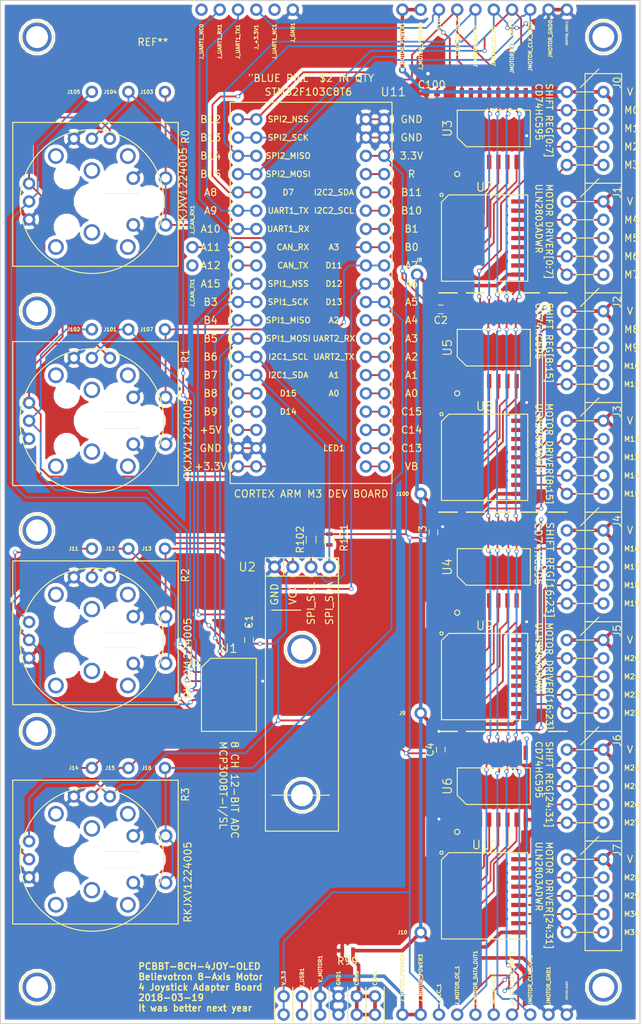
<source format=kicad_pcb>
(kicad_pcb (version 4) (host pcbnew 4.0.4-stable)
  (layers (0 F.Cu signal) (31 B.Cu signal) (34 B.Paste user) (35 F.Paste user) (36 B.SilkS user) (37 F.SilkS user) (38 B.Mask user) (39 F.Mask user) (44 Edge.Cuts user))
  (net 0 "")
  (net 1 "Net-(J1-Pad2)")
  (net 2 "Net-(J1-Pad3)")
  (net 3 "Net-(J1-Pad4)")
  (net 4 "Net-(J1-Pad5)")
  (net 5 "Net-(J2-Pad2)")
  (net 6 "Net-(J2-Pad3)")
  (net 7 "Net-(J2-Pad4)")
  (net 8 "Net-(J2-Pad5)")
  (net 9 /COM)
  (net 10 GND)
  (net 11 /JOY0_AXIS0)
  (net 12 /JOY0_AXIS1)
  (net 13 /JOY0_SW)
  (net 14 /JOY1_AXIS0)
  (net 15 /JOY1_AXIS1)
  (net 16 /JOY1_SW)
  (net 17 "Net-(U3-Pad1)")
  (net 18 "Net-(U3-Pad2)")
  (net 19 "Net-(U3-Pad3)")
  (net 20 "Net-(U3-Pad15)")
  (net 21 "Net-(U3-Pad4)")
  (net 22 "Net-(U3-Pad5)")
  (net 23 "Net-(U3-Pad6)")
  (net 24 "Net-(U3-Pad7)")
  (net 25 "Net-(U3-Pad9)")
  (net 26 "Net-(U4-Pad1)")
  (net 27 "Net-(U4-Pad15)")
  (net 28 "Net-(U4-Pad2)")
  (net 29 "Net-(U4-Pad14)")
  (net 30 "Net-(U4-Pad3)")
  (net 31 "Net-(U4-Pad4)")
  (net 32 "Net-(U4-Pad5)")
  (net 33 "Net-(U4-Pad6)")
  (net 34 "Net-(U4-Pad7)")
  (net 35 "Net-(U4-Pad9)")
  (net 36 "Net-(U5-Pad1)")
  (net 37 "Net-(U5-Pad15)")
  (net 38 "Net-(U5-Pad2)")
  (net 39 "Net-(U5-Pad3)")
  (net 40 "Net-(U5-Pad4)")
  (net 41 "Net-(U5-Pad5)")
  (net 42 "Net-(U5-Pad6)")
  (net 43 "Net-(U5-Pad7)")
  (net 44 "Net-(U10-Pad2)")
  (net 45 "Net-(U10-Pad1)")
  (net 46 "Net-(U10-Pad3)")
  (net 47 "Net-(U10-Pad4)")
  (net 48 "Net-(U10-Pad5)")
  (net 49 "Net-(U10-Pad6)")
  (net 50 "Net-(U10-Pad7)")
  (net 51 "Net-(U10-Pad8)")
  (net 52 "Net-(J0-Pad2)")
  (net 53 "Net-(J0-Pad3)")
  (net 54 "Net-(J0-Pad4)")
  (net 55 "Net-(J0-Pad5)")
  (net 56 "Net-(J3-Pad2)")
  (net 57 "Net-(J3-Pad3)")
  (net 58 "Net-(J3-Pad4)")
  (net 59 "Net-(J3-Pad5)")
  (net 60 "Net-(J4-Pad2)")
  (net 61 "Net-(J4-Pad3)")
  (net 62 "Net-(J4-Pad4)")
  (net 63 "Net-(J4-Pad5)")
  (net 64 "Net-(J5-Pad2)")
  (net 65 "Net-(J5-Pad3)")
  (net 66 "Net-(J5-Pad4)")
  (net 67 "Net-(J5-Pad5)")
  (net 68 "Net-(J6-Pad2)")
  (net 69 "Net-(J6-Pad3)")
  (net 70 "Net-(J6-Pad4)")
  (net 71 "Net-(J6-Pad5)")
  (net 72 "Net-(J7-Pad2)")
  (net 73 "Net-(J7-Pad3)")
  (net 74 "Net-(J7-Pad4)")
  (net 75 "Net-(J7-Pad5)")
  (net 76 /JOY2_AXIS0)
  (net 77 /JOY2_AXIS1)
  (net 78 /JOY2_SW)
  (net 79 /JOY3_AXIS0)
  (net 80 /JOY3_AXIS1)
  (net 81 /JOY3_SW)
  (net 82 /MOTOR_POWER)
  (net 83 /V_USB)
  (net 84 +3V3)
  (net 85 "Net-(J_CAN_RX1-Pad1)")
  (net 86 "Net-(J_CAN_TX1-Pad1)")
  (net 87 "Net-(J_UART1_RX1-Pad1)")
  (net 88 "Net-(J_UART1_TX1-Pad1)")
  (net 89 /I2C1_SDA)
  (net 90 /I2C1_SCL)
  (net 91 /MOTOR_DATA)
  (net 92 /!MOTOR_OE)
  (net 93 /MOTOR_CLK_OUT)
  (net 94 /!MOTOR_SCLR)
  (net 95 /SPI1_SCK)
  (net 96 /SPI1_MISO)
  (net 97 /SPI1_MOSI)
  (net 98 /SPI1_CS)
  (net 99 "Net-(U11-PadR)")
  (net 100 "Net-(U11-PadB11)")
  (net 101 "Net-(U11-PadB10)")
  (net 102 "Net-(U11-PadB1)")
  (net 103 "Net-(U11-PadA12)")
  (net 104 "Net-(U11-PadA4)")
  (net 105 "Net-(U11-PadA3)")
  (net 106 "Net-(U11-PadA2)")
  (net 107 "Net-(U11-PadA1)")
  (net 108 "Net-(U11-PadA0)")
  (net 109 "Net-(U11-PadB8)")
  (net 110 "Net-(U11-PadC15)")
  (net 111 "Net-(U11-PadB9)")
  (net 112 "Net-(U11-PadC14)")
  (net 113 +5V)
  (net 114 "Net-(U11-PadC13)")
  (net 115 "Net-(U11-PadVB)")
  (net 116 "Net-(J_MOTOR_DATA_OUT1-Pad1)")
  (net 117 /MOTOR_CLK_SHIFT)
  (net 118 "Net-(J_UART1_NC0-Pad1)")
  (net 119 "Net-(J_UART1_NC1-Pad1)")
  (module Liberry:M20-1060500_DEBUG (layer F.Cu) (at 185.42 142.24 270)
    (fp_text reference J7 (at -6.35 -1.905 270) (layer F.SilkS))
    (fp_text value STEPPER_UNI_5P)
    (pad 1 thru_hole circle (at -5.08 0 270) (size 1.7272 1.7272) (drill 1.016) (layers *.Cu *.Mask) (net 82 /MOTOR_POWER))
    (pad 2 thru_hole circle (at -2.54 0 270) (size 1.7272 1.7272) (drill 1.016) (layers *.Cu *.Mask) (net 72 "Net-(J7-Pad2)"))
    (pad 3 thru_hole circle (at 0 0 270) (size 1.7272 1.7272) (drill 1.016) (layers *.Cu *.Mask) (net 73 "Net-(J7-Pad3)"))
    (pad 4 thru_hole circle (at 2.54 0 270) (size 1.7272 1.7272) (drill 1.016) (layers *.Cu *.Mask) (net 74 "Net-(J7-Pad4)"))
    (pad 5 thru_hole circle (at 5.08 0 270) (size 1.7272 1.7272) (drill 1.016) (layers *.Cu *.Mask) (net 75 "Net-(J7-Pad5)"))
    (pad 4 thru_hole circle (at 2.54 5.08 270) (size 1.7272 1.7272) (drill 1.016) (layers *.Cu *.Mask) (net 74 "Net-(J7-Pad4)"))
    (pad 1 thru_hole circle (at -5.08 5.08 270) (size 1.7272 1.7272) (drill 1.016) (layers *.Cu *.Mask) (net 82 /MOTOR_POWER))
    (pad 2 thru_hole circle (at -2.54 5.08 270) (size 1.7272 1.7272) (drill 1.016) (layers *.Cu *.Mask) (net 72 "Net-(J7-Pad2)"))
    (pad 3 thru_hole circle (at 0 5.08 270) (size 1.7272 1.7272) (drill 1.016) (layers *.Cu *.Mask) (net 73 "Net-(J7-Pad3)"))
    (pad 5 thru_hole circle (at 5.08 5.08 270) (size 1.7272 1.7272) (drill 1.016) (layers *.Cu *.Mask) (net 75 "Net-(J7-Pad5)"))
  )
  (module MiniJoystickMiniStepper:SOIC-16_1.27x9.3 (layer F.Cu) (at 170.18 35.56)
    (fp_text reference U3 (at -6.445 0 90) (layer F.SilkS) (effects (font (size 1.2 1.2))))
    (fp_text value CD74HC595)
    (pad 16 smd rect (at -4.445 -4.65) (size 0.6 2) (layers F.Cu F.Paste F.Mask) (net 84 +3V3))
    (pad 1 smd rect (at -4.445 4.65) (size 0.6 2) (layers F.Cu F.Paste F.Mask) (net 17 "Net-(U3-Pad1)"))
    (pad 15 smd rect (at -3.175 -4.65) (size 0.6 2) (layers F.Cu F.Paste F.Mask) (net 20 "Net-(U3-Pad15)"))
    (pad 2 smd rect (at -3.175 4.65) (size 0.6 2) (layers F.Cu F.Paste F.Mask) (net 18 "Net-(U3-Pad2)"))
    (pad 14 smd rect (at -1.905 -4.65) (size 0.6 2) (layers F.Cu F.Paste F.Mask) (net 91 /MOTOR_DATA))
    (pad 3 smd rect (at -1.905 4.65) (size 0.6 2) (layers F.Cu F.Paste F.Mask) (net 19 "Net-(U3-Pad3)"))
    (pad 13 smd rect (at -0.635 -4.65) (size 0.6 2) (layers F.Cu F.Paste F.Mask) (net 92 /!MOTOR_OE))
    (pad 4 smd rect (at -0.635 4.65) (size 0.6 2) (layers F.Cu F.Paste F.Mask) (net 21 "Net-(U3-Pad4)"))
    (pad 12 smd rect (at 0.635 -4.65) (size 0.6 2) (layers F.Cu F.Paste F.Mask) (net 93 /MOTOR_CLK_OUT))
    (pad 5 smd rect (at 0.635 4.65) (size 0.6 2) (layers F.Cu F.Paste F.Mask) (net 22 "Net-(U3-Pad5)"))
    (pad 11 smd rect (at 1.905 -4.65) (size 0.6 2) (layers F.Cu F.Paste F.Mask) (net 117 /MOTOR_CLK_SHIFT))
    (pad 6 smd rect (at 1.905 4.65) (size 0.6 2) (layers F.Cu F.Paste F.Mask) (net 23 "Net-(U3-Pad6)"))
    (pad 10 smd rect (at 3.175 -4.65) (size 0.6 2) (layers F.Cu F.Paste F.Mask) (net 94 /!MOTOR_SCLR))
    (pad 7 smd rect (at 3.175 4.65) (size 0.6 2) (layers F.Cu F.Paste F.Mask) (net 24 "Net-(U3-Pad7)"))
    (pad 9 smd rect (at 4.445 -4.65) (size 0.6 2) (layers F.Cu F.Paste F.Mask) (net 25 "Net-(U3-Pad9)"))
    (pad 8 smd rect (at 4.445 4.65) (size 0.6 2) (layers F.Cu F.Paste F.Mask) (net 10 GND))
  )
  (module Connect:1pin (layer F.Cu) (at 143.51 107.95)
    (fp_text reference REF** hide)
    (fp_text value 1pin)
    (pad 1 thru_hole circle (at 0 0) (size 4.064 4.064) (drill 3.048) (layers *.Cu *.Mask))
  )
  (module Connect:1pin (layer F.Cu) (at 143.51 128.27)
    (fp_text reference REF** hide)
    (fp_text value 1pin)
    (pad 1 thru_hole circle (at 0 0) (size 4.064 4.064) (drill 3.048) (layers *.Cu *.Mask))
  )
  (module Fiducials:Fiducial_1mm_Dia_2.54mm_Outer_CopperTop (layer F.Cu) (at 119.38 22.86)
    (fp_text reference REF** (at 3.4 0.7) (layer F.SilkS))
    (fp_text value Fiducial_1mm_Dia_2.54mm_Outer_CopperTop)
    (pad ~ smd circle (at 0 0) (size 1 1) (layers F.Cu F.Mask) (clearance 0.77))
  )
  (module Fiducials:Fiducial_1mm_Dia_2.54mm_Outer_CopperTop (layer F.Cu) (at 116.84 151.13)
    (fp_text reference REF** hide)
    (fp_text value Fiducial_1mm_Dia_2.54mm_Outer_CopperTop)
    (pad ~ smd circle (at 0 0) (size 1 1) (layers F.Cu F.Mask) (clearance 0.77))
  )
  (module Fiducials:Fiducial_1mm_Dia_2.54mm_Outer_CopperTop (layer F.Cu) (at 180.34 151.13)
    (fp_text reference REF** hide)
    (fp_text value Fiducial_1mm_Dia_2.54mm_Outer_CopperTop)
    (pad ~ smd circle (at 0 0) (size 1 1) (layers F.Cu F.Mask) (clearance 0.77))
  )
  (module Connect:1pin (layer F.Cu) (at 106.68 154.94)
    (fp_text reference REF** hide)
    (fp_text value 1pin)
    (pad 1 thru_hole circle (at 0 0) (size 4.064 4.064) (drill 3.048) (layers *.Cu *.Mask))
  )
  (module Connect:1pin (layer F.Cu) (at 185.42 154.94)
    (fp_text reference REF** hide)
    (fp_text value 1pin)
    (pad 1 thru_hole circle (at 0 0) (size 4.064 4.064) (drill 3.048) (layers *.Cu *.Mask))
  )
  (module Connect:1pin (layer F.Cu) (at 185.42 22.86)
    (fp_text reference REF** hide)
    (fp_text value 1pin)
    (pad 1 thru_hole circle (at 0 0) (size 4.064 4.064) (drill 3.048) (layers *.Cu *.Mask))
  )
  (module Connect:1pin (layer F.Cu) (at 106.68 119.38)
    (fp_text reference REF** hide)
    (fp_text value 1pin)
    (pad 1 thru_hole circle (at 0 0) (size 4.064 4.064) (drill 3.048) (layers *.Cu *.Mask))
  )
  (module Connect:1pin (layer F.Cu) (at 106.68 91.44)
    (fp_text reference REF** hide)
    (fp_text value 1pin)
    (pad 1 thru_hole circle (at 0 0) (size 4.064 4.064) (drill 3.048) (layers *.Cu *.Mask))
  )
  (module Connect:1pin (layer F.Cu) (at 106.68 60.96)
    (fp_text reference REF** hide)
    (fp_text value 1pin)
    (pad 1 thru_hole circle (at 0 0) (size 4.064 4.064) (drill 3.048) (layers *.Cu *.Mask))
  )
  (module Liberry:TH_0.1_1x2_Jumper (layer F.Cu) (at 151.13 156.21 270)
    (fp_text reference COM0 (at -2.54 0 270) (layer F.SilkS) (effects (font (size 0.5 0.5) (thickness 0.125))))
    (fp_text value CONN_01X01)
    (pad 1 thru_hole circle (at 0 0 270) (size 1.7272 1.7272) (drill 1.016) (layers *.Cu *.Mask) (net 9 /COM))
    (pad 1 thru_hole circle (at 2.54 0 270) (size 1.7272 1.7272) (drill 1.016) (layers *.Cu *.Mask) (net 9 /COM))
  )
  (module Liberry:TH_0.1_1x2_Jumper (layer F.Cu) (at 148.59 156.21 270)
    (fp_text reference GND1 (at -2.54 0 270) (layer F.SilkS) (effects (font (size 0.5 0.5) (thickness 0.125))))
    (fp_text value CONN_01X01)
    (pad 1 thru_hole circle (at 0 0 270) (size 1.7272 1.7272) (drill 1.016) (layers *.Cu *.Mask) (net 10 GND))
    (pad 1 thru_hole circle (at 2.54 0 270) (size 1.7272 1.7272) (drill 1.016) (layers *.Cu *.Mask) (net 10 GND))
  )
  (module Liberry:TH_0.1_1x2_Jumper (layer F.Cu) (at 153.67 156.21 270)
    (fp_text reference COM1 (at -2.54 0 270) (layer F.SilkS) (effects (font (size 0.5 0.5) (thickness 0.125))))
    (fp_text value CONN_01X01)
    (pad 1 thru_hole circle (at 0 0 270) (size 1.7272 1.7272) (drill 1.016) (layers *.Cu *.Mask) (net 9 /COM))
    (pad 1 thru_hole circle (at 2.54 0 270) (size 1.7272 1.7272) (drill 1.016) (layers *.Cu *.Mask) (net 9 /COM))
  )
  (module Liberry:M20-1060500_DEBUG (layer F.Cu) (at 185.42 35.56 270)
    (fp_text reference J0 (at -6.35 -1.905 270) (layer F.SilkS))
    (fp_text value STEPPER_UNI_5P)
    (pad 1 thru_hole circle (at -5.08 0 270) (size 1.7272 1.7272) (drill 1.016) (layers *.Cu *.Mask) (net 82 /MOTOR_POWER))
    (pad 2 thru_hole circle (at -2.54 0 270) (size 1.7272 1.7272) (drill 1.016) (layers *.Cu *.Mask) (net 52 "Net-(J0-Pad2)"))
    (pad 3 thru_hole circle (at 0 0 270) (size 1.7272 1.7272) (drill 1.016) (layers *.Cu *.Mask) (net 53 "Net-(J0-Pad3)"))
    (pad 4 thru_hole circle (at 2.54 0 270) (size 1.7272 1.7272) (drill 1.016) (layers *.Cu *.Mask) (net 54 "Net-(J0-Pad4)"))
    (pad 5 thru_hole circle (at 5.08 0 270) (size 1.7272 1.7272) (drill 1.016) (layers *.Cu *.Mask) (net 55 "Net-(J0-Pad5)"))
    (pad 4 thru_hole circle (at 2.54 5.08 270) (size 1.7272 1.7272) (drill 1.016) (layers *.Cu *.Mask) (net 54 "Net-(J0-Pad4)"))
    (pad 1 thru_hole circle (at -5.08 5.08 270) (size 1.7272 1.7272) (drill 1.016) (layers *.Cu *.Mask) (net 82 /MOTOR_POWER))
    (pad 2 thru_hole circle (at -2.54 5.08 270) (size 1.7272 1.7272) (drill 1.016) (layers *.Cu *.Mask) (net 52 "Net-(J0-Pad2)"))
    (pad 3 thru_hole circle (at 0 5.08 270) (size 1.7272 1.7272) (drill 1.016) (layers *.Cu *.Mask) (net 53 "Net-(J0-Pad3)"))
    (pad 5 thru_hole circle (at 5.08 5.08 270) (size 1.7272 1.7272) (drill 1.016) (layers *.Cu *.Mask) (net 55 "Net-(J0-Pad5)"))
  )
  (module Liberry:M20-1060500_DEBUG (layer F.Cu) (at 185.42 50.8 270)
    (fp_text reference J1 (at -6.35 -1.905 270) (layer F.SilkS))
    (fp_text value STEPPER_UNI_5P)
    (pad 1 thru_hole circle (at -5.08 0 270) (size 1.7272 1.7272) (drill 1.016) (layers *.Cu *.Mask) (net 82 /MOTOR_POWER))
    (pad 2 thru_hole circle (at -2.54 0 270) (size 1.7272 1.7272) (drill 1.016) (layers *.Cu *.Mask) (net 1 "Net-(J1-Pad2)"))
    (pad 3 thru_hole circle (at 0 0 270) (size 1.7272 1.7272) (drill 1.016) (layers *.Cu *.Mask) (net 2 "Net-(J1-Pad3)"))
    (pad 4 thru_hole circle (at 2.54 0 270) (size 1.7272 1.7272) (drill 1.016) (layers *.Cu *.Mask) (net 3 "Net-(J1-Pad4)"))
    (pad 5 thru_hole circle (at 5.08 0 270) (size 1.7272 1.7272) (drill 1.016) (layers *.Cu *.Mask) (net 4 "Net-(J1-Pad5)"))
    (pad 4 thru_hole circle (at 2.54 5.08 270) (size 1.7272 1.7272) (drill 1.016) (layers *.Cu *.Mask) (net 3 "Net-(J1-Pad4)"))
    (pad 1 thru_hole circle (at -5.08 5.08 270) (size 1.7272 1.7272) (drill 1.016) (layers *.Cu *.Mask) (net 82 /MOTOR_POWER))
    (pad 2 thru_hole circle (at -2.54 5.08 270) (size 1.7272 1.7272) (drill 1.016) (layers *.Cu *.Mask) (net 1 "Net-(J1-Pad2)"))
    (pad 3 thru_hole circle (at 0 5.08 270) (size 1.7272 1.7272) (drill 1.016) (layers *.Cu *.Mask) (net 2 "Net-(J1-Pad3)"))
    (pad 5 thru_hole circle (at 5.08 5.08 270) (size 1.7272 1.7272) (drill 1.016) (layers *.Cu *.Mask) (net 4 "Net-(J1-Pad5)"))
  )
  (module Liberry:M20-1060500_DEBUG (layer F.Cu) (at 185.42 66.04 270)
    (fp_text reference J2 (at -6.35 -1.905 270) (layer F.SilkS))
    (fp_text value STEPPER_UNI_5P)
    (pad 1 thru_hole circle (at -5.08 0 270) (size 1.7272 1.7272) (drill 1.016) (layers *.Cu *.Mask) (net 82 /MOTOR_POWER))
    (pad 2 thru_hole circle (at -2.54 0 270) (size 1.7272 1.7272) (drill 1.016) (layers *.Cu *.Mask) (net 5 "Net-(J2-Pad2)"))
    (pad 3 thru_hole circle (at 0 0 270) (size 1.7272 1.7272) (drill 1.016) (layers *.Cu *.Mask) (net 6 "Net-(J2-Pad3)"))
    (pad 4 thru_hole circle (at 2.54 0 270) (size 1.7272 1.7272) (drill 1.016) (layers *.Cu *.Mask) (net 7 "Net-(J2-Pad4)"))
    (pad 5 thru_hole circle (at 5.08 0 270) (size 1.7272 1.7272) (drill 1.016) (layers *.Cu *.Mask) (net 8 "Net-(J2-Pad5)"))
    (pad 4 thru_hole circle (at 2.54 5.08 270) (size 1.7272 1.7272) (drill 1.016) (layers *.Cu *.Mask) (net 7 "Net-(J2-Pad4)"))
    (pad 1 thru_hole circle (at -5.08 5.08 270) (size 1.7272 1.7272) (drill 1.016) (layers *.Cu *.Mask) (net 82 /MOTOR_POWER))
    (pad 2 thru_hole circle (at -2.54 5.08 270) (size 1.7272 1.7272) (drill 1.016) (layers *.Cu *.Mask) (net 5 "Net-(J2-Pad2)"))
    (pad 3 thru_hole circle (at 0 5.08 270) (size 1.7272 1.7272) (drill 1.016) (layers *.Cu *.Mask) (net 6 "Net-(J2-Pad3)"))
    (pad 5 thru_hole circle (at 5.08 5.08 270) (size 1.7272 1.7272) (drill 1.016) (layers *.Cu *.Mask) (net 8 "Net-(J2-Pad5)"))
  )
  (module Liberry:M20-1060500_DEBUG (layer F.Cu) (at 185.42 81.28 270)
    (fp_text reference J3 (at -6.35 -1.905 270) (layer F.SilkS))
    (fp_text value STEPPER_UNI_5P)
    (pad 1 thru_hole circle (at -5.08 0 270) (size 1.7272 1.7272) (drill 1.016) (layers *.Cu *.Mask) (net 82 /MOTOR_POWER))
    (pad 2 thru_hole circle (at -2.54 0 270) (size 1.7272 1.7272) (drill 1.016) (layers *.Cu *.Mask) (net 56 "Net-(J3-Pad2)"))
    (pad 3 thru_hole circle (at 0 0 270) (size 1.7272 1.7272) (drill 1.016) (layers *.Cu *.Mask) (net 57 "Net-(J3-Pad3)"))
    (pad 4 thru_hole circle (at 2.54 0 270) (size 1.7272 1.7272) (drill 1.016) (layers *.Cu *.Mask) (net 58 "Net-(J3-Pad4)"))
    (pad 5 thru_hole circle (at 5.08 0 270) (size 1.7272 1.7272) (drill 1.016) (layers *.Cu *.Mask) (net 59 "Net-(J3-Pad5)"))
    (pad 4 thru_hole circle (at 2.54 5.08 270) (size 1.7272 1.7272) (drill 1.016) (layers *.Cu *.Mask) (net 58 "Net-(J3-Pad4)"))
    (pad 1 thru_hole circle (at -5.08 5.08 270) (size 1.7272 1.7272) (drill 1.016) (layers *.Cu *.Mask) (net 82 /MOTOR_POWER))
    (pad 2 thru_hole circle (at -2.54 5.08 270) (size 1.7272 1.7272) (drill 1.016) (layers *.Cu *.Mask) (net 56 "Net-(J3-Pad2)"))
    (pad 3 thru_hole circle (at 0 5.08 270) (size 1.7272 1.7272) (drill 1.016) (layers *.Cu *.Mask) (net 57 "Net-(J3-Pad3)"))
    (pad 5 thru_hole circle (at 5.08 5.08 270) (size 1.7272 1.7272) (drill 1.016) (layers *.Cu *.Mask) (net 59 "Net-(J3-Pad5)"))
  )
  (module Liberry:M20-1060500_DEBUG (layer F.Cu) (at 185.42 96.52 270)
    (fp_text reference J4 (at -6.35 -1.905 270) (layer F.SilkS))
    (fp_text value STEPPER_UNI_5P)
    (pad 1 thru_hole circle (at -5.08 0 270) (size 1.7272 1.7272) (drill 1.016) (layers *.Cu *.Mask) (net 82 /MOTOR_POWER))
    (pad 2 thru_hole circle (at -2.54 0 270) (size 1.7272 1.7272) (drill 1.016) (layers *.Cu *.Mask) (net 60 "Net-(J4-Pad2)"))
    (pad 3 thru_hole circle (at 0 0 270) (size 1.7272 1.7272) (drill 1.016) (layers *.Cu *.Mask) (net 61 "Net-(J4-Pad3)"))
    (pad 4 thru_hole circle (at 2.54 0 270) (size 1.7272 1.7272) (drill 1.016) (layers *.Cu *.Mask) (net 62 "Net-(J4-Pad4)"))
    (pad 5 thru_hole circle (at 5.08 0 270) (size 1.7272 1.7272) (drill 1.016) (layers *.Cu *.Mask) (net 63 "Net-(J4-Pad5)"))
    (pad 4 thru_hole circle (at 2.54 5.08 270) (size 1.7272 1.7272) (drill 1.016) (layers *.Cu *.Mask) (net 62 "Net-(J4-Pad4)"))
    (pad 1 thru_hole circle (at -5.08 5.08 270) (size 1.7272 1.7272) (drill 1.016) (layers *.Cu *.Mask) (net 82 /MOTOR_POWER))
    (pad 2 thru_hole circle (at -2.54 5.08 270) (size 1.7272 1.7272) (drill 1.016) (layers *.Cu *.Mask) (net 60 "Net-(J4-Pad2)"))
    (pad 3 thru_hole circle (at 0 5.08 270) (size 1.7272 1.7272) (drill 1.016) (layers *.Cu *.Mask) (net 61 "Net-(J4-Pad3)"))
    (pad 5 thru_hole circle (at 5.08 5.08 270) (size 1.7272 1.7272) (drill 1.016) (layers *.Cu *.Mask) (net 63 "Net-(J4-Pad5)"))
  )
  (module Liberry:M20-1060500_DEBUG (layer F.Cu) (at 185.42 111.76 270)
    (fp_text reference J5 (at -6.35 -1.905 270) (layer F.SilkS))
    (fp_text value STEPPER_UNI_5P)
    (pad 1 thru_hole circle (at -5.08 0 270) (size 1.7272 1.7272) (drill 1.016) (layers *.Cu *.Mask) (net 82 /MOTOR_POWER))
    (pad 2 thru_hole circle (at -2.54 0 270) (size 1.7272 1.7272) (drill 1.016) (layers *.Cu *.Mask) (net 64 "Net-(J5-Pad2)"))
    (pad 3 thru_hole circle (at 0 0 270) (size 1.7272 1.7272) (drill 1.016) (layers *.Cu *.Mask) (net 65 "Net-(J5-Pad3)"))
    (pad 4 thru_hole circle (at 2.54 0 270) (size 1.7272 1.7272) (drill 1.016) (layers *.Cu *.Mask) (net 66 "Net-(J5-Pad4)"))
    (pad 5 thru_hole circle (at 5.08 0 270) (size 1.7272 1.7272) (drill 1.016) (layers *.Cu *.Mask) (net 67 "Net-(J5-Pad5)"))
    (pad 4 thru_hole circle (at 2.54 5.08 270) (size 1.7272 1.7272) (drill 1.016) (layers *.Cu *.Mask) (net 66 "Net-(J5-Pad4)"))
    (pad 1 thru_hole circle (at -5.08 5.08 270) (size 1.7272 1.7272) (drill 1.016) (layers *.Cu *.Mask) (net 82 /MOTOR_POWER))
    (pad 2 thru_hole circle (at -2.54 5.08 270) (size 1.7272 1.7272) (drill 1.016) (layers *.Cu *.Mask) (net 64 "Net-(J5-Pad2)"))
    (pad 3 thru_hole circle (at 0 5.08 270) (size 1.7272 1.7272) (drill 1.016) (layers *.Cu *.Mask) (net 65 "Net-(J5-Pad3)"))
    (pad 5 thru_hole circle (at 5.08 5.08 270) (size 1.7272 1.7272) (drill 1.016) (layers *.Cu *.Mask) (net 67 "Net-(J5-Pad5)"))
  )
  (module Liberry:M20-1060500_DEBUG (layer F.Cu) (at 185.42 127 270)
    (fp_text reference J6 (at -6.35 -1.905 270) (layer F.SilkS))
    (fp_text value STEPPER_UNI_5P)
    (pad 1 thru_hole circle (at -5.08 0 270) (size 1.7272 1.7272) (drill 1.016) (layers *.Cu *.Mask) (net 82 /MOTOR_POWER))
    (pad 2 thru_hole circle (at -2.54 0 270) (size 1.7272 1.7272) (drill 1.016) (layers *.Cu *.Mask) (net 68 "Net-(J6-Pad2)"))
    (pad 3 thru_hole circle (at 0 0 270) (size 1.7272 1.7272) (drill 1.016) (layers *.Cu *.Mask) (net 69 "Net-(J6-Pad3)"))
    (pad 4 thru_hole circle (at 2.54 0 270) (size 1.7272 1.7272) (drill 1.016) (layers *.Cu *.Mask) (net 70 "Net-(J6-Pad4)"))
    (pad 5 thru_hole circle (at 5.08 0 270) (size 1.7272 1.7272) (drill 1.016) (layers *.Cu *.Mask) (net 71 "Net-(J6-Pad5)"))
    (pad 4 thru_hole circle (at 2.54 5.08 270) (size 1.7272 1.7272) (drill 1.016) (layers *.Cu *.Mask) (net 70 "Net-(J6-Pad4)"))
    (pad 1 thru_hole circle (at -5.08 5.08 270) (size 1.7272 1.7272) (drill 1.016) (layers *.Cu *.Mask) (net 82 /MOTOR_POWER))
    (pad 2 thru_hole circle (at -2.54 5.08 270) (size 1.7272 1.7272) (drill 1.016) (layers *.Cu *.Mask) (net 68 "Net-(J6-Pad2)"))
    (pad 3 thru_hole circle (at 0 5.08 270) (size 1.7272 1.7272) (drill 1.016) (layers *.Cu *.Mask) (net 69 "Net-(J6-Pad3)"))
    (pad 5 thru_hole circle (at 5.08 5.08 270) (size 1.7272 1.7272) (drill 1.016) (layers *.Cu *.Mask) (net 71 "Net-(J6-Pad5)"))
  )
  (module Liberry:single_0.1 (layer F.Cu) (at 159.512 55.88)
    (fp_text reference J8 (at 0.254 -2.032) (layer F.SilkS) (effects (font (size 0.5 0.5) (thickness 0.125))))
    (fp_text value TH_0.1_1x1)
    (pad 1 thru_hole circle (at 0 0) (size 1.7272 1.7272) (drill 1.016) (layers *.Cu *.Mask) (net 9 /COM))
  )
  (module Liberry:single_0.1 (layer F.Cu) (at 160.02 116.84)
    (fp_text reference J9 (at -2.54 0) (layer F.SilkS) (effects (font (size 0.5 0.5) (thickness 0.125))))
    (fp_text value TH_0.1_1x1)
    (pad 1 thru_hole circle (at 0 0) (size 1.7272 1.7272) (drill 1.016) (layers *.Cu *.Mask) (net 9 /COM))
  )
  (module Liberry:single_0.1 (layer F.Cu) (at 160.02 147.32)
    (fp_text reference J10 (at -2.54 0) (layer F.SilkS) (effects (font (size 0.5 0.5) (thickness 0.125))))
    (fp_text value TH_0.1_1x1)
    (pad 1 thru_hole circle (at 0 0) (size 1.7272 1.7272) (drill 1.016) (layers *.Cu *.Mask) (net 9 /COM))
  )
  (module Liberry:single_0.1 (layer F.Cu) (at 160.02 86.36)
    (fp_text reference J100 (at -2.54 0) (layer F.SilkS) (effects (font (size 0.5 0.5) (thickness 0.125))))
    (fp_text value TH_0.1_1x1)
    (pad 1 thru_hole circle (at 0 0) (size 1.7272 1.7272) (drill 1.016) (layers *.Cu *.Mask) (net 9 /COM))
  )
  (module Liberry:single_0.1 (layer F.Cu) (at 119.38 63.5)
    (fp_text reference J101 (at -2.54 0) (layer F.SilkS) (effects (font (size 0.5 0.5) (thickness 0.125))))
    (fp_text value TH_0.1_1x1)
    (pad 1 thru_hole circle (at 0 0) (size 1.7272 1.7272) (drill 1.016) (layers *.Cu *.Mask) (net 15 /JOY1_AXIS1))
  )
  (module Liberry:single_0.1 (layer F.Cu) (at 114.3 63.5)
    (fp_text reference J102 (at -2.54 0) (layer F.SilkS) (effects (font (size 0.5 0.5) (thickness 0.125))))
    (fp_text value TH_0.1_1x1)
    (pad 1 thru_hole circle (at 0 0) (size 1.7272 1.7272) (drill 1.016) (layers *.Cu *.Mask) (net 14 /JOY1_AXIS0))
  )
  (module Liberry:single_0.1 (layer F.Cu) (at 124.46 30.48)
    (fp_text reference J103 (at -2.54 0) (layer F.SilkS) (effects (font (size 0.5 0.5) (thickness 0.125))))
    (fp_text value TH_0.1_1x1)
    (pad 1 thru_hole circle (at 0 0) (size 1.7272 1.7272) (drill 1.016) (layers *.Cu *.Mask) (net 13 /JOY0_SW))
  )
  (module Liberry:single_0.1 (layer F.Cu) (at 119.38 30.48)
    (fp_text reference J104 (at -2.54 0) (layer F.SilkS) (effects (font (size 0.5 0.5) (thickness 0.125))))
    (fp_text value TH_0.1_1x1)
    (pad 1 thru_hole circle (at 0 0) (size 1.7272 1.7272) (drill 1.016) (layers *.Cu *.Mask) (net 12 /JOY0_AXIS1))
  )
  (module Liberry:single_0.1 (layer F.Cu) (at 114.3 30.48)
    (fp_text reference J105 (at -2.54 0) (layer F.SilkS) (effects (font (size 0.5 0.5) (thickness 0.125))))
    (fp_text value TH_0.1_1x1)
    (pad 1 thru_hole circle (at 0 0) (size 1.7272 1.7272) (drill 1.016) (layers *.Cu *.Mask) (net 11 /JOY0_AXIS0))
  )
  (module Liberry:single_0.1 (layer F.Cu) (at 124.46 63.5)
    (fp_text reference J107 (at -2.54 0) (layer F.SilkS) (effects (font (size 0.5 0.5) (thickness 0.125))))
    (fp_text value TH_0.1_1x1)
    (pad 1 thru_hole circle (at 0 0) (size 1.7272 1.7272) (drill 1.016) (layers *.Cu *.Mask) (net 16 /JOY1_SW))
  )
  (module MiniJoystickMiniStepper:JOY_ALPS_RKJXV1224005 (layer F.Cu) (at 114.3 76.2 90)
    (fp_text reference R1 (at 9 13 90) (layer F.SilkS))
    (fp_text value XYJOY)
    (pad "" np_thru_hole circle (at 0 0 90) (size 4 4) (drill 4) (layers *.Cu *.Mask))
    (pad "" np_thru_hole circle (at 3.5 -3.5 90) (size 2.6 2.6) (drill 2.6) (layers *.Cu *.Mask))
    (pad "" np_thru_hole circle (at -3.5 -3.5 90) (size 2.6 2.6) (drill 2.6) (layers *.Cu *.Mask))
    (pad "" np_thru_hole circle (at -3.5 3.5 90) (size 2.6 2.6) (drill 2.6) (layers *.Cu *.Mask))
    (pad "" np_thru_hole circle (at 3.5 3.5 90) (size 2.6 2.6) (drill 2.6) (layers *.Cu *.Mask))
    (pad "" np_thru_hole circle (at 0 8 90) (size 3.5 3.5) (drill 3.5) (layers *.Cu *.Mask))
    (pad "" np_thru_hole rect (at 0 4 90) (size 2.2 8) (drill oval 2.2 8) (layers *.Cu *.Mask))
    (pad "" thru_hole circle (at -6.325 -5 90) (size 2.2 2.2) (drill 1.5) (layers *.Cu *.Mask))
    (pad "" thru_hole circle (at 6.325 -5 90) (size 2.2 2.2) (drill 1.5) (layers *.Cu *.Mask))
    (pad "" thru_hole circle (at -6.325 5 90) (size 2.2 2.2) (drill 1.5) (layers *.Cu *.Mask))
    (pad "" thru_hole circle (at 6.325 5 90) (size 2.2 2.2) (drill 1.5) (layers *.Cu *.Mask))
    (pad J0-2 thru_hole circle (at 0 -8.73 90) (size 1.7272 1.7272) (drill 1.016) (layers *.Cu *.Mask) (net 14 /JOY1_AXIS0))
    (pad J0-1 thru_hole circle (at 2.5 -8.73 90) (size 1.7272 1.7272) (drill 1.016) (layers *.Cu *.Mask) (net 84 +3V3))
    (pad J0-3 thru_hole circle (at -2.5 -8.73 90) (size 1.7272 1.7272) (drill 1.016) (layers *.Cu *.Mask) (net 10 GND))
    (pad SW0 thru_hole circle (at -3.25 5.75 90) (size 1.9 1.9) (drill 1.2) (layers *.Cu *.Mask) (net 10 GND))
    (pad SW1 thru_hole circle (at -3.25 10.25 90) (size 1.9 1.9) (drill 1.2) (layers *.Cu *.Mask) (net 16 /JOY1_SW))
    (pad SW0 thru_hole circle (at 3.25 5.75 90) (size 1.9 1.9) (drill 1.2) (layers *.Cu *.Mask) (net 10 GND))
    (pad SW1 thru_hole circle (at 3.25 10.25 90) (size 1.9 1.9) (drill 1.2) (layers *.Cu *.Mask) (net 16 /JOY1_SW))
    (pad "" thru_hole circle (at -4.3 0 90) (size 2.3 2.3) (drill 1.6) (layers *.Cu *.Mask))
    (pad "" thru_hole circle (at 4.3 0 90) (size 2.3 2.3) (drill 1.6) (layers *.Cu *.Mask))
    (pad J1-2 thru_hole circle (at 8.73 0 90) (size 1.7272 1.7272) (drill 1.016) (layers *.Cu *.Mask) (net 15 /JOY1_AXIS1))
    (pad J1-1 thru_hole circle (at 8.73 2.5 90) (size 1.7272 1.7272) (drill 1.016) (layers *.Cu *.Mask) (net 84 +3V3))
    (pad J1-3 thru_hole circle (at 8.73 -2.5 90) (size 1.7272 1.7272) (drill 1.016) (layers *.Cu *.Mask) (net 10 GND))
  )
  (module MiniJoystickMiniStepper:JOY_ALPS_RKJXV1224005 (layer F.Cu) (at 114.3 106.68 90)
    (fp_text reference R2 (at 9 13 90) (layer F.SilkS))
    (fp_text value XYJOY)
    (pad "" np_thru_hole circle (at 0 0 90) (size 4 4) (drill 4) (layers *.Cu *.Mask))
    (pad "" np_thru_hole circle (at 3.5 -3.5 90) (size 2.6 2.6) (drill 2.6) (layers *.Cu *.Mask))
    (pad "" np_thru_hole circle (at -3.5 -3.5 90) (size 2.6 2.6) (drill 2.6) (layers *.Cu *.Mask))
    (pad "" np_thru_hole circle (at -3.5 3.5 90) (size 2.6 2.6) (drill 2.6) (layers *.Cu *.Mask))
    (pad "" np_thru_hole circle (at 3.5 3.5 90) (size 2.6 2.6) (drill 2.6) (layers *.Cu *.Mask))
    (pad "" np_thru_hole circle (at 0 8 90) (size 3.5 3.5) (drill 3.5) (layers *.Cu *.Mask))
    (pad "" np_thru_hole rect (at 0 4 90) (size 2.2 8) (drill oval 2.2 8) (layers *.Cu *.Mask))
    (pad "" thru_hole circle (at -6.325 -5 90) (size 2.2 2.2) (drill 1.5) (layers *.Cu *.Mask))
    (pad "" thru_hole circle (at 6.325 -5 90) (size 2.2 2.2) (drill 1.5) (layers *.Cu *.Mask))
    (pad "" thru_hole circle (at -6.325 5 90) (size 2.2 2.2) (drill 1.5) (layers *.Cu *.Mask))
    (pad "" thru_hole circle (at 6.325 5 90) (size 2.2 2.2) (drill 1.5) (layers *.Cu *.Mask))
    (pad J0-2 thru_hole circle (at 0 -8.73 90) (size 1.7272 1.7272) (drill 1.016) (layers *.Cu *.Mask) (net 76 /JOY2_AXIS0))
    (pad J0-1 thru_hole circle (at 2.5 -8.73 90) (size 1.7272 1.7272) (drill 1.016) (layers *.Cu *.Mask) (net 84 +3V3))
    (pad J0-3 thru_hole circle (at -2.5 -8.73 90) (size 1.7272 1.7272) (drill 1.016) (layers *.Cu *.Mask) (net 10 GND))
    (pad SW0 thru_hole circle (at -3.25 5.75 90) (size 1.9 1.9) (drill 1.2) (layers *.Cu *.Mask) (net 10 GND))
    (pad SW1 thru_hole circle (at -3.25 10.25 90) (size 1.9 1.9) (drill 1.2) (layers *.Cu *.Mask) (net 78 /JOY2_SW))
    (pad SW0 thru_hole circle (at 3.25 5.75 90) (size 1.9 1.9) (drill 1.2) (layers *.Cu *.Mask) (net 10 GND))
    (pad SW1 thru_hole circle (at 3.25 10.25 90) (size 1.9 1.9) (drill 1.2) (layers *.Cu *.Mask) (net 78 /JOY2_SW))
    (pad "" thru_hole circle (at -4.3 0 90) (size 2.3 2.3) (drill 1.6) (layers *.Cu *.Mask))
    (pad "" thru_hole circle (at 4.3 0 90) (size 2.3 2.3) (drill 1.6) (layers *.Cu *.Mask))
    (pad J1-2 thru_hole circle (at 8.73 0 90) (size 1.7272 1.7272) (drill 1.016) (layers *.Cu *.Mask) (net 77 /JOY2_AXIS1))
    (pad J1-1 thru_hole circle (at 8.73 2.5 90) (size 1.7272 1.7272) (drill 1.016) (layers *.Cu *.Mask) (net 84 +3V3))
    (pad J1-3 thru_hole circle (at 8.73 -2.5 90) (size 1.7272 1.7272) (drill 1.016) (layers *.Cu *.Mask) (net 10 GND))
  )
  (module MiniJoystickMiniStepper:SOIC-16_1.27x9.3 (layer F.Cu) (at 170.18 96.52)
    (fp_text reference U4 (at -6.445 0 90) (layer F.SilkS) (effects (font (size 1.2 1.2))))
    (fp_text value CD74HC595)
    (pad 16 smd rect (at -4.445 -4.65) (size 0.6 2) (layers F.Cu F.Paste F.Mask) (net 84 +3V3))
    (pad 1 smd rect (at -4.445 4.65) (size 0.6 2) (layers F.Cu F.Paste F.Mask) (net 26 "Net-(U4-Pad1)"))
    (pad 15 smd rect (at -3.175 -4.65) (size 0.6 2) (layers F.Cu F.Paste F.Mask) (net 27 "Net-(U4-Pad15)"))
    (pad 2 smd rect (at -3.175 4.65) (size 0.6 2) (layers F.Cu F.Paste F.Mask) (net 28 "Net-(U4-Pad2)"))
    (pad 14 smd rect (at -1.905 -4.65) (size 0.6 2) (layers F.Cu F.Paste F.Mask) (net 29 "Net-(U4-Pad14)"))
    (pad 3 smd rect (at -1.905 4.65) (size 0.6 2) (layers F.Cu F.Paste F.Mask) (net 30 "Net-(U4-Pad3)"))
    (pad 13 smd rect (at -0.635 -4.65) (size 0.6 2) (layers F.Cu F.Paste F.Mask) (net 92 /!MOTOR_OE))
    (pad 4 smd rect (at -0.635 4.65) (size 0.6 2) (layers F.Cu F.Paste F.Mask) (net 31 "Net-(U4-Pad4)"))
    (pad 12 smd rect (at 0.635 -4.65) (size 0.6 2) (layers F.Cu F.Paste F.Mask) (net 93 /MOTOR_CLK_OUT))
    (pad 5 smd rect (at 0.635 4.65) (size 0.6 2) (layers F.Cu F.Paste F.Mask) (net 32 "Net-(U4-Pad5)"))
    (pad 11 smd rect (at 1.905 -4.65) (size 0.6 2) (layers F.Cu F.Paste F.Mask) (net 117 /MOTOR_CLK_SHIFT))
    (pad 6 smd rect (at 1.905 4.65) (size 0.6 2) (layers F.Cu F.Paste F.Mask) (net 33 "Net-(U4-Pad6)"))
    (pad 10 smd rect (at 3.175 -4.65) (size 0.6 2) (layers F.Cu F.Paste F.Mask) (net 94 /!MOTOR_SCLR))
    (pad 7 smd rect (at 3.175 4.65) (size 0.6 2) (layers F.Cu F.Paste F.Mask) (net 34 "Net-(U4-Pad7)"))
    (pad 9 smd rect (at 4.445 -4.65) (size 0.6 2) (layers F.Cu F.Paste F.Mask) (net 35 "Net-(U4-Pad9)"))
    (pad 8 smd rect (at 4.445 4.65) (size 0.6 2) (layers F.Cu F.Paste F.Mask) (net 10 GND))
  )
  (module MiniJoystickMiniStepper:SOIC-16_1.27x9.3 (layer F.Cu) (at 170.18 66.04)
    (fp_text reference U5 (at -6.445 0 90) (layer F.SilkS) (effects (font (size 1.2 1.2))))
    (fp_text value CD74HC595)
    (pad 16 smd rect (at -4.445 -4.65) (size 0.6 2) (layers F.Cu F.Paste F.Mask) (net 84 +3V3))
    (pad 1 smd rect (at -4.445 4.65) (size 0.6 2) (layers F.Cu F.Paste F.Mask) (net 36 "Net-(U5-Pad1)"))
    (pad 15 smd rect (at -3.175 -4.65) (size 0.6 2) (layers F.Cu F.Paste F.Mask) (net 37 "Net-(U5-Pad15)"))
    (pad 2 smd rect (at -3.175 4.65) (size 0.6 2) (layers F.Cu F.Paste F.Mask) (net 38 "Net-(U5-Pad2)"))
    (pad 14 smd rect (at -1.905 -4.65) (size 0.6 2) (layers F.Cu F.Paste F.Mask) (net 25 "Net-(U3-Pad9)"))
    (pad 3 smd rect (at -1.905 4.65) (size 0.6 2) (layers F.Cu F.Paste F.Mask) (net 39 "Net-(U5-Pad3)"))
    (pad 13 smd rect (at -0.635 -4.65) (size 0.6 2) (layers F.Cu F.Paste F.Mask) (net 92 /!MOTOR_OE))
    (pad 4 smd rect (at -0.635 4.65) (size 0.6 2) (layers F.Cu F.Paste F.Mask) (net 40 "Net-(U5-Pad4)"))
    (pad 12 smd rect (at 0.635 -4.65) (size 0.6 2) (layers F.Cu F.Paste F.Mask) (net 93 /MOTOR_CLK_OUT))
    (pad 5 smd rect (at 0.635 4.65) (size 0.6 2) (layers F.Cu F.Paste F.Mask) (net 41 "Net-(U5-Pad5)"))
    (pad 11 smd rect (at 1.905 -4.65) (size 0.6 2) (layers F.Cu F.Paste F.Mask) (net 117 /MOTOR_CLK_SHIFT))
    (pad 6 smd rect (at 1.905 4.65) (size 0.6 2) (layers F.Cu F.Paste F.Mask) (net 42 "Net-(U5-Pad6)"))
    (pad 10 smd rect (at 3.175 -4.65) (size 0.6 2) (layers F.Cu F.Paste F.Mask) (net 94 /!MOTOR_SCLR))
    (pad 7 smd rect (at 3.175 4.65) (size 0.6 2) (layers F.Cu F.Paste F.Mask) (net 43 "Net-(U5-Pad7)"))
    (pad 9 smd rect (at 4.445 -4.65) (size 0.6 2) (layers F.Cu F.Paste F.Mask) (net 29 "Net-(U4-Pad14)"))
    (pad 8 smd rect (at 4.445 4.65) (size 0.6 2) (layers F.Cu F.Paste F.Mask) (net 10 GND))
  )
  (module MiniJoystickMiniStepper:SOIC-16_1.27x9.3 (layer F.Cu) (at 170.18 127)
    (fp_text reference U6 (at -6.445 0 90) (layer F.SilkS) (effects (font (size 1.2 1.2))))
    (fp_text value CD74HC595)
    (pad 16 smd rect (at -4.445 -4.65) (size 0.6 2) (layers F.Cu F.Paste F.Mask) (net 84 +3V3))
    (pad 1 smd rect (at -4.445 4.65) (size 0.6 2) (layers F.Cu F.Paste F.Mask) (net 44 "Net-(U10-Pad2)"))
    (pad 15 smd rect (at -3.175 -4.65) (size 0.6 2) (layers F.Cu F.Paste F.Mask) (net 45 "Net-(U10-Pad1)"))
    (pad 2 smd rect (at -3.175 4.65) (size 0.6 2) (layers F.Cu F.Paste F.Mask) (net 46 "Net-(U10-Pad3)"))
    (pad 14 smd rect (at -1.905 -4.65) (size 0.6 2) (layers F.Cu F.Paste F.Mask) (net 35 "Net-(U4-Pad9)"))
    (pad 3 smd rect (at -1.905 4.65) (size 0.6 2) (layers F.Cu F.Paste F.Mask) (net 47 "Net-(U10-Pad4)"))
    (pad 13 smd rect (at -0.635 -4.65) (size 0.6 2) (layers F.Cu F.Paste F.Mask) (net 92 /!MOTOR_OE))
    (pad 4 smd rect (at -0.635 4.65) (size 0.6 2) (layers F.Cu F.Paste F.Mask) (net 48 "Net-(U10-Pad5)"))
    (pad 12 smd rect (at 0.635 -4.65) (size 0.6 2) (layers F.Cu F.Paste F.Mask) (net 93 /MOTOR_CLK_OUT))
    (pad 5 smd rect (at 0.635 4.65) (size 0.6 2) (layers F.Cu F.Paste F.Mask) (net 49 "Net-(U10-Pad6)"))
    (pad 11 smd rect (at 1.905 -4.65) (size 0.6 2) (layers F.Cu F.Paste F.Mask) (net 117 /MOTOR_CLK_SHIFT))
    (pad 6 smd rect (at 1.905 4.65) (size 0.6 2) (layers F.Cu F.Paste F.Mask) (net 50 "Net-(U10-Pad7)"))
    (pad 10 smd rect (at 3.175 -4.65) (size 0.6 2) (layers F.Cu F.Paste F.Mask) (net 94 /!MOTOR_SCLR))
    (pad 7 smd rect (at 3.175 4.65) (size 0.6 2) (layers F.Cu F.Paste F.Mask) (net 51 "Net-(U10-Pad8)"))
    (pad 9 smd rect (at 4.445 -4.65) (size 0.6 2) (layers F.Cu F.Paste F.Mask) (net 116 "Net-(J_MOTOR_DATA_OUT1-Pad1)"))
    (pad 8 smd rect (at 4.445 4.65) (size 0.6 2) (layers F.Cu F.Paste F.Mask) (net 10 GND))
  )
  (module MiniJoystickMiniStepper:SOIC-18_1.27_9.4 (layer F.Cu) (at 168.91 50.8 270)
    (fp_text reference U7 (at -7.08 0 360) (layer F.SilkS) (effects (font (size 1.2 1.2))))
    (fp_text value ULN2803)
    (pad 18 smd rect (at -5.08 -4.7 270) (size 0.6 2) (layers F.Cu F.Paste F.Mask) (net 52 "Net-(J0-Pad2)"))
    (pad 1 smd rect (at -5.08 4.7 270) (size 0.6 2) (layers F.Cu F.Paste F.Mask) (net 20 "Net-(U3-Pad15)"))
    (pad 17 smd rect (at -3.81 -4.7 270) (size 0.6 2) (layers F.Cu F.Paste F.Mask) (net 53 "Net-(J0-Pad3)"))
    (pad 2 smd rect (at -3.81 4.7 270) (size 0.6 2) (layers F.Cu F.Paste F.Mask) (net 17 "Net-(U3-Pad1)"))
    (pad 16 smd rect (at -2.54 -4.7 270) (size 0.6 2) (layers F.Cu F.Paste F.Mask) (net 54 "Net-(J0-Pad4)"))
    (pad 3 smd rect (at -2.54 4.7 270) (size 0.6 2) (layers F.Cu F.Paste F.Mask) (net 18 "Net-(U3-Pad2)"))
    (pad 15 smd rect (at -1.27 -4.7 270) (size 0.6 2) (layers F.Cu F.Paste F.Mask) (net 55 "Net-(J0-Pad5)"))
    (pad 4 smd rect (at -1.27 4.7 270) (size 0.6 2) (layers F.Cu F.Paste F.Mask) (net 19 "Net-(U3-Pad3)"))
    (pad 14 smd rect (at 0 -4.7 270) (size 0.6 2) (layers F.Cu F.Paste F.Mask) (net 1 "Net-(J1-Pad2)"))
    (pad 5 smd rect (at 0 4.7 270) (size 0.6 2) (layers F.Cu F.Paste F.Mask) (net 21 "Net-(U3-Pad4)"))
    (pad 13 smd rect (at 1.27 -4.7 270) (size 0.6 2) (layers F.Cu F.Paste F.Mask) (net 2 "Net-(J1-Pad3)"))
    (pad 6 smd rect (at 1.27 4.7 270) (size 0.6 2) (layers F.Cu F.Paste F.Mask) (net 22 "Net-(U3-Pad5)"))
    (pad 12 smd rect (at 2.54 -4.7 270) (size 0.6 2) (layers F.Cu F.Paste F.Mask) (net 3 "Net-(J1-Pad4)"))
    (pad 7 smd rect (at 2.54 4.7 270) (size 0.6 2) (layers F.Cu F.Paste F.Mask) (net 23 "Net-(U3-Pad6)"))
    (pad 11 smd rect (at 3.81 -4.7 270) (size 0.6 2) (layers F.Cu F.Paste F.Mask) (net 4 "Net-(J1-Pad5)"))
    (pad 8 smd rect (at 3.81 4.7 270) (size 0.6 2) (layers F.Cu F.Paste F.Mask) (net 24 "Net-(U3-Pad7)"))
    (pad 10 smd rect (at 5.08 -4.7 270) (size 0.6 2) (layers F.Cu F.Paste F.Mask) (net 9 /COM))
    (pad 9 smd rect (at 5.08 4.7 270) (size 0.6 2) (layers F.Cu F.Paste F.Mask) (net 10 GND))
  )
  (module MiniJoystickMiniStepper:SOIC-18_1.27_9.4 (layer F.Cu) (at 168.91 81.28 270)
    (fp_text reference U8 (at -7.08 0 360) (layer F.SilkS) (effects (font (size 1.2 1.2))))
    (fp_text value ULN2803)
    (pad 18 smd rect (at -5.08 -4.7 270) (size 0.6 2) (layers F.Cu F.Paste F.Mask) (net 5 "Net-(J2-Pad2)"))
    (pad 1 smd rect (at -5.08 4.7 270) (size 0.6 2) (layers F.Cu F.Paste F.Mask) (net 37 "Net-(U5-Pad15)"))
    (pad 17 smd rect (at -3.81 -4.7 270) (size 0.6 2) (layers F.Cu F.Paste F.Mask) (net 6 "Net-(J2-Pad3)"))
    (pad 2 smd rect (at -3.81 4.7 270) (size 0.6 2) (layers F.Cu F.Paste F.Mask) (net 36 "Net-(U5-Pad1)"))
    (pad 16 smd rect (at -2.54 -4.7 270) (size 0.6 2) (layers F.Cu F.Paste F.Mask) (net 7 "Net-(J2-Pad4)"))
    (pad 3 smd rect (at -2.54 4.7 270) (size 0.6 2) (layers F.Cu F.Paste F.Mask) (net 38 "Net-(U5-Pad2)"))
    (pad 15 smd rect (at -1.27 -4.7 270) (size 0.6 2) (layers F.Cu F.Paste F.Mask) (net 8 "Net-(J2-Pad5)"))
    (pad 4 smd rect (at -1.27 4.7 270) (size 0.6 2) (layers F.Cu F.Paste F.Mask) (net 39 "Net-(U5-Pad3)"))
    (pad 14 smd rect (at 0 -4.7 270) (size 0.6 2) (layers F.Cu F.Paste F.Mask) (net 56 "Net-(J3-Pad2)"))
    (pad 5 smd rect (at 0 4.7 270) (size 0.6 2) (layers F.Cu F.Paste F.Mask) (net 40 "Net-(U5-Pad4)"))
    (pad 13 smd rect (at 1.27 -4.7 270) (size 0.6 2) (layers F.Cu F.Paste F.Mask) (net 57 "Net-(J3-Pad3)"))
    (pad 6 smd rect (at 1.27 4.7 270) (size 0.6 2) (layers F.Cu F.Paste F.Mask) (net 41 "Net-(U5-Pad5)"))
    (pad 12 smd rect (at 2.54 -4.7 270) (size 0.6 2) (layers F.Cu F.Paste F.Mask) (net 58 "Net-(J3-Pad4)"))
    (pad 7 smd rect (at 2.54 4.7 270) (size 0.6 2) (layers F.Cu F.Paste F.Mask) (net 42 "Net-(U5-Pad6)"))
    (pad 11 smd rect (at 3.81 -4.7 270) (size 0.6 2) (layers F.Cu F.Paste F.Mask) (net 59 "Net-(J3-Pad5)"))
    (pad 8 smd rect (at 3.81 4.7 270) (size 0.6 2) (layers F.Cu F.Paste F.Mask) (net 43 "Net-(U5-Pad7)"))
    (pad 10 smd rect (at 5.08 -4.7 270) (size 0.6 2) (layers F.Cu F.Paste F.Mask) (net 9 /COM))
    (pad 9 smd rect (at 5.08 4.7 270) (size 0.6 2) (layers F.Cu F.Paste F.Mask) (net 10 GND))
  )
  (module MiniJoystickMiniStepper:SOIC-18_1.27_9.4 (layer F.Cu) (at 168.91 111.76 270)
    (fp_text reference U9 (at -7.08 0 360) (layer F.SilkS) (effects (font (size 1.2 1.2))))
    (fp_text value ULN2803)
    (pad 18 smd rect (at -5.08 -4.7 270) (size 0.6 2) (layers F.Cu F.Paste F.Mask) (net 60 "Net-(J4-Pad2)"))
    (pad 1 smd rect (at -5.08 4.7 270) (size 0.6 2) (layers F.Cu F.Paste F.Mask) (net 27 "Net-(U4-Pad15)"))
    (pad 17 smd rect (at -3.81 -4.7 270) (size 0.6 2) (layers F.Cu F.Paste F.Mask) (net 61 "Net-(J4-Pad3)"))
    (pad 2 smd rect (at -3.81 4.7 270) (size 0.6 2) (layers F.Cu F.Paste F.Mask) (net 26 "Net-(U4-Pad1)"))
    (pad 16 smd rect (at -2.54 -4.7 270) (size 0.6 2) (layers F.Cu F.Paste F.Mask) (net 62 "Net-(J4-Pad4)"))
    (pad 3 smd rect (at -2.54 4.7 270) (size 0.6 2) (layers F.Cu F.Paste F.Mask) (net 28 "Net-(U4-Pad2)"))
    (pad 15 smd rect (at -1.27 -4.7 270) (size 0.6 2) (layers F.Cu F.Paste F.Mask) (net 63 "Net-(J4-Pad5)"))
    (pad 4 smd rect (at -1.27 4.7 270) (size 0.6 2) (layers F.Cu F.Paste F.Mask) (net 30 "Net-(U4-Pad3)"))
    (pad 14 smd rect (at 0 -4.7 270) (size 0.6 2) (layers F.Cu F.Paste F.Mask) (net 64 "Net-(J5-Pad2)"))
    (pad 5 smd rect (at 0 4.7 270) (size 0.6 2) (layers F.Cu F.Paste F.Mask) (net 31 "Net-(U4-Pad4)"))
    (pad 13 smd rect (at 1.27 -4.7 270) (size 0.6 2) (layers F.Cu F.Paste F.Mask) (net 65 "Net-(J5-Pad3)"))
    (pad 6 smd rect (at 1.27 4.7 270) (size 0.6 2) (layers F.Cu F.Paste F.Mask) (net 32 "Net-(U4-Pad5)"))
    (pad 12 smd rect (at 2.54 -4.7 270) (size 0.6 2) (layers F.Cu F.Paste F.Mask) (net 66 "Net-(J5-Pad4)"))
    (pad 7 smd rect (at 2.54 4.7 270) (size 0.6 2) (layers F.Cu F.Paste F.Mask) (net 33 "Net-(U4-Pad6)"))
    (pad 11 smd rect (at 3.81 -4.7 270) (size 0.6 2) (layers F.Cu F.Paste F.Mask) (net 67 "Net-(J5-Pad5)"))
    (pad 8 smd rect (at 3.81 4.7 270) (size 0.6 2) (layers F.Cu F.Paste F.Mask) (net 34 "Net-(U4-Pad7)"))
    (pad 10 smd rect (at 5.08 -4.7 270) (size 0.6 2) (layers F.Cu F.Paste F.Mask) (net 9 /COM))
    (pad 9 smd rect (at 5.08 4.7 270) (size 0.6 2) (layers F.Cu F.Paste F.Mask) (net 10 GND))
  )
  (module MiniJoystickMiniStepper:SOIC-18_1.27_9.4 (layer F.Cu) (at 168.91 142.24 270)
    (fp_text reference U10 (at -7.08 0 360) (layer F.SilkS) (effects (font (size 1.2 1.2))))
    (fp_text value ULN2803)
    (pad 18 smd rect (at -5.08 -4.7 270) (size 0.6 2) (layers F.Cu F.Paste F.Mask) (net 68 "Net-(J6-Pad2)"))
    (pad 1 smd rect (at -5.08 4.7 270) (size 0.6 2) (layers F.Cu F.Paste F.Mask) (net 45 "Net-(U10-Pad1)"))
    (pad 17 smd rect (at -3.81 -4.7 270) (size 0.6 2) (layers F.Cu F.Paste F.Mask) (net 69 "Net-(J6-Pad3)"))
    (pad 2 smd rect (at -3.81 4.7 270) (size 0.6 2) (layers F.Cu F.Paste F.Mask) (net 44 "Net-(U10-Pad2)"))
    (pad 16 smd rect (at -2.54 -4.7 270) (size 0.6 2) (layers F.Cu F.Paste F.Mask) (net 70 "Net-(J6-Pad4)"))
    (pad 3 smd rect (at -2.54 4.7 270) (size 0.6 2) (layers F.Cu F.Paste F.Mask) (net 46 "Net-(U10-Pad3)"))
    (pad 15 smd rect (at -1.27 -4.7 270) (size 0.6 2) (layers F.Cu F.Paste F.Mask) (net 71 "Net-(J6-Pad5)"))
    (pad 4 smd rect (at -1.27 4.7 270) (size 0.6 2) (layers F.Cu F.Paste F.Mask) (net 47 "Net-(U10-Pad4)"))
    (pad 14 smd rect (at 0 -4.7 270) (size 0.6 2) (layers F.Cu F.Paste F.Mask) (net 72 "Net-(J7-Pad2)"))
    (pad 5 smd rect (at 0 4.7 270) (size 0.6 2) (layers F.Cu F.Paste F.Mask) (net 48 "Net-(U10-Pad5)"))
    (pad 13 smd rect (at 1.27 -4.7 270) (size 0.6 2) (layers F.Cu F.Paste F.Mask) (net 73 "Net-(J7-Pad3)"))
    (pad 6 smd rect (at 1.27 4.7 270) (size 0.6 2) (layers F.Cu F.Paste F.Mask) (net 49 "Net-(U10-Pad6)"))
    (pad 12 smd rect (at 2.54 -4.7 270) (size 0.6 2) (layers F.Cu F.Paste F.Mask) (net 74 "Net-(J7-Pad4)"))
    (pad 7 smd rect (at 2.54 4.7 270) (size 0.6 2) (layers F.Cu F.Paste F.Mask) (net 50 "Net-(U10-Pad7)"))
    (pad 11 smd rect (at 3.81 -4.7 270) (size 0.6 2) (layers F.Cu F.Paste F.Mask) (net 75 "Net-(J7-Pad5)"))
    (pad 8 smd rect (at 3.81 4.7 270) (size 0.6 2) (layers F.Cu F.Paste F.Mask) (net 51 "Net-(U10-Pad8)"))
    (pad 10 smd rect (at 5.08 -4.7 270) (size 0.6 2) (layers F.Cu F.Paste F.Mask) (net 9 /COM))
    (pad 9 smd rect (at 5.08 4.7 270) (size 0.6 2) (layers F.Cu F.Paste F.Mask) (net 10 GND))
  )
  (module Liberry:single_0.1 (layer F.Cu) (at 114.3 93.98)
    (fp_text reference J11 (at -2.54 0) (layer F.SilkS) (effects (font (size 0.5 0.5) (thickness 0.125))))
    (fp_text value TH_0.1_1x1)
    (pad 1 thru_hole circle (at 0 0) (size 1.7272 1.7272) (drill 1.016) (layers *.Cu *.Mask) (net 76 /JOY2_AXIS0))
  )
  (module Liberry:single_0.1 (layer F.Cu) (at 119.38 93.98)
    (fp_text reference J12 (at -2.54 0) (layer F.SilkS) (effects (font (size 0.5 0.5) (thickness 0.125))))
    (fp_text value TH_0.1_1x1)
    (pad 1 thru_hole circle (at 0 0) (size 1.7272 1.7272) (drill 1.016) (layers *.Cu *.Mask) (net 77 /JOY2_AXIS1))
  )
  (module Liberry:single_0.1 (layer F.Cu) (at 124.46 93.98)
    (fp_text reference J13 (at -2.54 0) (layer F.SilkS) (effects (font (size 0.5 0.5) (thickness 0.125))))
    (fp_text value TH_0.1_1x1)
    (pad 1 thru_hole circle (at 0 0) (size 1.7272 1.7272) (drill 1.016) (layers *.Cu *.Mask) (net 78 /JOY2_SW))
  )
  (module Liberry:single_0.1 (layer F.Cu) (at 114.3 124.46)
    (fp_text reference J14 (at -2.54 0) (layer F.SilkS) (effects (font (size 0.5 0.5) (thickness 0.125))))
    (fp_text value TH_0.1_1x1)
    (pad 1 thru_hole circle (at 0 0) (size 1.7272 1.7272) (drill 1.016) (layers *.Cu *.Mask) (net 79 /JOY3_AXIS0))
  )
  (module Liberry:single_0.1 (layer F.Cu) (at 119.38 124.46)
    (fp_text reference J15 (at -2.54 0) (layer F.SilkS) (effects (font (size 0.5 0.5) (thickness 0.125))))
    (fp_text value TH_0.1_1x1)
    (pad 1 thru_hole circle (at 0 0) (size 1.7272 1.7272) (drill 1.016) (layers *.Cu *.Mask) (net 80 /JOY3_AXIS1))
  )
  (module Liberry:single_0.1 (layer F.Cu) (at 124.46 124.46)
    (fp_text reference J16 (at -2.54 0) (layer F.SilkS) (effects (font (size 0.5 0.5) (thickness 0.125))))
    (fp_text value TH_0.1_1x1)
    (pad 1 thru_hole circle (at 0 0) (size 1.7272 1.7272) (drill 1.016) (layers *.Cu *.Mask) (net 81 /JOY3_SW))
  )
  (module MiniJoystickMiniStepper:JOY_ALPS_RKJXV1224005 (layer F.Cu) (at 114.3 45.72 90)
    (fp_text reference R0 (at 9 13 90) (layer F.SilkS))
    (fp_text value XYJOY)
    (pad "" np_thru_hole circle (at 0 0 90) (size 4 4) (drill 4) (layers *.Cu *.Mask))
    (pad "" np_thru_hole circle (at 3.5 -3.5 90) (size 2.6 2.6) (drill 2.6) (layers *.Cu *.Mask))
    (pad "" np_thru_hole circle (at -3.5 -3.5 90) (size 2.6 2.6) (drill 2.6) (layers *.Cu *.Mask))
    (pad "" np_thru_hole circle (at -3.5 3.5 90) (size 2.6 2.6) (drill 2.6) (layers *.Cu *.Mask))
    (pad "" np_thru_hole circle (at 3.5 3.5 90) (size 2.6 2.6) (drill 2.6) (layers *.Cu *.Mask))
    (pad "" np_thru_hole circle (at 0 8 90) (size 3.5 3.5) (drill 3.5) (layers *.Cu *.Mask))
    (pad "" np_thru_hole rect (at 0 4 90) (size 2.2 8) (drill oval 2.2 8) (layers *.Cu *.Mask))
    (pad "" thru_hole circle (at -6.325 -5 90) (size 2.2 2.2) (drill 1.5) (layers *.Cu *.Mask))
    (pad "" thru_hole circle (at 6.325 -5 90) (size 2.2 2.2) (drill 1.5) (layers *.Cu *.Mask))
    (pad "" thru_hole circle (at -6.325 5 90) (size 2.2 2.2) (drill 1.5) (layers *.Cu *.Mask))
    (pad "" thru_hole circle (at 6.325 5 90) (size 2.2 2.2) (drill 1.5) (layers *.Cu *.Mask))
    (pad J0-2 thru_hole circle (at 0 -8.73 90) (size 1.7272 1.7272) (drill 1.016) (layers *.Cu *.Mask) (net 11 /JOY0_AXIS0))
    (pad J0-1 thru_hole circle (at 2.5 -8.73 90) (size 1.7272 1.7272) (drill 1.016) (layers *.Cu *.Mask) (net 84 +3V3))
    (pad J0-3 thru_hole circle (at -2.5 -8.73 90) (size 1.7272 1.7272) (drill 1.016) (layers *.Cu *.Mask) (net 10 GND))
    (pad SW0 thru_hole circle (at -3.25 5.75 90) (size 1.9 1.9) (drill 1.2) (layers *.Cu *.Mask) (net 10 GND))
    (pad SW1 thru_hole circle (at -3.25 10.25 90) (size 1.9 1.9) (drill 1.2) (layers *.Cu *.Mask) (net 13 /JOY0_SW))
    (pad SW0 thru_hole circle (at 3.25 5.75 90) (size 1.9 1.9) (drill 1.2) (layers *.Cu *.Mask) (net 10 GND))
    (pad SW1 thru_hole circle (at 3.25 10.25 90) (size 1.9 1.9) (drill 1.2) (layers *.Cu *.Mask) (net 13 /JOY0_SW))
    (pad "" thru_hole circle (at -4.3 0 90) (size 2.3 2.3) (drill 1.6) (layers *.Cu *.Mask))
    (pad "" thru_hole circle (at 4.3 0 90) (size 2.3 2.3) (drill 1.6) (layers *.Cu *.Mask))
    (pad J1-2 thru_hole circle (at 8.73 0 90) (size 1.7272 1.7272) (drill 1.016) (layers *.Cu *.Mask) (net 12 /JOY0_AXIS1))
    (pad J1-1 thru_hole circle (at 8.73 2.5 90) (size 1.7272 1.7272) (drill 1.016) (layers *.Cu *.Mask) (net 84 +3V3))
    (pad J1-3 thru_hole circle (at 8.73 -2.5 90) (size 1.7272 1.7272) (drill 1.016) (layers *.Cu *.Mask) (net 10 GND))
  )
  (module MiniJoystickMiniStepper:JOY_ALPS_RKJXV1224005 (layer F.Cu) (at 114.3 137.16 90)
    (fp_text reference R3 (at 9 13 90) (layer F.SilkS))
    (fp_text value XYJOY)
    (pad "" np_thru_hole circle (at 0 0 90) (size 4 4) (drill 4) (layers *.Cu *.Mask))
    (pad "" np_thru_hole circle (at 3.5 -3.5 90) (size 2.6 2.6) (drill 2.6) (layers *.Cu *.Mask))
    (pad "" np_thru_hole circle (at -3.5 -3.5 90) (size 2.6 2.6) (drill 2.6) (layers *.Cu *.Mask))
    (pad "" np_thru_hole circle (at -3.5 3.5 90) (size 2.6 2.6) (drill 2.6) (layers *.Cu *.Mask))
    (pad "" np_thru_hole circle (at 3.5 3.5 90) (size 2.6 2.6) (drill 2.6) (layers *.Cu *.Mask))
    (pad "" np_thru_hole circle (at 0 8 90) (size 3.5 3.5) (drill 3.5) (layers *.Cu *.Mask))
    (pad "" np_thru_hole rect (at 0 4 90) (size 2.2 8) (drill oval 2.2 8) (layers *.Cu *.Mask))
    (pad "" thru_hole circle (at -6.325 -5 90) (size 2.2 2.2) (drill 1.5) (layers *.Cu *.Mask))
    (pad "" thru_hole circle (at 6.325 -5 90) (size 2.2 2.2) (drill 1.5) (layers *.Cu *.Mask))
    (pad "" thru_hole circle (at -6.325 5 90) (size 2.2 2.2) (drill 1.5) (layers *.Cu *.Mask))
    (pad "" thru_hole circle (at 6.325 5 90) (size 2.2 2.2) (drill 1.5) (layers *.Cu *.Mask))
    (pad J0-2 thru_hole circle (at 0 -8.73 90) (size 1.7272 1.7272) (drill 1.016) (layers *.Cu *.Mask) (net 79 /JOY3_AXIS0))
    (pad J0-1 thru_hole circle (at 2.5 -8.73 90) (size 1.7272 1.7272) (drill 1.016) (layers *.Cu *.Mask) (net 84 +3V3))
    (pad J0-3 thru_hole circle (at -2.5 -8.73 90) (size 1.7272 1.7272) (drill 1.016) (layers *.Cu *.Mask) (net 10 GND))
    (pad SW0 thru_hole circle (at -3.25 5.75 90) (size 1.9 1.9) (drill 1.2) (layers *.Cu *.Mask) (net 10 GND))
    (pad SW1 thru_hole circle (at -3.25 10.25 90) (size 1.9 1.9) (drill 1.2) (layers *.Cu *.Mask) (net 81 /JOY3_SW))
    (pad SW0 thru_hole circle (at 3.25 5.75 90) (size 1.9 1.9) (drill 1.2) (layers *.Cu *.Mask) (net 10 GND))
    (pad SW1 thru_hole circle (at 3.25 10.25 90) (size 1.9 1.9) (drill 1.2) (layers *.Cu *.Mask) (net 81 /JOY3_SW))
    (pad "" thru_hole circle (at -4.3 0 90) (size 2.3 2.3) (drill 1.6) (layers *.Cu *.Mask))
    (pad "" thru_hole circle (at 4.3 0 90) (size 2.3 2.3) (drill 1.6) (layers *.Cu *.Mask))
    (pad J1-2 thru_hole circle (at 8.73 0 90) (size 1.7272 1.7272) (drill 1.016) (layers *.Cu *.Mask) (net 80 /JOY3_AXIS1))
    (pad J1-1 thru_hole circle (at 8.73 2.5 90) (size 1.7272 1.7272) (drill 1.016) (layers *.Cu *.Mask) (net 84 +3V3))
    (pad J1-3 thru_hole circle (at 8.73 -2.5 90) (size 1.7272 1.7272) (drill 1.016) (layers *.Cu *.Mask) (net 10 GND))
  )
  (module MiniJoystickMiniStepper:OLED_128x32 (layer F.Cu) (at 147.32 96.52 270)
    (fp_text reference U2 (at 0 11.43 540) (layer F.SilkS) (effects (font (size 1.2 1.2))))
    (fp_text value OLED_128x32_I2C)
    (fp_text user SPI_SDA (at 5.08 0 450) (layer F.SilkS))
    (fp_text user SPI_SCL (at 5.08 2.54 450) (layer F.SilkS))
    (fp_text user VCC (at 3.81 5.08 270) (layer F.SilkS))
    (fp_text user GND (at 3.81 7.62 270) (layer F.SilkS))
    (pad 1 thru_hole circle (at 0 7.62 180) (size 1.8 1.8) (drill 1.016) (layers *.Cu *.Mask) (net 10 GND))
    (pad 2 thru_hole circle (at 0 5.08 180) (size 1.8 1.8) (drill 1.016) (layers *.Cu *.Mask) (net 84 +3V3))
    (pad 3 thru_hole circle (at 0 2.54 180) (size 1.8 1.8) (drill 1.016) (layers *.Cu *.Mask) (net 90 /I2C1_SCL))
    (pad 4 thru_hole circle (at 0 0 180) (size 1.8 1.8) (drill 1.016) (layers *.Cu *.Mask) (net 89 /I2C1_SDA))
  )
  (module Liberry:TH_0.1_1x2_Jumper (layer F.Cu) (at 140.97 156.21 270)
    (fp_text reference V_3.3 (at -2.54 0 270) (layer F.SilkS) (effects (font (size 0.5 0.5) (thickness 0.125))))
    (fp_text value CONN_01X01)
    (pad 1 thru_hole circle (at 0 0 270) (size 1.7272 1.7272) (drill 1.016) (layers *.Cu *.Mask) (net 84 +3V3))
    (pad 1 thru_hole circle (at 2.54 0 270) (size 1.7272 1.7272) (drill 1.016) (layers *.Cu *.Mask) (net 84 +3V3))
  )
  (module Liberry:TH_0.1_1x2_Jumper (layer F.Cu) (at 146.05 156.21 270)
    (fp_text reference V_MOTOR1 (at -3.81 0 270) (layer F.SilkS) (effects (font (size 0.5 0.5) (thickness 0.125))))
    (fp_text value CONN_01X01)
    (pad 1 thru_hole circle (at 0 0 270) (size 1.7272 1.7272) (drill 1.016) (layers *.Cu *.Mask) (net 82 /MOTOR_POWER))
    (pad 1 thru_hole circle (at 2.54 0 270) (size 1.7272 1.7272) (drill 1.016) (layers *.Cu *.Mask) (net 82 /MOTOR_POWER))
  )
  (module Liberry:TH_0.1_1x2_Jumper (layer F.Cu) (at 143.51 156.21 270)
    (fp_text reference V_USB1 (at -2.54 0 270) (layer F.SilkS) (effects (font (size 0.5 0.5) (thickness 0.125))))
    (fp_text value CONN_01X01)
    (pad 1 thru_hole circle (at 0 0 270) (size 1.7272 1.7272) (drill 1.016) (layers *.Cu *.Mask) (net 83 /V_USB))
    (pad 1 thru_hole circle (at 2.54 0 270) (size 1.7272 1.7272) (drill 1.016) (layers *.Cu *.Mask) (net 83 /V_USB))
  )
  (module Capacitors_SMD:C_0603 (layer F.Cu) (at 136.144 106.68 90)
    (fp_text reference C1 (at 2.54 0 90) (layer F.SilkS))
    (fp_text value "0.1 uF")
    (pad 2 smd rect (at 0.75 0 90) (size 0.8 0.75) (layers F.Cu F.Paste F.Mask) (net 10 GND))
    (pad 1 smd rect (at -0.75 0 90) (size 0.8 0.75) (layers F.Cu F.Paste F.Mask) (net 84 +3V3))
  )
  (module Liberry:single_0.1 (layer F.Cu) (at 137.16 19.05 90)
    (fp_text reference J_+3.3V1 (at -3.81 0 90) (layer F.SilkS) (effects (font (size 0.5 0.5) (thickness 0.125))))
    (fp_text value TH_0.1_1x1)
    (pad 1 thru_hole circle (at 0 0 90) (size 1.7272 1.7272) (drill 1.016) (layers *.Cu *.Mask) (net 84 +3V3))
  )
  (module Liberry:single_0.1 (layer F.Cu) (at 128.27 52.07)
    (fp_text reference J_CAN_RX1 (at 0 -3.81 90) (layer F.SilkS) (effects (font (size 0.5 0.5) (thickness 0.125))))
    (fp_text value TH_0.1_1x1)
    (pad 1 thru_hole circle (at 0 0) (size 1.7272 1.7272) (drill 1.016) (layers *.Cu *.Mask) (net 85 "Net-(J_CAN_RX1-Pad1)"))
  )
  (module Liberry:single_0.1 (layer F.Cu) (at 128.27 54.61)
    (fp_text reference J_CAN_TX1 (at 0 3.81 90) (layer F.SilkS) (effects (font (size 0.5 0.5) (thickness 0.125))))
    (fp_text value TH_0.1_1x1)
    (pad 1 thru_hole circle (at 0 0) (size 1.7272 1.7272) (drill 1.016) (layers *.Cu *.Mask) (net 86 "Net-(J_CAN_TX1-Pad1)"))
  )
  (module Liberry:single_0.1 (layer F.Cu) (at 142.24 19.05 90)
    (fp_text reference J_GND1 (at -3.175 0 90) (layer F.SilkS) (effects (font (size 0.5 0.5) (thickness 0.125))))
    (fp_text value TH_0.1_1x1)
    (pad 1 thru_hole circle (at 0 0 90) (size 1.7272 1.7272) (drill 1.016) (layers *.Cu *.Mask) (net 10 GND))
  )
  (module Liberry:single_0.1 (layer F.Cu) (at 132.08 19.05 90)
    (fp_text reference J_UART1_RX1 (at -4.445 0 90) (layer F.SilkS) (effects (font (size 0.5 0.5) (thickness 0.125))))
    (fp_text value TH_0.1_1x1)
    (pad 1 thru_hole circle (at 0 0 90) (size 1.7272 1.7272) (drill 1.016) (layers *.Cu *.Mask) (net 87 "Net-(J_UART1_RX1-Pad1)"))
  )
  (module Liberry:single_0.1 (layer F.Cu) (at 134.62 19.05 90)
    (fp_text reference J_UART1_TX1 (at -4.445 0 90) (layer F.SilkS) (effects (font (size 0.5 0.5) (thickness 0.125))))
    (fp_text value TH_0.1_1x1)
    (pad 1 thru_hole circle (at 0 0 90) (size 1.7272 1.7272) (drill 1.016) (layers *.Cu *.Mask) (net 88 "Net-(J_UART1_TX1-Pad1)"))
  )
  (module Resistors_SMD:R_0603 (layer F.Cu) (at 149.86 149.86 180)
    (fp_text reference R99 (at 0 -1.45 180) (layer F.SilkS))
    (fp_text value 0)
    (pad 1 smd rect (at -0.75 0 180) (size 0.5 0.9) (layers F.Cu F.Paste F.Mask) (net 9 /COM))
    (pad 2 smd rect (at 0.75 0 180) (size 0.5 0.9) (layers F.Cu F.Paste F.Mask) (net 10 GND))
  )
  (module Resistors_SMD:R_0603 (layer F.Cu) (at 147.32 92.71 270)
    (fp_text reference R101 (at -0.254 -2.032 270) (layer F.SilkS))
    (fp_text value 10K)
    (pad 1 smd rect (at -0.75 0 270) (size 0.5 0.9) (layers F.Cu F.Paste F.Mask) (net 84 +3V3))
    (pad 2 smd rect (at 0.75 0 270) (size 0.5 0.9) (layers F.Cu F.Paste F.Mask) (net 89 /I2C1_SDA))
  )
  (module Resistors_SMD:R_0603 (layer F.Cu) (at 144.78 92.71 270)
    (fp_text reference R102 (at 0 1.524 270) (layer F.SilkS))
    (fp_text value 10K)
    (pad 1 smd rect (at -0.75 0 270) (size 0.5 0.9) (layers F.Cu F.Paste F.Mask) (net 84 +3V3))
    (pad 2 smd rect (at 0.75 0 270) (size 0.5 0.9) (layers F.Cu F.Paste F.Mask) (net 90 /I2C1_SCL))
  )
  (module MiniJoystickMiniStepper:SOIC-16 (layer F.Cu) (at 133.35 114.3 270)
    (fp_text reference U1 (at -6.445 0 360) (layer F.SilkS) (effects (font (size 1.2 1.2))))
    (fp_text value MCP3008T-I/SL)
    (pad 16 smd rect (at -4.445 -2.6 270) (size 0.6 1.5) (layers F.Cu F.Paste F.Mask) (net 84 +3V3))
    (pad 1 smd rect (at -4.445 2.6 270) (size 0.6 1.5) (layers F.Cu F.Paste F.Mask) (net 11 /JOY0_AXIS0))
    (pad 15 smd rect (at -3.175 -2.6 270) (size 0.6 1.5) (layers F.Cu F.Paste F.Mask) (net 84 +3V3))
    (pad 2 smd rect (at -3.175 2.6 270) (size 0.6 1.5) (layers F.Cu F.Paste F.Mask) (net 12 /JOY0_AXIS1))
    (pad 14 smd rect (at -1.905 -2.6 270) (size 0.6 1.5) (layers F.Cu F.Paste F.Mask) (net 10 GND))
    (pad 3 smd rect (at -1.905 2.6 270) (size 0.6 1.5) (layers F.Cu F.Paste F.Mask) (net 14 /JOY1_AXIS0))
    (pad 13 smd rect (at -0.635 -2.6 270) (size 0.6 1.5) (layers F.Cu F.Paste F.Mask) (net 95 /SPI1_SCK))
    (pad 4 smd rect (at -0.635 2.6 270) (size 0.6 1.5) (layers F.Cu F.Paste F.Mask) (net 15 /JOY1_AXIS1))
    (pad 12 smd rect (at 0.635 -2.6 270) (size 0.6 1.5) (layers F.Cu F.Paste F.Mask) (net 96 /SPI1_MISO))
    (pad 5 smd rect (at 0.635 2.6 270) (size 0.6 1.5) (layers F.Cu F.Paste F.Mask) (net 76 /JOY2_AXIS0))
    (pad 11 smd rect (at 1.905 -2.6 270) (size 0.6 1.5) (layers F.Cu F.Paste F.Mask) (net 97 /SPI1_MOSI))
    (pad 6 smd rect (at 1.905 2.6 270) (size 0.6 1.5) (layers F.Cu F.Paste F.Mask) (net 77 /JOY2_AXIS1))
    (pad 10 smd rect (at 3.175 -2.6 270) (size 0.6 1.5) (layers F.Cu F.Paste F.Mask) (net 98 /SPI1_CS))
    (pad 7 smd rect (at 3.175 2.6 270) (size 0.6 1.5) (layers F.Cu F.Paste F.Mask) (net 79 /JOY3_AXIS0))
    (pad 9 smd rect (at 4.445 -2.6 270) (size 0.6 1.5) (layers F.Cu F.Paste F.Mask) (net 10 GND))
    (pad 8 smd rect (at 4.445 2.6 270) (size 0.6 1.5) (layers F.Cu F.Paste F.Mask) (net 80 /JOY3_AXIS1))
  )
  (module MiniJoystickMiniStepper:BLUEPILL_CORTEXM3_STM32F103C8T6 (layer F.Cu) (at 144.78 58.42 270)
    (fp_text reference U11 (at -27.94 -11.43 540) (layer F.SilkS) (effects (font (size 1.2 1.2))))
    (fp_text value STM32F103C8T6_BLUE_PILL hide)
    (fp_text user SPI2_NSS (at -24.13 3.175 360) (layer F.SilkS) (effects (font (size 0.8 0.8))))
    (fp_text user "\"BLUE PILL\" $2 IN QTY" (at -29.845 0 360) (layer F.SilkS))
    (fp_text user "STM32F103C8T6 " (at -27.94 0 360) (layer F.SilkS))
    (fp_text user B12 (at -24.13 13.97 360) (layer F.SilkS))
    (fp_text user B13 (at -21.59 13.97 360) (layer F.SilkS))
    (fp_text user B14 (at -19.05 13.97 360) (layer F.SilkS))
    (fp_text user B15 (at -16.51 13.97 360) (layer F.SilkS))
    (fp_text user A8 (at -13.97 13.97 360) (layer F.SilkS))
    (fp_text user A9 (at -11.43 13.97 360) (layer F.SilkS))
    (fp_text user A10 (at -8.89 13.97 360) (layer F.SilkS))
    (fp_text user A11 (at -6.35 13.97 360) (layer F.SilkS))
    (fp_text user A12 (at -3.81 13.97 360) (layer F.SilkS))
    (fp_text user A15 (at -1.27 13.97 360) (layer F.SilkS))
    (fp_text user B3 (at 1.27 13.97 360) (layer F.SilkS))
    (fp_text user B4 (at 3.81 13.97 360) (layer F.SilkS))
    (fp_text user B5 (at 6.35 13.97 360) (layer F.SilkS))
    (fp_text user B6 (at 8.89 13.97 360) (layer F.SilkS))
    (fp_text user B7 (at 11.43 13.97 360) (layer F.SilkS))
    (fp_text user B8 (at 13.97 13.97 360) (layer F.SilkS))
    (fp_text user B9 (at 16.51 13.97 360) (layer F.SilkS))
    (fp_text user +5V (at 19.05 13.97 360) (layer F.SilkS))
    (fp_text user GND (at 21.59 13.97 360) (layer F.SilkS))
    (fp_text user +3.3V (at 24.13 13.97 360) (layer F.SilkS))
    (fp_text user VB (at 24.13 -13.97 360) (layer F.SilkS))
    (fp_text user C13 (at 21.59 -13.97 360) (layer F.SilkS))
    (fp_text user C14 (at 19.05 -13.97 360) (layer F.SilkS))
    (fp_text user C15 (at 16.51 -13.97 360) (layer F.SilkS))
    (fp_text user A0 (at 13.97 -13.97 360) (layer F.SilkS))
    (fp_text user A1 (at 11.43 -13.97 360) (layer F.SilkS))
    (fp_text user A2 (at 8.89 -13.97 360) (layer F.SilkS))
    (fp_text user A3 (at 6.35 -13.97 360) (layer F.SilkS))
    (fp_text user A4 (at 3.81 -13.97 360) (layer F.SilkS))
    (fp_text user A5 (at 1.27 -13.97 360) (layer F.SilkS))
    (fp_text user A6 (at -1.27 -13.97 360) (layer F.SilkS))
    (fp_text user A7 (at -3.81 -13.97 360) (layer F.SilkS))
    (fp_text user B0 (at -6.35 -13.97 360) (layer F.SilkS))
    (fp_text user B1 (at -8.89 -13.97 360) (layer F.SilkS))
    (fp_text user B10 (at -11.43 -13.97 360) (layer F.SilkS))
    (fp_text user B11 (at -13.97 -13.97 360) (layer F.SilkS))
    (fp_text user R (at -16.51 -13.97 360) (layer F.SilkS))
    (fp_text user GND (at -24.13 -13.97 360) (layer F.SilkS))
    (fp_text user GND (at -21.59 -13.97 360) (layer F.SilkS))
    (fp_text user 3.3V (at -19.05 -13.97 360) (layer F.SilkS))
    (fp_text user "CORTEX ARM M3 DEV BOARD" (at 27.94 0 360) (layer F.SilkS))
    (fp_text user SPI2_SCK (at -21.59 3.175 360) (layer F.SilkS) (effects (font (size 0.8 0.8))))
    (fp_text user SPI2_MISO (at -19.05 3.175 360) (layer F.SilkS) (effects (font (size 0.8 0.8))))
    (fp_text user SPI2_MOSI (at -16.51 3.175 360) (layer F.SilkS) (effects (font (size 0.8 0.8))))
    (fp_text user D7 (at -13.97 3.175 360) (layer F.SilkS) (effects (font (size 0.8 0.8))))
    (fp_text user UART1_TX (at -11.43 3.175 360) (layer F.SilkS) (effects (font (size 0.8 0.8))))
    (fp_text user UART1_RX (at -8.89 3.175 360) (layer F.SilkS) (effects (font (size 0.8 0.8))))
    (fp_text user CAN_RX (at -6.35 2.54 360) (layer F.SilkS) (effects (font (size 0.8 0.8))))
    (fp_text user CAN_TX (at -3.81 2.54 360) (layer F.SilkS) (effects (font (size 0.8 0.8))))
    (fp_text user SPI1_NSS (at -1.27 3.175 360) (layer F.SilkS) (effects (font (size 0.8 0.8))))
    (fp_text user SPI1_SCK (at 1.27 3.175 360) (layer F.SilkS) (effects (font (size 0.8 0.8))))
    (fp_text user SPI1_MISO (at 3.81 3.175 360) (layer F.SilkS) (effects (font (size 0.8 0.8))))
    (fp_text user SPI1_MOSI (at 6.35 3.175 360) (layer F.SilkS) (effects (font (size 0.8 0.8))))
    (fp_text user I2C1_SCL (at 8.89 3.175 360) (layer F.SilkS) (effects (font (size 0.8 0.8))))
    (fp_text user I2C1_SDA (at 11.43 3.175 360) (layer F.SilkS) (effects (font (size 0.8 0.8))))
    (fp_text user D15 (at 13.97 3.175 360) (layer F.SilkS) (effects (font (size 0.8 0.8))))
    (fp_text user D14 (at 16.51 3.175 360) (layer F.SilkS) (effects (font (size 0.8 0.8))))
    (fp_text user LED1 (at 21.59 -3.175 360) (layer F.SilkS) (effects (font (size 0.8 0.8))))
    (fp_text user A0 (at 13.97 -3.175 360) (layer F.SilkS) (effects (font (size 0.8 0.8))))
    (fp_text user A1 (at 11.43 -3.175 360) (layer F.SilkS) (effects (font (size 0.8 0.8))))
    (fp_text user UART2_TX (at 8.89 -3.175 360) (layer F.SilkS) (effects (font (size 0.8 0.8))))
    (fp_text user UART2_RX (at 6.35 -3.175 360) (layer F.SilkS) (effects (font (size 0.8 0.8))))
    (fp_text user A2 (at 3.81 -3.175 360) (layer F.SilkS) (effects (font (size 0.8 0.8))))
    (fp_text user D13 (at 1.27 -3.175 360) (layer F.SilkS) (effects (font (size 0.8 0.8))))
    (fp_text user D12 (at -1.27 -3.175 360) (layer F.SilkS) (effects (font (size 0.8 0.8))))
    (fp_text user D11 (at -3.81 -3.175 360) (layer F.SilkS) (effects (font (size 0.8 0.8))))
    (fp_text user A3 (at -6.35 -3.175 360) (layer F.SilkS) (effects (font (size 0.8 0.8))))
    (fp_text user I2C2_SCL (at -11.43 -3.175 360) (layer F.SilkS) (effects (font (size 0.8 0.8))))
    (fp_text user I2C2_SDA (at -13.97 -3.175 360) (layer F.SilkS) (effects (font (size 0.8 0.8))))
    (pad GND thru_hole circle (at -24.13 -7.62 270) (size 1.72 1.72) (drill 1.016) (layers *.Cu *.Mask) (net 10 GND))
    (pad B12 thru_hole circle (at -24.13 7.62 270) (size 1.72 1.72) (drill 1.016) (layers *.Cu *.Mask) (net 92 /!MOTOR_OE))
    (pad GND thru_hole circle (at -21.59 -7.62 270) (size 1.72 1.72) (drill 1.016) (layers *.Cu *.Mask) (net 10 GND))
    (pad B13 thru_hole circle (at -21.59 7.62 270) (size 1.72 1.72) (drill 1.016) (layers *.Cu *.Mask) (net 117 /MOTOR_CLK_SHIFT))
    (pad 3.3V thru_hole circle (at -19.05 -7.62 270) (size 1.72 1.72) (drill 1.016) (layers *.Cu *.Mask) (net 84 +3V3))
    (pad B14 thru_hole circle (at -19.05 7.62 270) (size 1.72 1.72) (drill 1.016) (layers *.Cu *.Mask) (net 91 /MOTOR_DATA))
    (pad R thru_hole circle (at -16.51 -7.62 270) (size 1.72 1.72) (drill 1.016) (layers *.Cu *.Mask) (net 99 "Net-(U11-PadR)"))
    (pad B15 thru_hole circle (at -16.51 7.62 270) (size 1.72 1.72) (drill 1.016) (layers *.Cu *.Mask) (net 93 /MOTOR_CLK_OUT))
    (pad B11 thru_hole circle (at -13.97 -7.62 270) (size 1.72 1.72) (drill 1.016) (layers *.Cu *.Mask) (net 100 "Net-(U11-PadB11)"))
    (pad A8 thru_hole circle (at -13.97 7.62 270) (size 1.72 1.72) (drill 1.016) (layers *.Cu *.Mask) (net 94 /!MOTOR_SCLR))
    (pad B10 thru_hole circle (at -11.43 -7.62 270) (size 1.72 1.72) (drill 1.016) (layers *.Cu *.Mask) (net 101 "Net-(U11-PadB10)"))
    (pad A9 thru_hole circle (at -11.43 7.62 270) (size 1.72 1.72) (drill 1.016) (layers *.Cu *.Mask) (net 88 "Net-(J_UART1_TX1-Pad1)"))
    (pad B1 thru_hole circle (at -8.89 -7.62 270) (size 1.72 1.72) (drill 1.016) (layers *.Cu *.Mask) (net 102 "Net-(U11-PadB1)"))
    (pad A10 thru_hole circle (at -8.89 7.62 270) (size 1.72 1.72) (drill 1.016) (layers *.Cu *.Mask) (net 87 "Net-(J_UART1_RX1-Pad1)"))
    (pad B0 thru_hole circle (at -6.35 -7.62 270) (size 1.72 1.72) (drill 1.016) (layers *.Cu *.Mask) (net 13 /JOY0_SW))
    (pad A11 thru_hole circle (at -6.35 7.62 270) (size 1.72 1.72) (drill 1.016) (layers *.Cu *.Mask) (net 85 "Net-(J_CAN_RX1-Pad1)"))
    (pad A7 thru_hole circle (at -3.81 -7.62 270) (size 1.72 1.72) (drill 1.016) (layers *.Cu *.Mask) (net 16 /JOY1_SW))
    (pad A12 thru_hole circle (at -3.81 7.62 270) (size 1.72 1.72) (drill 1.016) (layers *.Cu *.Mask) (net 103 "Net-(U11-PadA12)"))
    (pad A6 thru_hole circle (at -1.27 -7.62 270) (size 1.72 1.72) (drill 1.016) (layers *.Cu *.Mask) (net 78 /JOY2_SW))
    (pad A15 thru_hole circle (at -1.27 7.62 270) (size 1.72 1.72) (drill 1.016) (layers *.Cu *.Mask) (net 98 /SPI1_CS))
    (pad A5 thru_hole circle (at 1.27 -7.62 270) (size 1.72 1.72) (drill 1.016) (layers *.Cu *.Mask) (net 81 /JOY3_SW))
    (pad B3 thru_hole circle (at 1.27 7.62 270) (size 1.72 1.72) (drill 1.016) (layers *.Cu *.Mask) (net 95 /SPI1_SCK))
    (pad A4 thru_hole circle (at 3.81 -7.62 270) (size 1.72 1.72) (drill 1.016) (layers *.Cu *.Mask) (net 104 "Net-(U11-PadA4)"))
    (pad B4 thru_hole circle (at 3.81 7.62 270) (size 1.72 1.72) (drill 1.016) (layers *.Cu *.Mask) (net 96 /SPI1_MISO))
    (pad A3 thru_hole circle (at 6.35 -7.62 270) (size 1.72 1.72) (drill 1.016) (layers *.Cu *.Mask) (net 105 "Net-(U11-PadA3)"))
    (pad B5 thru_hole circle (at 6.35 7.62 270) (size 1.72 1.72) (drill 1.016) (layers *.Cu *.Mask) (net 97 /SPI1_MOSI))
    (pad A2 thru_hole circle (at 8.89 -7.62 270) (size 1.72 1.72) (drill 1.016) (layers *.Cu *.Mask) (net 106 "Net-(U11-PadA2)"))
    (pad B6 thru_hole circle (at 8.89 7.62 270) (size 1.72 1.72) (drill 1.016) (layers *.Cu *.Mask) (net 90 /I2C1_SCL))
    (pad A1 thru_hole circle (at 11.43 -7.62 270) (size 1.72 1.72) (drill 1.016) (layers *.Cu *.Mask) (net 107 "Net-(U11-PadA1)"))
    (pad B7 thru_hole circle (at 11.43 7.62 270) (size 1.72 1.72) (drill 1.016) (layers *.Cu *.Mask) (net 89 /I2C1_SDA))
    (pad A0 thru_hole circle (at 13.97 -7.62 270) (size 1.72 1.72) (drill 1.016) (layers *.Cu *.Mask) (net 108 "Net-(U11-PadA0)"))
    (pad B8 thru_hole circle (at 13.97 7.62 270) (size 1.72 1.72) (drill 1.016) (layers *.Cu *.Mask) (net 109 "Net-(U11-PadB8)"))
    (pad C15 thru_hole circle (at 16.51 -7.62 270) (size 1.72 1.72) (drill 1.016) (layers *.Cu *.Mask) (net 110 "Net-(U11-PadC15)"))
    (pad B9 thru_hole circle (at 16.51 7.62 270) (size 1.72 1.72) (drill 1.016) (layers *.Cu *.Mask) (net 111 "Net-(U11-PadB9)"))
    (pad C14 thru_hole circle (at 19.05 -7.62 270) (size 1.72 1.72) (drill 1.016) (layers *.Cu *.Mask) (net 112 "Net-(U11-PadC14)"))
    (pad 5V thru_hole circle (at 19.05 7.62 270) (size 1.72 1.72) (drill 1.016) (layers *.Cu *.Mask) (net 113 +5V))
    (pad C13 thru_hole circle (at 21.59 -7.62 270) (size 1.72 1.72) (drill 1.016) (layers *.Cu *.Mask) (net 114 "Net-(U11-PadC13)"))
    (pad GND thru_hole circle (at 21.59 7.62 270) (size 1.72 1.72) (drill 1.016) (layers *.Cu *.Mask) (net 10 GND))
    (pad VB thru_hole circle (at 24.13 -7.62 270) (size 1.72 1.72) (drill 1.016) (layers *.Cu *.Mask) (net 115 "Net-(U11-PadVB)"))
    (pad 3.3V thru_hole circle (at 24.13 7.62 270) (size 1.72 1.72) (drill 1.016) (layers *.Cu *.Mask) (net 84 +3V3))
    (pad A8 thru_hole circle (at -13.97 10.16 270) (size 1.72 1.72) (drill 1.016) (layers *.Cu *.Mask) (net 94 /!MOTOR_SCLR))
    (pad B15 thru_hole circle (at -16.51 10.16 270) (size 1.72 1.72) (drill 1.016) (layers *.Cu *.Mask) (net 93 /MOTOR_CLK_OUT))
    (pad B12 thru_hole circle (at -24.13 10.16 270) (size 1.72 1.72) (drill 1.016) (layers *.Cu *.Mask) (net 92 /!MOTOR_OE))
    (pad B14 thru_hole circle (at -19.05 10.16 270) (size 1.72 1.72) (drill 1.016) (layers *.Cu *.Mask) (net 91 /MOTOR_DATA))
    (pad B13 thru_hole circle (at -21.59 10.16 270) (size 1.72 1.72) (drill 1.016) (layers *.Cu *.Mask) (net 117 /MOTOR_CLK_SHIFT))
    (pad A9 thru_hole circle (at -11.43 10.16 270) (size 1.72 1.72) (drill 1.016) (layers *.Cu *.Mask) (net 88 "Net-(J_UART1_TX1-Pad1)"))
    (pad A11 thru_hole circle (at -6.35 10.16 270) (size 1.72 1.72) (drill 1.016) (layers *.Cu *.Mask) (net 85 "Net-(J_CAN_RX1-Pad1)"))
    (pad A10 thru_hole circle (at -8.89 10.16 270) (size 1.72 1.72) (drill 1.016) (layers *.Cu *.Mask) (net 87 "Net-(J_UART1_RX1-Pad1)"))
    (pad A12 thru_hole circle (at -3.81 10.16 270) (size 1.72 1.72) (drill 1.016) (layers *.Cu *.Mask) (net 103 "Net-(U11-PadA12)"))
    (pad A15 thru_hole circle (at -1.27 10.16 270) (size 1.72 1.72) (drill 1.016) (layers *.Cu *.Mask) (net 98 /SPI1_CS))
    (pad B4 thru_hole circle (at 3.81 10.16 270) (size 1.72 1.72) (drill 1.016) (layers *.Cu *.Mask) (net 96 /SPI1_MISO))
    (pad B7 thru_hole circle (at 11.43 10.16 270) (size 1.72 1.72) (drill 1.016) (layers *.Cu *.Mask) (net 89 /I2C1_SDA))
    (pad B3 thru_hole circle (at 1.27 10.16 270) (size 1.72 1.72) (drill 1.016) (layers *.Cu *.Mask) (net 95 /SPI1_SCK))
    (pad B6 thru_hole circle (at 8.89 10.16 270) (size 1.72 1.72) (drill 1.016) (layers *.Cu *.Mask) (net 90 /I2C1_SCL))
    (pad B5 thru_hole circle (at 6.35 10.16 270) (size 1.72 1.72) (drill 1.016) (layers *.Cu *.Mask) (net 97 /SPI1_MOSI))
    (pad 3.3V thru_hole circle (at 24.13 10.16 270) (size 1.72 1.72) (drill 1.016) (layers *.Cu *.Mask) (net 84 +3V3))
    (pad B9 thru_hole circle (at 16.51 10.16 270) (size 1.72 1.72) (drill 1.016) (layers *.Cu *.Mask) (net 111 "Net-(U11-PadB9)"))
    (pad GND thru_hole circle (at 21.59 10.16 270) (size 1.72 1.72) (drill 1.016) (layers *.Cu *.Mask) (net 10 GND))
    (pad 5V thru_hole circle (at 19.05 10.16 270) (size 1.72 1.72) (drill 1.016) (layers *.Cu *.Mask) (net 113 +5V))
    (pad B8 thru_hole circle (at 13.97 10.16 270) (size 1.72 1.72) (drill 1.016) (layers *.Cu *.Mask) (net 109 "Net-(U11-PadB8)"))
    (pad A1 thru_hole circle (at 11.43 -10.16 270) (size 1.72 1.72) (drill 1.016) (layers *.Cu *.Mask) (net 107 "Net-(U11-PadA1)"))
    (pad A4 thru_hole circle (at 3.81 -10.16 270) (size 1.72 1.72) (drill 1.016) (layers *.Cu *.Mask) (net 104 "Net-(U11-PadA4)"))
    (pad A3 thru_hole circle (at 6.35 -10.16 270) (size 1.72 1.72) (drill 1.016) (layers *.Cu *.Mask) (net 105 "Net-(U11-PadA3)"))
    (pad A2 thru_hole circle (at 8.89 -10.16 270) (size 1.72 1.72) (drill 1.016) (layers *.Cu *.Mask) (net 106 "Net-(U11-PadA2)"))
    (pad A5 thru_hole circle (at 1.27 -10.16 270) (size 1.72 1.72) (drill 1.016) (layers *.Cu *.Mask) (net 81 /JOY3_SW))
    (pad VB thru_hole circle (at 24.13 -10.16 270) (size 1.72 1.72) (drill 1.016) (layers *.Cu *.Mask) (net 115 "Net-(U11-PadVB)"))
    (pad C15 thru_hole circle (at 16.51 -10.16 270) (size 1.72 1.72) (drill 1.016) (layers *.Cu *.Mask) (net 110 "Net-(U11-PadC15)"))
    (pad C14 thru_hole circle (at 19.05 -10.16 270) (size 1.72 1.72) (drill 1.016) (layers *.Cu *.Mask) (net 112 "Net-(U11-PadC14)"))
    (pad C13 thru_hole circle (at 21.59 -10.16 270) (size 1.72 1.72) (drill 1.016) (layers *.Cu *.Mask) (net 114 "Net-(U11-PadC13)"))
    (pad A0 thru_hole circle (at 13.97 -10.16 270) (size 1.72 1.72) (drill 1.016) (layers *.Cu *.Mask) (net 108 "Net-(U11-PadA0)"))
    (pad B11 thru_hole circle (at -13.97 -10.16 270) (size 1.72 1.72) (drill 1.016) (layers *.Cu *.Mask) (net 100 "Net-(U11-PadB11)"))
    (pad GND thru_hole circle (at -24.13 -10.16 270) (size 1.72 1.72) (drill 1.016) (layers *.Cu *.Mask) (net 10 GND))
    (pad 3.3V thru_hole circle (at -19.05 -10.16 270) (size 1.72 1.72) (drill 1.016) (layers *.Cu *.Mask) (net 84 +3V3))
    (pad R thru_hole circle (at -16.51 -10.16 270) (size 1.72 1.72) (drill 1.016) (layers *.Cu *.Mask) (net 99 "Net-(U11-PadR)"))
    (pad GND thru_hole circle (at -21.59 -10.16 270) (size 1.72 1.72) (drill 1.016) (layers *.Cu *.Mask) (net 10 GND))
    (pad A6 thru_hole circle (at -1.27 -10.16 270) (size 1.72 1.72) (drill 1.016) (layers *.Cu *.Mask) (net 78 /JOY2_SW))
    (pad B1 thru_hole circle (at -8.89 -10.16 270) (size 1.72 1.72) (drill 1.016) (layers *.Cu *.Mask) (net 102 "Net-(U11-PadB1)"))
    (pad B0 thru_hole circle (at -6.35 -10.16 270) (size 1.72 1.72) (drill 1.016) (layers *.Cu *.Mask) (net 13 /JOY0_SW))
    (pad A7 thru_hole circle (at -3.81 -10.16 270) (size 1.72 1.72) (drill 1.016) (layers *.Cu *.Mask) (net 16 /JOY1_SW))
    (pad B10 thru_hole circle (at -11.43 -10.16 270) (size 1.72 1.72) (drill 1.016) (layers *.Cu *.Mask) (net 101 "Net-(U11-PadB10)"))
  )
  (module Connect:1pin (layer F.Cu) (at 106.68 22.86)
    (fp_text reference REF** hide)
    (fp_text value 1pin)
    (pad 1 thru_hole circle (at 0 0) (size 4.064 4.064) (drill 3.048) (layers *.Cu *.Mask))
  )
  (module Fiducials:Fiducial_1mm_Dia_2.54mm_Outer_CopperTop (layer F.Cu) (at 180.34 26.67)
    (fp_text reference REF** hide)
    (fp_text value Fiducial_1mm_Dia_2.54mm_Outer_CopperTop)
    (pad ~ smd circle (at 0 0) (size 1 1) (layers F.Cu F.Mask) (clearance 0.77))
  )
  (module Liberry:single_0.1 (layer F.Cu) (at 175.26 158.75 270)
    (fp_text reference JMOTOR_CLK_OUT1 (at -4.826 0 270) (layer F.SilkS) (effects (font (size 0.5 0.5) (thickness 0.125))))
    (fp_text value TH_0.1_1x1)
    (pad 1 thru_hole circle (at 0 0 270) (size 1.7272 1.7272) (drill 1.016) (layers *.Cu *.Mask) (net 93 /MOTOR_CLK_OUT))
  )
  (module Liberry:single_0.1 (layer F.Cu) (at 172.72 158.75 270)
    (fp_text reference JMOTOR_CLK_SHIFT1 (at -5.08 0 270) (layer F.SilkS) (effects (font (size 0.5 0.5) (thickness 0.125))))
    (fp_text value TH_0.1_1x1)
    (pad 1 thru_hole circle (at 0 0 270) (size 1.7272 1.7272) (drill 1.016) (layers *.Cu *.Mask) (net 117 /MOTOR_CLK_SHIFT))
  )
  (module Liberry:single_0.1 (layer F.Cu) (at 170.18 158.75 270)
    (fp_text reference JMOTOR_SCLR1 (at -3.556 0 270) (layer F.SilkS) (effects (font (size 0.4 0.4) (thickness 0.1))))
    (fp_text value TH_0.1_1x1)
    (pad 1 thru_hole circle (at 0 0 270) (size 1.7272 1.7272) (drill 1.016) (layers *.Cu *.Mask) (net 94 /!MOTOR_SCLR))
  )
  (module Liberry:single_0.1 (layer F.Cu) (at 167.64 158.75 270)
    (fp_text reference J_MOTOR_DATA_OUT1 (at -5.08 0 270) (layer F.SilkS) (effects (font (size 0.5 0.5) (thickness 0.125))))
    (fp_text value TH_0.1_1x1)
    (pad 1 thru_hole circle (at 0 0 270) (size 1.7272 1.7272) (drill 1.016) (layers *.Cu *.Mask) (net 116 "Net-(J_MOTOR_DATA_OUT1-Pad1)"))
  )
  (module Liberry:single_0.1 (layer F.Cu) (at 165.1 158.75 270)
    (fp_text reference J_MOTOR_OE_1 (at -4.064 0 270) (layer F.SilkS) (effects (font (size 0.5 0.5) (thickness 0.125))))
    (fp_text value TH_0.1_1x1)
    (pad 1 thru_hole circle (at 0 0 270) (size 1.7272 1.7272) (drill 1.016) (layers *.Cu *.Mask) (net 92 /!MOTOR_OE))
  )
  (module Capacitors_SMD:C_0603 (layer F.Cu) (at 162.814 60.718 180)
    (fp_text reference C2 (at 0 -1.5 180) (layer F.SilkS))
    (fp_text value "0.1 uF")
    (pad 2 smd rect (at 0.75 0 180) (size 0.8 0.75) (layers F.Cu F.Paste F.Mask) (net 10 GND))
    (pad 1 smd rect (at -0.75 0 180) (size 0.8 0.75) (layers F.Cu F.Paste F.Mask) (net 84 +3V3))
  )
  (module Capacitors_SMD:C_0603 (layer F.Cu) (at 161.798 91.706 90)
    (fp_text reference C3 (at 0 -1.5 90) (layer F.SilkS))
    (fp_text value "0.1 uF")
    (pad 2 smd rect (at 0.75 0 90) (size 0.8 0.75) (layers F.Cu F.Paste F.Mask) (net 10 GND))
    (pad 1 smd rect (at -0.75 0 90) (size 0.8 0.75) (layers F.Cu F.Paste F.Mask) (net 84 +3V3))
  )
  (module Capacitors_SMD:C_0603 (layer F.Cu) (at 162.814 121.92 90)
    (fp_text reference C4 (at 0 -1.5 90) (layer F.SilkS))
    (fp_text value "0.1 uF")
    (pad 2 smd rect (at 0.75 0 90) (size 0.8 0.75) (layers F.Cu F.Paste F.Mask) (net 10 GND))
    (pad 1 smd rect (at -0.75 0 90) (size 0.8 0.75) (layers F.Cu F.Paste F.Mask) (net 84 +3V3))
  )
  (module Liberry:single_0.1 (layer F.Cu) (at 175.26 19.05 90)
    (fp_text reference JMOTOR_CLK_OUT0 (at -5.08 0 90) (layer F.SilkS) (effects (font (size 0.5 0.5) (thickness 0.125))))
    (fp_text value TH_0.1_1x1)
    (pad 1 thru_hole circle (at 0 0 90) (size 1.7272 1.7272) (drill 1.016) (layers *.Cu *.Mask) (net 93 /MOTOR_CLK_OUT))
  )
  (module Liberry:single_0.1 (layer F.Cu) (at 172.72 19.05 90)
    (fp_text reference JMOTOR_CLK_SHIFT0 (at -5.08 0 90) (layer F.SilkS) (effects (font (size 0.5 0.5) (thickness 0.125))))
    (fp_text value TH_0.1_1x1)
    (pad 1 thru_hole circle (at 0 0 90) (size 1.7272 1.7272) (drill 1.016) (layers *.Cu *.Mask) (net 117 /MOTOR_CLK_SHIFT))
  )
  (module Liberry:single_0.1 (layer F.Cu) (at 177.8 19.05 90)
    (fp_text reference JMOTOR_GND0 (at -4.064 0.254 90) (layer F.SilkS) (effects (font (size 0.5 0.5) (thickness 0.125))))
    (fp_text value TH_0.1_1x1)
    (pad 1 thru_hole circle (at 0 0 90) (size 1.7272 1.7272) (drill 1.016) (layers *.Cu *.Mask) (net 10 GND))
  )
  (module Liberry:single_0.1 (layer F.Cu) (at 177.8 158.75 270)
    (fp_text reference JMOTOR_GND1 (at -4.064 0 270) (layer F.SilkS) (effects (font (size 0.5 0.5) (thickness 0.125))))
    (fp_text value TH_0.1_1x1)
    (pad 1 thru_hole circle (at 0 0 270) (size 1.7272 1.7272) (drill 1.016) (layers *.Cu *.Mask) (net 10 GND))
  )
  (module Liberry:single_0.1 (layer F.Cu) (at 170.18 19.05 90)
    (fp_text reference JMOTOR_SCLR0 (at -5.08 0 90) (layer F.SilkS) (effects (font (size 0.5 0.5) (thickness 0.125))))
    (fp_text value TH_0.1_1x1)
    (pad 1 thru_hole circle (at 0 0 90) (size 1.7272 1.7272) (drill 1.016) (layers *.Cu *.Mask) (net 94 /!MOTOR_SCLR))
  )
  (module Liberry:single_0.1 (layer F.Cu) (at 167.64 19.05 90)
    (fp_text reference J_MOTOR_DATA0 (at -5.08 0 90) (layer F.SilkS) (effects (font (size 0.5 0.5) (thickness 0.125))))
    (fp_text value TH_0.1_1x1)
    (pad 1 thru_hole circle (at 0 0 90) (size 1.7272 1.7272) (drill 1.016) (layers *.Cu *.Mask) (net 91 /MOTOR_DATA))
  )
  (module Liberry:single_0.1 (layer F.Cu) (at 165.1 19.05 90)
    (fp_text reference J_MOTOR_OE_0 (at -3.81 0.084999 90) (layer F.SilkS) (effects (font (size 0.5 0.5) (thickness 0.125))))
    (fp_text value TH_0.1_1x1)
    (pad 1 thru_hole circle (at 0 0 90) (size 1.7272 1.7272) (drill 1.016) (layers *.Cu *.Mask) (net 92 /!MOTOR_OE))
  )
  (module Liberry:single_0.1 (layer F.Cu) (at 162.56 19.05 90)
    (fp_text reference J_VCC0 (at -2.54 0 90) (layer F.SilkS) (effects (font (size 0.5 0.5) (thickness 0.125))))
    (fp_text value TH_0.1_1x1)
    (pad 1 thru_hole circle (at 0 0 90) (size 1.7272 1.7272) (drill 1.016) (layers *.Cu *.Mask) (net 84 +3V3))
  )
  (module Liberry:single_0.1 (layer F.Cu) (at 162.56 158.75 270)
    (fp_text reference J_VCC_1 (at -2.794 0 270) (layer F.SilkS) (effects (font (size 0.5 0.5) (thickness 0.125))))
    (fp_text value TH_0.1_1x1)
    (pad 1 thru_hole circle (at 0 0 270) (size 1.7272 1.7272) (drill 1.016) (layers *.Cu *.Mask) (net 84 +3V3))
  )
  (module Capacitors_SMD:C_0603 (layer F.Cu) (at 161.544 30.734 180)
    (fp_text reference C100 (at 0 1.27 180) (layer F.SilkS))
    (fp_text value "0.1 uF")
    (pad 2 smd rect (at 0.75 0 180) (size 0.8 0.75) (layers F.Cu F.Paste F.Mask) (net 10 GND))
    (pad 1 smd rect (at -0.75 0 180) (size 0.8 0.75) (layers F.Cu F.Paste F.Mask) (net 84 +3V3))
  )
  (module Liberry:single_0.1 (layer F.Cu) (at 180.34 158.75 270)
    (fp_text reference JMOTOR_GND3 (at -3.302 0 270) (layer F.SilkS) (effects (font (size 0.25 0.25) (thickness 0.0625))))
    (fp_text value TH_0.1_1x1)
    (pad 1 thru_hole circle (at 0 0 270) (size 1.7272 1.7272) (drill 1.016) (layers *.Cu *.Mask) (net 10 GND))
  )
  (module Liberry:single_0.1 (layer F.Cu) (at 180.34 19.05 90)
    (fp_text reference JMOTOR_GND11 (at -3.302 0 90) (layer F.SilkS) (effects (font (size 0.3 0.3) (thickness 0.075))))
    (fp_text value TH_0.1_1x1)
    (pad 1 thru_hole circle (at 0 0 90) (size 1.7272 1.7272) (drill 1.016) (layers *.Cu *.Mask) (net 10 GND))
  )
  (module Liberry:single_0.1 (layer F.Cu) (at 160.02 19.05 90)
    (fp_text reference J_MOTOR_POWER0 (at -5.08 0 90) (layer F.SilkS) (effects (font (size 0.5 0.5) (thickness 0.125))))
    (fp_text value TH_0.1_1x1)
    (pad 1 thru_hole circle (at 0 0 90) (size 1.7272 1.7272) (drill 1.016) (layers *.Cu *.Mask) (net 82 /MOTOR_POWER))
  )
  (module Liberry:single_0.1 (layer F.Cu) (at 157.48 19.05 90)
    (fp_text reference J_MOTOR_POWER1 (at -5.08 0 90) (layer F.SilkS) (effects (font (size 0.5 0.5) (thickness 0.125))))
    (fp_text value TH_0.1_1x1)
    (pad 1 thru_hole circle (at 0 0 90) (size 1.7272 1.7272) (drill 1.016) (layers *.Cu *.Mask) (net 82 /MOTOR_POWER))
  )
  (module Liberry:single_0.1 (layer F.Cu) (at 160.02 158.75 270)
    (fp_text reference J_MOTOR_POWER3 (at -5.08 0 270) (layer F.SilkS) (effects (font (size 0.5 0.5) (thickness 0.125))))
    (fp_text value TH_0.1_1x1)
    (pad 1 thru_hole circle (at 0 0 270) (size 1.7272 1.7272) (drill 1.016) (layers *.Cu *.Mask) (net 82 /MOTOR_POWER))
  )
  (module Liberry:single_0.1 (layer F.Cu) (at 157.48 158.75 270)
    (fp_text reference J_MOTOR_POWER4 (at -5.08 0 270) (layer F.SilkS) (effects (font (size 0.5 0.5) (thickness 0.125))))
    (fp_text value TH_0.1_1x1)
    (pad 1 thru_hole circle (at 0 0 270) (size 1.7272 1.7272) (drill 1.016) (layers *.Cu *.Mask) (net 82 /MOTOR_POWER))
  )
  (module Liberry:single_0.1 (layer F.Cu) (at 129.54 19.05 90)
    (fp_text reference J_UART1_NC0 (at -4.445 0 90) (layer F.SilkS) (effects (font (size 0.5 0.5) (thickness 0.125))))
    (fp_text value TH_0.1_1x1)
    (pad 1 thru_hole circle (at 0 0 90) (size 1.7272 1.7272) (drill 1.016) (layers *.Cu *.Mask) (net 118 "Net-(J_UART1_NC0-Pad1)"))
  )
  (module Liberry:single_0.1 (layer F.Cu) (at 139.7 19.05 90)
    (fp_text reference J_UART1_NC1 (at -4.445 0 90) (layer F.SilkS) (effects (font (size 0.5 0.5) (thickness 0.125))))
    (fp_text value TH_0.1_1x1)
    (pad 1 thru_hole circle (at 0 0 90) (size 1.7272 1.7272) (drill 1.016) (layers *.Cu *.Mask) (net 119 "Net-(J_UART1_NC1-Pad1)"))
  )
  (gr_text M31 (at 188.214 147.32) (layer F.SilkS) (effects (font (size 0.7 0.7)) (justify left)))
  (gr_text M30 (at 188.214 144.78) (layer F.SilkS) (effects (font (size 0.7 0.7)) (justify left)))
  (gr_text M29 (at 188.214 142.24) (layer F.SilkS) (effects (font (size 0.7 0.7)) (justify left)))
  (gr_text M28 (at 188.214 139.7) (layer F.SilkS) (effects (font (size 0.7 0.7)) (justify left)))
  (gr_text M27 (at 188.214 132.08) (layer F.SilkS) (effects (font (size 0.7 0.7)) (justify left)))
  (gr_text M26 (at 188.214 129.54) (layer F.SilkS) (effects (font (size 0.7 0.7)) (justify left)))
  (gr_text M25 (at 188.214 127) (layer F.SilkS) (effects (font (size 0.7 0.7)) (justify left)))
  (gr_text M24 (at 188.214 124.46) (layer F.SilkS) (effects (font (size 0.7 0.7)) (justify left)))
  (gr_text M23 (at 188.214 116.84) (layer F.SilkS) (effects (font (size 0.7 0.7)) (justify left)))
  (gr_text M22 (at 188.214 114.3) (layer F.SilkS) (effects (font (size 0.7 0.7)) (justify left)))
  (gr_text M21 (at 188.214 111.76) (layer F.SilkS) (effects (font (size 0.7 0.7)) (justify left)))
  (gr_text M20 (at 188.214 109.22) (layer F.SilkS) (effects (font (size 0.7 0.7)) (justify left)))
  (gr_text M19 (at 188.214 101.6) (layer F.SilkS) (effects (font (size 0.7 0.7)) (justify left)))
  (gr_text M18 (at 188.214 99.06) (layer F.SilkS) (effects (font (size 0.7 0.7)) (justify left)))
  (gr_text M17 (at 188.214 96.52) (layer F.SilkS) (effects (font (size 0.7 0.7)) (justify left)))
  (gr_text M16 (at 188.214 93.98) (layer F.SilkS) (effects (font (size 0.7 0.7)) (justify left)))
  (gr_text M15 (at 188.214 86.36) (layer F.SilkS) (effects (font (size 0.7 0.7)) (justify left)))
  (gr_text M14 (at 188.214 83.82) (layer F.SilkS) (effects (font (size 0.7 0.7)) (justify left)))
  (gr_text M13 (at 188.214 81.28) (layer F.SilkS) (effects (font (size 0.7 0.7)) (justify left)))
  (gr_text "8 CH 12-BIT ADC\nMCP3008T-I/SL" (at 133.35 120.65 270) (layer F.SilkS) (effects (font (size 1 1)) (justify left)))
  (gr_text "MOTOR DRIVER[24:31]\nULN2803ADWR\n" (at 177.165 134.62 270) (layer F.SilkS) (effects (font (size 0.9 0.9)) (justify left)))
  (gr_text "SHIFT REG[24:31]\nCD74HC595" (at 177.165 120.65 270) (layer F.SilkS) (effects (font (size 0.9 0.9)) (justify left)))
  (gr_text "MOTOR DRIVER[16:23]\nULN2803ADWR\n" (at 177.165 104.14 270) (layer F.SilkS) (effects (font (size 0.9 0.9)) (justify left)))
  (gr_text "SHIFT REG[16:23]\nCD74HC595" (at 177.165 90.17 270) (layer F.SilkS) (effects (font (size 1 1)) (justify left)))
  (gr_text "MOTOR DRIVER[8:15]\nULN2803ADWR\n" (at 177.165 73.66 270) (layer F.SilkS) (effects (font (size 0.9 0.9)) (justify left)))
  (gr_text "SHIFT REG[8:15]\nCD74HC595" (at 177.165 59.69 270) (layer F.SilkS) (effects (font (size 0.9 0.9)) (justify left)))
  (gr_line (start 165.1 119.38) (end 162.56 119.38) (layer F.SilkS) (width 0.2))
  (gr_line (start 176.53 119.38) (end 173.99 119.38) (layer F.SilkS) (width 0.2))
  (gr_line (start 168.91 119.38) (end 166.37 119.38) (layer F.SilkS) (width 0.2))
  (gr_line (start 171.45 119.38) (end 170.18 119.38) (layer F.SilkS) (width 0.2))
  (gr_line (start 172.72 119.38) (end 171.45 119.38) (layer F.SilkS) (width 0.2))
  (gr_line (start 180.34 119.38) (end 177.8 119.38) (layer F.SilkS) (width 0.2))
  (gr_line (start 165.1 88.9) (end 162.56 88.9) (layer F.SilkS) (width 0.2))
  (gr_line (start 168.91 88.9) (end 166.37 88.9) (layer F.SilkS) (width 0.2))
  (gr_line (start 180.34 88.9) (end 177.8 88.9) (layer F.SilkS) (width 0.2))
  (gr_line (start 171.45 88.9) (end 170.18 88.9) (layer F.SilkS) (width 0.2))
  (gr_line (start 172.72 88.9) (end 171.45 88.9) (layer F.SilkS) (width 0.2))
  (gr_line (start 176.53 88.9) (end 173.99 88.9) (layer F.SilkS) (width 0.2))
  (gr_line (start 165.1 58.42) (end 162.56 58.42) (layer F.SilkS) (width 0.2))
  (gr_line (start 168.91 58.42) (end 166.37 58.42) (layer F.SilkS) (width 0.2))
  (gr_line (start 171.45 58.42) (end 170.18 58.42) (layer F.SilkS) (width 0.2))
  (gr_line (start 172.72 58.42) (end 171.45 58.42) (layer F.SilkS) (width 0.2))
  (gr_line (start 176.53 58.42) (end 173.99 58.42) (layer F.SilkS) (width 0.2))
  (gr_line (start 180.34 58.42) (end 177.8 58.42) (layer F.SilkS) (width 0.2))
  (gr_text V (at 188.595 137.16) (layer F.SilkS) (effects (font (size 1 1)) (justify left)))
  (gr_text V (at 188.595 121.92) (layer F.SilkS) (effects (font (size 1 1)) (justify left)))
  (gr_text V (at 188.595 106.68) (layer F.SilkS) (effects (font (size 1 1)) (justify left)))
  (gr_text V (at 188.595 91.44) (layer F.SilkS) (effects (font (size 1 1)) (justify left)))
  (gr_text V (at 188.595 76.2) (layer F.SilkS) (effects (font (size 1 1)) (justify left)))
  (gr_text M12 (at 188.214 78.74) (layer F.SilkS) (effects (font (size 0.7 0.7)) (justify left)))
  (gr_text V (at 188.595 60.96) (layer F.SilkS) (effects (font (size 1 1)) (justify left)))
  (gr_text M9 (at 188.214 66.04) (layer F.SilkS) (effects (font (size 1 1)) (justify left)))
  (gr_text M8 (at 188.214 63.5) (layer F.SilkS) (effects (font (size 1 1)) (justify left)))
  (gr_text M11 (at 188.214 71.12) (layer F.SilkS) (effects (font (size 0.7 0.7)) (justify left)))
  (gr_text M10 (at 188.214 68.58) (layer F.SilkS) (effects (font (size 0.7 0.7)) (justify left)))
  (gr_text M7 (at 188.214 55.88) (layer F.SilkS) (effects (font (size 1 1)) (justify left)))
  (gr_text M5 (at 188.214 50.8) (layer F.SilkS) (effects (font (size 1 1)) (justify left)))
  (gr_text M6 (at 188.214 53.34) (layer F.SilkS) (effects (font (size 1 1)) (justify left)))
  (gr_text M4 (at 188.214 48.26) (layer F.SilkS) (effects (font (size 1 1)) (justify left)))
  (gr_text V (at 188.595 45.72) (layer F.SilkS) (effects (font (size 1 1)) (justify left)))
  (gr_text M3 (at 188.214 40.64) (layer F.SilkS) (effects (font (size 1 1)) (justify left)))
  (gr_text M2 (at 188.214 38.1) (layer F.SilkS) (effects (font (size 1 1)) (justify left)))
  (gr_text M1 (at 188.214 35.56) (layer F.SilkS) (effects (font (size 1 1)) (justify left)))
  (gr_text M0 (at 188.214 33.02) (layer F.SilkS) (effects (font (size 1 1)) (justify left)))
  (gr_text V (at 188.595 30.48) (layer F.SilkS) (effects (font (size 1 1)) (justify left)))
  (gr_text "SHIFT REG[0:7]\nCD74HC595" (at 177.165 29.21 270) (layer F.SilkS) (effects (font (size 0.9 0.9)) (justify left)))
  (gr_text "MOTOR DRIVER[0:7]\nULN2803ADWR\n" (at 177.165 43.18 270) (layer F.SilkS) (effects (font (size 0.9 0.9)) (justify left)))
  (gr_text RKJXV1224005 (at 127 49.53 90) (layer F.SilkS) (effects (font (size 1 1)) (justify left)))
  (gr_text RKJXV1224005 (at 127.635 84.455 90) (layer F.SilkS) (effects (font (size 1 1)) (justify left)))
  (gr_text RKJXV1224005 (at 127.635 114.935 90) (layer F.SilkS) (effects (font (size 1 1)) (justify left)))
  (gr_text RKJXV1224005 (at 127.635 146.05 90) (layer F.SilkS) (effects (font (size 1 1)) (justify left)))
  (gr_line (start 101.6 25.4) (end 101.6 17.78) (layer Edge.Cuts) (width 0.15))
  (gr_line (start 190.5 25.4) (end 190.5 17.78) (layer Edge.Cuts) (width 0.15))
  (gr_line (start 101.6 149.86) (end 101.6 160.02) (layer Edge.Cuts) (width 0.15))
  (gr_line (start 190.5 149.86) (end 190.5 160.02) (layer Edge.Cuts) (width 0.15))
  (gr_line (start 101.6 17.78) (end 190.5 17.78) (layer Edge.Cuts) (width 0.15))
  (gr_line (start 190.5 149.86) (end 190.5 25.4) (layer Edge.Cuts) (width 0.15))
  (gr_line (start 101.6 160.02) (end 190.5 160.02) (layer Edge.Cuts) (width 0.15))
  (gr_line (start 101.6 76.2) (end 101.6 25.4) (layer Edge.Cuts) (width 0.15))
  (gr_text "PCBBT-8CH-4JOY-OLED\nBelievotron 8-Axis Motor \n4 Joystick Adapter Board\n2018-03-19\nIt was better next year" (at 120.65 154.94) (layer F.SilkS) (effects (font (size 0.9 0.9) (thickness 0.1875)) (justify left)))
  (gr_line (start 101.6 76.2) (end 101.6 149.86) (layer Edge.Cuts) (width 0.15))
  (segment (start 180.34 48.26) (end 185.42 48.26) (width 0.25) (layer F.Cu) (net 1))
  (segment (start 178.435 48.26) (end 180.34 48.26) (width 0.25) (layer F.Cu) (net 1))
  (segment (start 175.895 50.8) (end 178.435 48.26) (width 0.25) (layer F.Cu) (net 1))
  (segment (start 173.61 50.8) (end 175.895 50.8) (width 0.25) (layer F.Cu) (net 1))
  (segment (start 180.34 50.8) (end 185.42 50.8) (width 0.25) (layer F.Cu) (net 2))
  (segment (start 177.165 50.8) (end 180.34 50.8) (width 0.25) (layer F.Cu) (net 2))
  (segment (start 175.895 52.07) (end 177.165 50.8) (width 0.25) (layer F.Cu) (net 2))
  (segment (start 173.61 52.07) (end 175.895 52.07) (width 0.25) (layer F.Cu) (net 2))
  (segment (start 180.34 53.34) (end 185.42 53.34) (width 0.25) (layer F.Cu) (net 3))
  (segment (start 173.61 53.34) (end 180.34 53.34) (width 0.25) (layer F.Cu) (net 3))
  (segment (start 180.34 55.88) (end 185.42 55.88) (width 0.25) (layer F.Cu) (net 4))
  (segment (start 173.61 54.61) (end 179.07 54.61) (width 0.25) (layer F.Cu) (net 4))
  (segment (start 179.07 54.61) (end 180.34 55.88) (width 0.25) (layer F.Cu) (net 4))
  (segment (start 180.34 63.5) (end 185.42 63.5) (width 0.25) (layer F.Cu) (net 5))
  (segment (start 173.61 76.2) (end 175.26 76.2) (width 0.25) (layer F.Cu) (net 5))
  (segment (start 175.26 76.2) (end 176.53 74.93) (width 0.25) (layer F.Cu) (net 5))
  (segment (start 176.53 74.93) (end 176.53 64.135) (width 0.25) (layer F.Cu) (net 5))
  (segment (start 176.53 64.135) (end 177.165 63.5) (width 0.25) (layer F.Cu) (net 5))
  (segment (start 177.165 63.5) (end 180.34 63.5) (width 0.25) (layer F.Cu) (net 5))
  (segment (start 180.34 66.04) (end 185.42 66.04) (width 0.25) (layer F.Cu) (net 6))
  (segment (start 173.61 77.47) (end 175.26 77.47) (width 0.25) (layer F.Cu) (net 6))
  (segment (start 175.26 77.47) (end 177.165 75.565) (width 0.25) (layer F.Cu) (net 6))
  (segment (start 177.165 75.565) (end 177.165 66.675) (width 0.25) (layer F.Cu) (net 6))
  (segment (start 177.165 66.675) (end 177.8 66.04) (width 0.25) (layer F.Cu) (net 6))
  (segment (start 177.8 66.04) (end 180.34 66.04) (width 0.25) (layer F.Cu) (net 6))
  (segment (start 180.34 68.58) (end 185.42 68.58) (width 0.25) (layer F.Cu) (net 7))
  (segment (start 173.61 78.74) (end 175.895 78.74) (width 0.25) (layer F.Cu) (net 7))
  (segment (start 175.895 78.74) (end 177.669989 76.965011) (width 0.25) (layer F.Cu) (net 7))
  (segment (start 177.669989 76.965011) (end 177.669989 69.345011) (width 0.25) (layer F.Cu) (net 7))
  (segment (start 178.435 68.58) (end 179.118686 68.58) (width 0.25) (layer F.Cu) (net 7))
  (segment (start 177.669989 69.345011) (end 178.435 68.58) (width 0.25) (layer F.Cu) (net 7))
  (segment (start 179.118686 68.58) (end 180.34 68.58) (width 0.25) (layer F.Cu) (net 7))
  (segment (start 180.34 71.12) (end 185.42 71.12) (width 0.25) (layer F.Cu) (net 8))
  (segment (start 173.61 80.01) (end 176.53 80.01) (width 0.25) (layer F.Cu) (net 8))
  (segment (start 178.12 72.07) (end 179.07 71.12) (width 0.25) (layer F.Cu) (net 8))
  (segment (start 176.53 80.01) (end 178.12 78.42) (width 0.25) (layer F.Cu) (net 8))
  (segment (start 178.12 78.42) (end 178.12 72.07) (width 0.25) (layer F.Cu) (net 8))
  (segment (start 179.07 71.12) (end 180.34 71.12) (width 0.25) (layer F.Cu) (net 8))
  (segment (start 160.02 86.36) (end 159.512 85.852) (width 0.5) (layer B.Cu) (net 9))
  (segment (start 159.512 85.852) (end 159.512 55.88) (width 0.5) (layer B.Cu) (net 9))
  (segment (start 173.61 55.88) (end 172.11 55.88) (width 0.5) (layer F.Cu) (net 9))
  (segment (start 161.036 57.404) (end 159.512 55.88) (width 0.5) (layer F.Cu) (net 9))
  (segment (start 172.11 55.88) (end 170.586 57.404) (width 0.5) (layer F.Cu) (net 9))
  (segment (start 170.586 57.404) (end 161.036 57.404) (width 0.5) (layer F.Cu) (net 9))
  (segment (start 150.61 149.86) (end 150.61 151.118) (width 0.5) (layer F.Cu) (net 9))
  (segment (start 150.61 151.118) (end 151.384 151.892) (width 0.5) (layer F.Cu) (net 9))
  (segment (start 151.384 151.892) (end 151.384 155.956) (width 0.5) (layer F.Cu) (net 9))
  (segment (start 151.384 155.956) (end 151.13 156.21) (width 0.5) (layer F.Cu) (net 9))
  (segment (start 150.61 149.86) (end 157.48 149.86) (width 0.5) (layer F.Cu) (net 9))
  (segment (start 157.48 149.86) (end 160.02 147.32) (width 0.5) (layer F.Cu) (net 9))
  (segment (start 151.13 156.21) (end 150.622 155.702) (width 0.5) (layer F.Cu) (net 9))
  (segment (start 168.148 88.9) (end 162.56 88.9) (width 0.5) (layer F.Cu) (net 9))
  (segment (start 162.56 88.9) (end 160.02 86.36) (width 0.5) (layer F.Cu) (net 9))
  (segment (start 170.688 86.36) (end 168.148 88.9) (width 0.5) (layer F.Cu) (net 9))
  (segment (start 173.61 86.36) (end 170.688 86.36) (width 0.5) (layer F.Cu) (net 9))
  (segment (start 160.02 116.84) (end 160.02 86.36) (width 0.5) (layer B.Cu) (net 9))
  (segment (start 173.61 116.84) (end 173.61 117.64) (width 0.5) (layer F.Cu) (net 9))
  (segment (start 173.61 117.64) (end 172.886 118.364) (width 0.5) (layer F.Cu) (net 9))
  (segment (start 172.886 118.364) (end 161.544 118.364) (width 0.5) (layer F.Cu) (net 9))
  (segment (start 161.544 118.364) (end 160.02 116.84) (width 0.5) (layer F.Cu) (net 9))
  (segment (start 160.02 147.32) (end 160.02 116.84) (width 0.5) (layer B.Cu) (net 9))
  (segment (start 169.164 149.352) (end 171.196 147.32) (width 0.5) (layer F.Cu) (net 9))
  (segment (start 171.196 147.32) (end 173.61 147.32) (width 0.5) (layer F.Cu) (net 9))
  (segment (start 162.052 149.352) (end 169.164 149.352) (width 0.5) (layer F.Cu) (net 9))
  (segment (start 160.02 147.32) (end 162.052 149.352) (width 0.5) (layer F.Cu) (net 9))
  (segment (start 151.13 158.75) (end 153.67 158.75) (width 0.5) (layer F.Cu) (net 9))
  (segment (start 153.67 156.21) (end 151.13 156.21) (width 0.5) (layer F.Cu) (net 9))
  (segment (start 151.13 158.75) (end 151.13 156.21) (width 0.5) (layer F.Cu) (net 9))
  (segment (start 153.67 158.75) (end 153.67 156.21) (width 0.5) (layer F.Cu) (net 9))
  (segment (start 174.625 73.533) (end 174.752 73.66) (width 0.25) (layer F.Cu) (net 10))
  (via (at 174.752 73.66) (size 0.6) (drill 0.4) (layers F.Cu B.Cu) (net 10))
  (segment (start 174.625 70.69) (end 174.625 73.533) (width 0.25) (layer F.Cu) (net 10))
  (segment (start 174.625 104.013) (end 174.752 104.14) (width 0.25) (layer F.Cu) (net 10))
  (via (at 174.752 104.14) (size 0.6) (drill 0.4) (layers F.Cu B.Cu) (net 10))
  (segment (start 174.625 101.17) (end 174.625 104.013) (width 0.25) (layer F.Cu) (net 10))
  (segment (start 162.447 90.932) (end 163.068 90.932) (width 0.25) (layer F.Cu) (net 10))
  (via (at 163.068 90.932) (size 0.6) (drill 0.4) (layers F.Cu B.Cu) (net 10))
  (segment (start 161.798 90.956) (end 162.423 90.956) (width 0.25) (layer F.Cu) (net 10))
  (segment (start 162.423 90.956) (end 162.447 90.932) (width 0.25) (layer F.Cu) (net 10))
  (segment (start 162.56 120.266) (end 162.56 119.38) (width 0.25) (layer F.Cu) (net 10))
  (via (at 162.56 119.38) (size 0.6) (drill 0.4) (layers F.Cu B.Cu) (net 10))
  (segment (start 162.814 121.17) (end 162.814 120.52) (width 0.25) (layer F.Cu) (net 10))
  (segment (start 162.814 120.52) (end 162.56 120.266) (width 0.25) (layer F.Cu) (net 10))
  (segment (start 174.625 131.65) (end 174.625 129.921) (width 0.25) (layer F.Cu) (net 10))
  (segment (start 174.625 129.921) (end 174.244 129.54) (width 0.25) (layer F.Cu) (net 10))
  (segment (start 174.244 129.54) (end 164.592 129.54) (width 0.25) (layer F.Cu) (net 10))
  (segment (start 164.592 129.54) (end 162.56 131.572) (width 0.25) (layer F.Cu) (net 10))
  (via (at 162.56 131.572) (size 0.6) (drill 0.4) (layers F.Cu B.Cu) (net 10))
  (via (at 136.144 104.648) (size 0.6) (drill 0.4) (layers F.Cu B.Cu) (net 10))
  (segment (start 136.144 105.93) (end 136.144 104.648) (width 0.25) (layer F.Cu) (net 10))
  (via (at 138.049 112.395) (size 0.6) (drill 0.4) (layers F.Cu B.Cu) (net 10))
  (segment (start 135.95 112.395) (end 138.049 112.395) (width 0.25) (layer F.Cu) (net 10))
  (segment (start 174.625 36.703) (end 174.752 36.576) (width 0.25) (layer F.Cu) (net 10))
  (via (at 174.752 36.576) (size 0.6) (drill 0.4) (layers F.Cu B.Cu) (net 10))
  (segment (start 174.625 40.21) (end 174.625 36.703) (width 0.25) (layer F.Cu) (net 10))
  (segment (start 152.4 34.29) (end 154.94 34.29) (width 0.25) (layer F.Cu) (net 10))
  (segment (start 152.4 36.83) (end 154.94 36.83) (width 0.25) (layer F.Cu) (net 10))
  (segment (start 134.62 80.01) (end 137.16 80.01) (width 0.25) (layer F.Cu) (net 10))
  (segment (start 160.794 30.734) (end 158.496 30.734) (width 0.5) (layer F.Cu) (net 10))
  (segment (start 158.496 30.734) (end 154.94 34.29) (width 0.5) (layer F.Cu) (net 10))
  (segment (start 161.036 27.94) (end 161.036 30.492) (width 0.5) (layer F.Cu) (net 10))
  (segment (start 161.036 30.492) (end 160.794 30.734) (width 0.5) (layer F.Cu) (net 10))
  (via (at 161.036 27.94) (size 1) (drill 0.5) (layers F.Cu B.Cu) (net 10))
  (segment (start 173.228 27.94) (end 161.036 27.94) (width 0.5) (layer B.Cu) (net 10))
  (segment (start 175.26 25.908) (end 173.228 27.94) (width 0.5) (layer B.Cu) (net 10))
  (segment (start 175.26 22.811314) (end 175.26 25.908) (width 0.5) (layer B.Cu) (net 10))
  (segment (start 177.8 19.05) (end 177.8 20.271314) (width 0.5) (layer B.Cu) (net 10))
  (segment (start 177.8 20.271314) (end 175.26 22.811314) (width 0.5) (layer B.Cu) (net 10))
  (segment (start 180.34 19.05) (end 177.8 19.05) (width 0.5) (layer F.Cu) (net 10))
  (segment (start 105.57 45.72) (end 106.758601 44.531399) (width 0.25) (layer B.Cu) (net 11))
  (segment (start 106.758601 44.531399) (end 106.758601 38.021399) (width 0.25) (layer B.Cu) (net 11))
  (segment (start 106.758601 38.021399) (end 113.436401 31.343599) (width 0.25) (layer B.Cu) (net 11))
  (segment (start 113.436401 31.343599) (end 114.3 30.48) (width 0.25) (layer B.Cu) (net 11))
  (segment (start 126.909009 107.487999) (end 126.60901 107.188) (width 0.25) (layer F.Cu) (net 11))
  (segment (start 105.57 45.72) (end 103.124 48.166) (width 0.25) (layer B.Cu) (net 11))
  (segment (start 126.60901 106.763736) (end 126.60901 107.188) (width 0.25) (layer B.Cu) (net 11))
  (segment (start 105.156 86.868) (end 121.92 86.868) (width 0.25) (layer B.Cu) (net 11))
  (via (at 126.60901 107.188) (size 0.6) (drill 0.4) (layers F.Cu B.Cu) (net 11))
  (segment (start 103.124 48.166) (end 103.124 84.836) (width 0.25) (layer B.Cu) (net 11))
  (segment (start 126.60901 91.55701) (end 126.60901 106.763736) (width 0.25) (layer B.Cu) (net 11))
  (segment (start 121.92 86.868) (end 126.60901 91.55701) (width 0.25) (layer B.Cu) (net 11))
  (segment (start 103.124 84.836) (end 105.156 86.868) (width 0.25) (layer B.Cu) (net 11))
  (segment (start 130.75 109.855) (end 129.27601 109.855) (width 0.25) (layer F.Cu) (net 11))
  (segment (start 129.27601 109.855) (end 126.909009 107.487999) (width 0.25) (layer F.Cu) (net 11))
  (segment (start 127.958011 106.584598) (end 128.13301 106.759597) (width 0.25) (layer B.Cu) (net 12))
  (segment (start 127 72.644) (end 127.958011 73.602011) (width 0.25) (layer B.Cu) (net 12))
  (segment (start 128.13301 110.319736) (end 128.13301 110.744) (width 0.25) (layer B.Cu) (net 12))
  (segment (start 127.958011 73.602011) (end 127.958011 106.584598) (width 0.25) (layer B.Cu) (net 12))
  (segment (start 128.13301 106.759597) (end 128.13301 110.319736) (width 0.25) (layer B.Cu) (net 12))
  (segment (start 128.433009 111.043999) (end 128.13301 110.744) (width 0.25) (layer F.Cu) (net 12))
  (segment (start 128.51401 111.125) (end 128.433009 111.043999) (width 0.25) (layer F.Cu) (net 12))
  (segment (start 130.75 111.125) (end 128.51401 111.125) (width 0.25) (layer F.Cu) (net 12))
  (via (at 128.13301 110.744) (size 0.6) (drill 0.4) (layers F.Cu B.Cu) (net 12))
  (segment (start 119.38 30.48) (end 119.38 31.91) (width 0.25) (layer B.Cu) (net 12))
  (segment (start 119.38 31.91) (end 114.3 36.99) (width 0.25) (layer B.Cu) (net 12))
  (segment (start 127 69.596) (end 127 38.1) (width 0.25) (layer B.Cu) (net 12))
  (segment (start 127 38.1) (end 119.38 30.48) (width 0.25) (layer B.Cu) (net 12))
  (via (at 127 69.596) (size 0.6) (drill 0.4) (layers F.Cu B.Cu) (net 12))
  (segment (start 127 72.644) (end 127 69.596) (width 0.25) (layer F.Cu) (net 12))
  (via (at 127 72.644) (size 0.6) (drill 0.4) (layers F.Cu B.Cu) (net 12))
  (segment (start 124.55 48.97) (end 128.726 48.97) (width 0.25) (layer F.Cu) (net 13))
  (segment (start 128.726 48.97) (end 130.556 50.8) (width 0.25) (layer F.Cu) (net 13))
  (segment (start 130.556 50.8) (end 149.352 50.8) (width 0.25) (layer F.Cu) (net 13))
  (segment (start 149.352 50.8) (end 150.622 52.07) (width 0.25) (layer F.Cu) (net 13))
  (segment (start 150.622 52.07) (end 152.4 52.07) (width 0.25) (layer F.Cu) (net 13))
  (segment (start 152.4 52.07) (end 154.94 52.07) (width 0.25) (layer F.Cu) (net 13))
  (segment (start 124.55 42.47) (end 124.55 30.57) (width 0.25) (layer F.Cu) (net 13))
  (segment (start 124.55 30.57) (end 124.46 30.48) (width 0.25) (layer F.Cu) (net 13))
  (segment (start 124.55 48.97) (end 124.55 42.47) (width 0.25) (layer B.Cu) (net 13))
  (segment (start 127.625001 106.887999) (end 127.508 106.770998) (width 0.25) (layer B.Cu) (net 14))
  (segment (start 127.508 107.605002) (end 127.625001 107.488001) (width 0.25) (layer B.Cu) (net 14))
  (segment (start 127.508 112.268) (end 127.508 107.605002) (width 0.25) (layer B.Cu) (net 14))
  (segment (start 127.508 91.44) (end 121.92 85.852) (width 0.25) (layer B.Cu) (net 14))
  (segment (start 109.22 85.852) (end 107.188 83.82) (width 0.25) (layer B.Cu) (net 14))
  (segment (start 127.508 106.770998) (end 127.508 91.44) (width 0.25) (layer B.Cu) (net 14))
  (segment (start 107.188 83.82) (end 107.188 77.818) (width 0.25) (layer B.Cu) (net 14))
  (segment (start 121.92 85.852) (end 109.22 85.852) (width 0.25) (layer B.Cu) (net 14))
  (segment (start 127.625001 107.488001) (end 127.625001 106.887999) (width 0.25) (layer B.Cu) (net 14))
  (segment (start 107.188 77.818) (end 106.433599 77.063599) (width 0.25) (layer B.Cu) (net 14))
  (segment (start 106.433599 77.063599) (end 105.57 76.2) (width 0.25) (layer B.Cu) (net 14))
  (segment (start 105.57 76.2) (end 107.188 74.582) (width 0.25) (layer B.Cu) (net 14))
  (segment (start 107.188 74.582) (end 107.188 67.056) (width 0.25) (layer B.Cu) (net 14))
  (segment (start 107.188 67.056) (end 110.744 63.5) (width 0.25) (layer B.Cu) (net 14))
  (segment (start 110.744 63.5) (end 114.3 63.5) (width 0.25) (layer B.Cu) (net 14))
  (segment (start 127.635 112.395) (end 127.508 112.268) (width 0.25) (layer F.Cu) (net 14))
  (via (at 127.508 112.268) (size 0.6) (drill 0.4) (layers F.Cu B.Cu) (net 14))
  (segment (start 130.75 112.395) (end 127.635 112.395) (width 0.25) (layer F.Cu) (net 14))
  (segment (start 128.758012 106.748188) (end 128.524 106.514176) (width 0.25) (layer B.Cu) (net 15))
  (segment (start 128.524 106.514176) (end 128.524 72.644) (width 0.25) (layer B.Cu) (net 15))
  (segment (start 128.143 113.665) (end 128.758012 113.049988) (width 0.25) (layer B.Cu) (net 15))
  (segment (start 128.524 72.644) (end 120.243599 64.363599) (width 0.25) (layer B.Cu) (net 15))
  (segment (start 128.758012 113.049988) (end 128.758012 106.748188) (width 0.25) (layer B.Cu) (net 15))
  (segment (start 120.243599 64.363599) (end 119.38 63.5) (width 0.25) (layer B.Cu) (net 15))
  (segment (start 119.38 63.5) (end 118.158686 63.5) (width 0.25) (layer B.Cu) (net 15))
  (segment (start 118.158686 63.5) (end 114.3 67.358686) (width 0.25) (layer B.Cu) (net 15))
  (segment (start 114.3 67.358686) (end 114.3 67.47) (width 0.25) (layer B.Cu) (net 15))
  (via (at 128.143 113.665) (size 0.6) (drill 0.4) (layers F.Cu B.Cu) (net 15))
  (segment (start 130.75 113.665) (end 128.143 113.665) (width 0.25) (layer F.Cu) (net 15))
  (segment (start 152.4 54.61) (end 154.94 54.61) (width 0.25) (layer B.Cu) (net 16))
  (segment (start 149.352 55.372) (end 150.114 54.61) (width 0.25) (layer B.Cu) (net 16))
  (segment (start 150.114 54.61) (end 152.4 54.61) (width 0.25) (layer B.Cu) (net 16))
  (segment (start 149.352 62.484) (end 149.352 55.372) (width 0.25) (layer B.Cu) (net 16))
  (segment (start 148.336 63.5) (end 149.352 62.484) (width 0.25) (layer F.Cu) (net 16))
  (via (at 149.352 62.484) (size 0.6) (drill 0.4) (layers F.Cu B.Cu) (net 16))
  (segment (start 124.46 63.5) (end 148.336 63.5) (width 0.25) (layer F.Cu) (net 16))
  (segment (start 124.55 72.95) (end 124.55 63.59) (width 0.25) (layer F.Cu) (net 16))
  (segment (start 124.55 63.59) (end 124.46 63.5) (width 0.25) (layer F.Cu) (net 16))
  (segment (start 124.55 79.45) (end 125.499999 78.500001) (width 0.25) (layer B.Cu) (net 16))
  (segment (start 125.499999 78.500001) (end 125.499999 73.899999) (width 0.25) (layer B.Cu) (net 16))
  (segment (start 125.499999 73.899999) (end 124.55 72.95) (width 0.25) (layer B.Cu) (net 16))
  (segment (start 165.1 46.99) (end 164.21 46.99) (width 0.25) (layer F.Cu) (net 17))
  (segment (start 165.735 46.355) (end 165.1 46.99) (width 0.25) (layer F.Cu) (net 17))
  (segment (start 165.735 40.21) (end 165.735 46.355) (width 0.25) (layer F.Cu) (net 17))
  (segment (start 167.005 40.21) (end 167.005 46.99) (width 0.25) (layer F.Cu) (net 18))
  (segment (start 167.005 46.99) (end 165.735 48.26) (width 0.25) (layer F.Cu) (net 18))
  (segment (start 165.735 48.26) (end 164.21 48.26) (width 0.25) (layer F.Cu) (net 18))
  (segment (start 168.275 40.21) (end 168.275 46.99) (width 0.25) (layer F.Cu) (net 19))
  (segment (start 168.275 46.99) (end 165.735 49.53) (width 0.25) (layer F.Cu) (net 19))
  (segment (start 165.735 49.53) (end 164.21 49.53) (width 0.25) (layer F.Cu) (net 19))
  (segment (start 167.005 30.91) (end 167.005 34.925) (width 0.25) (layer F.Cu) (net 20))
  (segment (start 167.005 34.925) (end 162.56 39.37) (width 0.25) (layer F.Cu) (net 20))
  (segment (start 162.56 39.37) (end 162.56 45.085) (width 0.25) (layer F.Cu) (net 20))
  (segment (start 162.56 45.085) (end 163.195 45.72) (width 0.25) (layer F.Cu) (net 20))
  (segment (start 163.195 45.72) (end 164.21 45.72) (width 0.25) (layer F.Cu) (net 20))
  (segment (start 165.46 50.8) (end 164.21 50.8) (width 0.25) (layer F.Cu) (net 21))
  (segment (start 168.829967 44.528622) (end 168.829967 47.430033) (width 0.25) (layer F.Cu) (net 21))
  (segment (start 169.545 43.81359) (end 168.829967 44.528622) (width 0.25) (layer F.Cu) (net 21))
  (segment (start 169.545 40.21) (end 169.545 43.81359) (width 0.25) (layer F.Cu) (net 21))
  (segment (start 168.829967 47.430033) (end 165.46 50.8) (width 0.25) (layer F.Cu) (net 21))
  (segment (start 170.815 43.18) (end 169.279978 44.715022) (width 0.25) (layer F.Cu) (net 22))
  (segment (start 166.37 52.07) (end 164.21 52.07) (width 0.25) (layer F.Cu) (net 22))
  (segment (start 169.279978 44.715022) (end 169.279978 49.160022) (width 0.25) (layer F.Cu) (net 22))
  (segment (start 170.815 40.21) (end 170.815 43.18) (width 0.25) (layer F.Cu) (net 22))
  (segment (start 169.279978 49.160022) (end 166.37 52.07) (width 0.25) (layer F.Cu) (net 22))
  (segment (start 172.085 40.21) (end 172.085 43.18) (width 0.25) (layer F.Cu) (net 23))
  (segment (start 172.085 43.18) (end 169.729989 45.535011) (width 0.25) (layer F.Cu) (net 23))
  (segment (start 169.729989 45.535011) (end 169.729989 50.615011) (width 0.25) (layer F.Cu) (net 23))
  (segment (start 169.729989 50.615011) (end 167.005 53.34) (width 0.25) (layer F.Cu) (net 23))
  (segment (start 167.005 53.34) (end 164.21 53.34) (width 0.25) (layer F.Cu) (net 23))
  (segment (start 167.005 54.61) (end 165.46 54.61) (width 0.25) (layer F.Cu) (net 24))
  (segment (start 170.18 51.435) (end 167.005 54.61) (width 0.25) (layer F.Cu) (net 24))
  (segment (start 170.18 46.099589) (end 170.18 51.435) (width 0.25) (layer F.Cu) (net 24))
  (segment (start 165.46 54.61) (end 164.21 54.61) (width 0.25) (layer F.Cu) (net 24))
  (segment (start 173.355 42.924589) (end 170.18 46.099589) (width 0.25) (layer F.Cu) (net 24))
  (segment (start 173.355 40.21) (end 173.355 42.924589) (width 0.25) (layer F.Cu) (net 24))
  (segment (start 168.275 61.39) (end 168.275 59.055) (width 0.25) (layer F.Cu) (net 25))
  (segment (start 168.275 59.055) (end 168.148 58.928) (width 0.25) (layer F.Cu) (net 25))
  (via (at 168.148 58.928) (size 0.6) (drill 0.4) (layers F.Cu B.Cu) (net 25))
  (segment (start 168.148 55.372) (end 168.148 58.928) (width 0.25) (layer B.Cu) (net 25))
  (segment (start 168.275 55.343489) (end 168.176511 55.343489) (width 0.25) (layer F.Cu) (net 25))
  (segment (start 168.176511 55.343489) (end 168.148 55.372) (width 0.25) (layer F.Cu) (net 25))
  (via (at 168.148 55.372) (size 0.6) (drill 0.4) (layers F.Cu B.Cu) (net 25))
  (segment (start 174.625 30.91) (end 174.625 32.16) (width 0.25) (layer F.Cu) (net 25))
  (segment (start 171.196 45.974) (end 171.196 52.422489) (width 0.25) (layer F.Cu) (net 25))
  (segment (start 174.625 32.16) (end 175.768 33.303) (width 0.25) (layer F.Cu) (net 25))
  (segment (start 175.768 33.303) (end 175.768 41.402) (width 0.25) (layer F.Cu) (net 25))
  (segment (start 175.768 41.402) (end 171.196 45.974) (width 0.25) (layer F.Cu) (net 25))
  (segment (start 171.196 52.422489) (end 168.275 55.343489) (width 0.25) (layer F.Cu) (net 25))
  (segment (start 165.735 101.17) (end 165.735 107.315) (width 0.25) (layer F.Cu) (net 26))
  (segment (start 165.735 107.315) (end 165.1 107.95) (width 0.25) (layer F.Cu) (net 26))
  (segment (start 165.1 107.95) (end 164.21 107.95) (width 0.25) (layer F.Cu) (net 26))
  (segment (start 161.925 106.045) (end 162.56 106.68) (width 0.25) (layer F.Cu) (net 27))
  (segment (start 162.56 106.68) (end 164.21 106.68) (width 0.25) (layer F.Cu) (net 27))
  (segment (start 161.925 105.41) (end 161.925 106.045) (width 0.25) (layer F.Cu) (net 27))
  (segment (start 161.29 104.775) (end 161.925 105.41) (width 0.25) (layer F.Cu) (net 27))
  (segment (start 161.29 101.6) (end 161.29 104.775) (width 0.25) (layer F.Cu) (net 27))
  (segment (start 167.005 95.885) (end 161.29 101.6) (width 0.25) (layer F.Cu) (net 27))
  (segment (start 167.005 91.87) (end 167.005 95.885) (width 0.25) (layer F.Cu) (net 27))
  (segment (start 167.005 101.17) (end 167.005 107.95) (width 0.25) (layer F.Cu) (net 28))
  (segment (start 167.005 107.95) (end 165.735 109.22) (width 0.25) (layer F.Cu) (net 28))
  (segment (start 165.735 109.22) (end 164.21 109.22) (width 0.25) (layer F.Cu) (net 28))
  (segment (start 176.359736 88.392) (end 176.784 88.392) (width 0.25) (layer F.Cu) (net 29))
  (segment (start 169.469188 88.392) (end 176.359736 88.392) (width 0.25) (layer F.Cu) (net 29))
  (segment (start 168.275 89.586188) (end 169.469188 88.392) (width 0.25) (layer F.Cu) (net 29))
  (segment (start 168.275 91.87) (end 168.275 89.586188) (width 0.25) (layer F.Cu) (net 29))
  (segment (start 176.354 61.39) (end 176.992001 60.751999) (width 0.25) (layer F.Cu) (net 29))
  (segment (start 176.992001 60.751999) (end 177.292 60.452) (width 0.25) (layer B.Cu) (net 29))
  (segment (start 176.992001 60.751999) (end 177.292 60.452) (width 0.25) (layer F.Cu) (net 29))
  (segment (start 174.625 61.39) (end 176.354 61.39) (width 0.25) (layer F.Cu) (net 29))
  (segment (start 176.784 60.96) (end 176.992001 60.751999) (width 0.25) (layer B.Cu) (net 29))
  (segment (start 176.784 88.392) (end 176.784 60.96) (width 0.25) (layer B.Cu) (net 29))
  (via (at 177.292 60.452) (size 0.6) (drill 0.4) (layers F.Cu B.Cu) (net 29))
  (via (at 176.784 88.392) (size 0.6) (drill 0.4) (layers F.Cu B.Cu) (net 29))
  (segment (start 168.275 101.17) (end 168.275 107.95) (width 0.25) (layer F.Cu) (net 30))
  (segment (start 168.275 107.95) (end 165.735 110.49) (width 0.25) (layer F.Cu) (net 30))
  (segment (start 165.735 110.49) (end 164.21 110.49) (width 0.25) (layer F.Cu) (net 30))
  (segment (start 169.545 107.675) (end 165.46 111.76) (width 0.25) (layer F.Cu) (net 31))
  (segment (start 169.545 101.17) (end 169.545 107.675) (width 0.25) (layer F.Cu) (net 31))
  (segment (start 165.46 111.76) (end 164.21 111.76) (width 0.25) (layer F.Cu) (net 31))
  (segment (start 170.815 101.17) (end 170.815 104.14) (width 0.25) (layer F.Cu) (net 32))
  (segment (start 170.18 104.775) (end 170.18 109.855) (width 0.25) (layer F.Cu) (net 32))
  (segment (start 170.815 104.14) (end 170.18 104.775) (width 0.25) (layer F.Cu) (net 32))
  (segment (start 170.18 109.855) (end 167.005 113.03) (width 0.25) (layer F.Cu) (net 32))
  (segment (start 167.005 113.03) (end 164.21 113.03) (width 0.25) (layer F.Cu) (net 32))
  (segment (start 172.085 101.17) (end 172.085 104.14) (width 0.25) (layer F.Cu) (net 33))
  (segment (start 172.085 104.14) (end 170.999989 105.225011) (width 0.25) (layer F.Cu) (net 33))
  (segment (start 170.999989 105.225011) (end 170.999989 110.305011) (width 0.25) (layer F.Cu) (net 33))
  (segment (start 170.999989 110.305011) (end 167.005 114.3) (width 0.25) (layer F.Cu) (net 33))
  (segment (start 167.005 114.3) (end 164.21 114.3) (width 0.25) (layer F.Cu) (net 33))
  (segment (start 173.355 101.17) (end 173.355 104.14) (width 0.25) (layer F.Cu) (net 34))
  (segment (start 173.355 104.14) (end 171.45 106.045) (width 0.25) (layer F.Cu) (net 34))
  (segment (start 171.45 106.045) (end 171.45 112.395) (width 0.25) (layer F.Cu) (net 34))
  (segment (start 171.45 112.395) (end 168.275 115.57) (width 0.25) (layer F.Cu) (net 34))
  (segment (start 168.275 115.57) (end 164.21 115.57) (width 0.25) (layer F.Cu) (net 34))
  (segment (start 168.275 121.1) (end 168.275 122.35) (width 0.25) (layer F.Cu) (net 35))
  (segment (start 168.275 119.761) (end 168.275 121.1) (width 0.25) (layer F.Cu) (net 35))
  (segment (start 168.864001 119.171999) (end 168.275 119.761) (width 0.25) (layer F.Cu) (net 35))
  (segment (start 176.484001 119.171999) (end 168.864001 119.171999) (width 0.25) (layer F.Cu) (net 35))
  (segment (start 176.784 118.872) (end 176.484001 119.171999) (width 0.25) (layer F.Cu) (net 35))
  (segment (start 176.784 89.916) (end 176.784014 89.916) (width 0.25) (layer B.Cu) (net 35))
  (segment (start 176.784014 90.260986) (end 176.784014 89.916) (width 0.25) (layer F.Cu) (net 35))
  (segment (start 176.784 89.916014) (end 176.784014 89.916) (width 0.25) (layer B.Cu) (net 35))
  (segment (start 174.625 91.87) (end 175.175 91.87) (width 0.25) (layer F.Cu) (net 35))
  (segment (start 176.784 118.872) (end 176.784 89.916014) (width 0.25) (layer B.Cu) (net 35))
  (segment (start 175.175 91.87) (end 176.784014 90.260986) (width 0.25) (layer F.Cu) (net 35))
  (via (at 176.784014 89.916) (size 0.6) (drill 0.4) (layers F.Cu B.Cu) (net 35))
  (via (at 176.784 118.872) (size 0.6) (drill 0.4) (layers F.Cu B.Cu) (net 35))
  (segment (start 165.735 70.69) (end 165.735 76.835) (width 0.25) (layer F.Cu) (net 36))
  (segment (start 165.735 76.835) (end 165.1 77.47) (width 0.25) (layer F.Cu) (net 36))
  (segment (start 165.1 77.47) (end 164.21 77.47) (width 0.25) (layer F.Cu) (net 36))
  (segment (start 161.925 75.565) (end 162.56 76.2) (width 0.25) (layer F.Cu) (net 37))
  (segment (start 162.56 76.2) (end 164.21 76.2) (width 0.25) (layer F.Cu) (net 37))
  (segment (start 161.925 70.485) (end 161.925 75.565) (width 0.25) (layer F.Cu) (net 37))
  (segment (start 167.005 65.405) (end 161.925 70.485) (width 0.25) (layer F.Cu) (net 37))
  (segment (start 167.005 61.39) (end 167.005 65.405) (width 0.25) (layer F.Cu) (net 37))
  (segment (start 167.005 77.47) (end 165.735 78.74) (width 0.25) (layer F.Cu) (net 38))
  (segment (start 165.735 78.74) (end 164.21 78.74) (width 0.25) (layer F.Cu) (net 38))
  (segment (start 167.005 70.69) (end 167.005 77.47) (width 0.25) (layer F.Cu) (net 38))
  (segment (start 168.275 70.69) (end 168.275 77.47) (width 0.25) (layer F.Cu) (net 39))
  (segment (start 168.275 77.47) (end 165.735 80.01) (width 0.25) (layer F.Cu) (net 39))
  (segment (start 165.735 80.01) (end 164.21 80.01) (width 0.25) (layer F.Cu) (net 39))
  (segment (start 169.545 70.69) (end 169.545 77.47) (width 0.25) (layer F.Cu) (net 40))
  (segment (start 169.545 77.47) (end 165.735 81.28) (width 0.25) (layer F.Cu) (net 40))
  (segment (start 165.735 81.28) (end 164.21 81.28) (width 0.25) (layer F.Cu) (net 40))
  (segment (start 170.815 70.69) (end 170.815 73.025) (width 0.25) (layer F.Cu) (net 41))
  (segment (start 170.815 73.025) (end 170.549978 73.290022) (width 0.25) (layer F.Cu) (net 41))
  (segment (start 170.549978 73.290022) (end 170.549978 77.460022) (width 0.25) (layer F.Cu) (net 41))
  (segment (start 170.549978 77.460022) (end 165.46 82.55) (width 0.25) (layer F.Cu) (net 41))
  (segment (start 165.46 82.55) (end 164.21 82.55) (width 0.25) (layer F.Cu) (net 41))
  (segment (start 172.085 70.69) (end 172.085 73.025) (width 0.25) (layer F.Cu) (net 42))
  (segment (start 172.085 73.025) (end 170.999989 74.110011) (width 0.25) (layer F.Cu) (net 42))
  (segment (start 170.999989 74.110011) (end 170.999989 78.555011) (width 0.25) (layer F.Cu) (net 42))
  (segment (start 170.999989 78.555011) (end 165.735 83.82) (width 0.25) (layer F.Cu) (net 42))
  (segment (start 165.735 83.82) (end 164.21 83.82) (width 0.25) (layer F.Cu) (net 42))
  (segment (start 173.355 70.69) (end 173.355 73.025) (width 0.25) (layer F.Cu) (net 43))
  (segment (start 173.355 73.025) (end 171.45 74.93) (width 0.25) (layer F.Cu) (net 43))
  (segment (start 171.45 74.93) (end 171.45 79.1) (width 0.25) (layer F.Cu) (net 43))
  (segment (start 171.45 79.1) (end 165.46 85.09) (width 0.25) (layer F.Cu) (net 43))
  (segment (start 165.46 85.09) (end 164.21 85.09) (width 0.25) (layer F.Cu) (net 43))
  (segment (start 165.735 131.65) (end 165.735 137.605) (width 0.25) (layer F.Cu) (net 44))
  (segment (start 165.735 137.605) (end 164.91 138.43) (width 0.25) (layer F.Cu) (net 44))
  (segment (start 164.91 138.43) (end 164.21 138.43) (width 0.25) (layer F.Cu) (net 44))
  (segment (start 161.29 136.525) (end 161.925 137.16) (width 0.25) (layer F.Cu) (net 45))
  (segment (start 161.925 137.16) (end 164.21 137.16) (width 0.25) (layer F.Cu) (net 45))
  (segment (start 161.29 131.445) (end 161.29 136.525) (width 0.25) (layer F.Cu) (net 45))
  (segment (start 167.005 125.73) (end 161.29 131.445) (width 0.25) (layer F.Cu) (net 45))
  (segment (start 167.005 122.35) (end 167.005 125.73) (width 0.25) (layer F.Cu) (net 45))
  (segment (start 167.005 131.65) (end 167.005 137.605) (width 0.25) (layer F.Cu) (net 46))
  (segment (start 164.91 139.7) (end 164.21 139.7) (width 0.25) (layer F.Cu) (net 46))
  (segment (start 167.005 137.605) (end 164.91 139.7) (width 0.25) (layer F.Cu) (net 46))
  (segment (start 168.275 131.65) (end 168.275 137.605) (width 0.25) (layer F.Cu) (net 47))
  (segment (start 168.275 137.605) (end 164.91 140.97) (width 0.25) (layer F.Cu) (net 47))
  (segment (start 164.91 140.97) (end 164.21 140.97) (width 0.25) (layer F.Cu) (net 47))
  (segment (start 164.91 142.24) (end 164.21 142.24) (width 0.25) (layer F.Cu) (net 48))
  (segment (start 165.46 141.69) (end 164.91 142.24) (width 0.25) (layer F.Cu) (net 48))
  (segment (start 165.46 141.515765) (end 165.46 141.69) (width 0.25) (layer F.Cu) (net 48))
  (segment (start 168.829967 138.145798) (end 165.46 141.515765) (width 0.25) (layer F.Cu) (net 48))
  (segment (start 169.545 135.88859) (end 168.829967 136.603622) (width 0.25) (layer F.Cu) (net 48))
  (segment (start 169.545 131.65) (end 169.545 135.88859) (width 0.25) (layer F.Cu) (net 48))
  (segment (start 168.829967 136.603622) (end 168.829967 138.145798) (width 0.25) (layer F.Cu) (net 48))
  (segment (start 164.91 143.51) (end 164.21 143.51) (width 0.25) (layer F.Cu) (net 49))
  (segment (start 170.815 131.65) (end 170.815 135.255) (width 0.25) (layer F.Cu) (net 49))
  (segment (start 166.929977 141.680023) (end 166.739978 141.680023) (width 0.25) (layer F.Cu) (net 49))
  (segment (start 170.815 135.255) (end 169.279978 136.790022) (width 0.25) (layer F.Cu) (net 49))
  (segment (start 169.279978 136.790022) (end 169.279978 139.330022) (width 0.25) (layer F.Cu) (net 49))
  (segment (start 169.279978 139.330022) (end 166.929977 141.680023) (width 0.25) (layer F.Cu) (net 49))
  (segment (start 166.739978 141.680023) (end 164.91 143.51) (width 0.25) (layer F.Cu) (net 49))
  (segment (start 164.91 144.78) (end 164.21 144.78) (width 0.25) (layer F.Cu) (net 50))
  (segment (start 172.085 131.65) (end 172.085 135.255) (width 0.25) (layer F.Cu) (net 50))
  (segment (start 172.085 135.255) (end 169.729989 137.610011) (width 0.25) (layer F.Cu) (net 50))
  (segment (start 167.189989 142.500011) (end 164.91 144.78) (width 0.25) (layer F.Cu) (net 50))
  (segment (start 169.729989 137.610011) (end 169.729989 140.150011) (width 0.25) (layer F.Cu) (net 50))
  (segment (start 169.729989 140.150011) (end 167.379989 142.500011) (width 0.25) (layer F.Cu) (net 50))
  (segment (start 167.379989 142.500011) (end 167.189989 142.500011) (width 0.25) (layer F.Cu) (net 50))
  (segment (start 165.46 146.05) (end 164.21 146.05) (width 0.25) (layer F.Cu) (net 51))
  (segment (start 165.735 146.05) (end 165.46 146.05) (width 0.25) (layer F.Cu) (net 51))
  (segment (start 170.18 141.605) (end 165.735 146.05) (width 0.25) (layer F.Cu) (net 51))
  (segment (start 173.355 134.62141) (end 170.18 137.79641) (width 0.25) (layer F.Cu) (net 51))
  (segment (start 173.355 131.65) (end 173.355 134.62141) (width 0.25) (layer F.Cu) (net 51))
  (segment (start 170.18 137.79641) (end 170.18 141.605) (width 0.25) (layer F.Cu) (net 51))
  (segment (start 180.34 33.02) (end 185.42 33.02) (width 0.25) (layer F.Cu) (net 52))
  (segment (start 175.26 45.72) (end 176.53 44.45) (width 0.25) (layer F.Cu) (net 52))
  (segment (start 176.53 33.655) (end 177.165 33.02) (width 0.25) (layer F.Cu) (net 52))
  (segment (start 176.53 44.45) (end 176.53 33.655) (width 0.25) (layer F.Cu) (net 52))
  (segment (start 173.61 45.72) (end 175.26 45.72) (width 0.25) (layer F.Cu) (net 52))
  (segment (start 177.165 33.02) (end 180.34 33.02) (width 0.25) (layer F.Cu) (net 52))
  (segment (start 180.34 35.56) (end 185.42 35.56) (width 0.25) (layer F.Cu) (net 53))
  (segment (start 179.118686 35.56) (end 180.34 35.56) (width 0.25) (layer F.Cu) (net 53))
  (segment (start 178.435 35.56) (end 179.118686 35.56) (width 0.25) (layer F.Cu) (net 53))
  (segment (start 177.165 36.83) (end 178.435 35.56) (width 0.25) (layer F.Cu) (net 53))
  (segment (start 174.86 46.99) (end 177.165 44.685) (width 0.25) (layer F.Cu) (net 53))
  (segment (start 173.61 46.99) (end 174.86 46.99) (width 0.25) (layer F.Cu) (net 53))
  (segment (start 177.165 44.685) (end 177.165 36.83) (width 0.25) (layer F.Cu) (net 53))
  (segment (start 180.34 38.1) (end 185.42 38.1) (width 0.25) (layer F.Cu) (net 54))
  (segment (start 173.61 48.26) (end 175.895 48.26) (width 0.25) (layer F.Cu) (net 54))
  (segment (start 175.895 48.26) (end 177.8 46.355) (width 0.25) (layer F.Cu) (net 54))
  (segment (start 178.435 38.1) (end 180.34 38.1) (width 0.25) (layer F.Cu) (net 54))
  (segment (start 177.8 46.355) (end 177.8 38.735) (width 0.25) (layer F.Cu) (net 54))
  (segment (start 177.8 38.735) (end 178.435 38.1) (width 0.25) (layer F.Cu) (net 54))
  (segment (start 180.34 40.64) (end 185.42 40.64) (width 0.25) (layer F.Cu) (net 55))
  (segment (start 173.61 49.53) (end 175.895 49.53) (width 0.25) (layer F.Cu) (net 55))
  (segment (start 175.895 49.53) (end 178.435 46.99) (width 0.25) (layer F.Cu) (net 55))
  (segment (start 178.435 46.99) (end 178.435 42.545) (width 0.25) (layer F.Cu) (net 55))
  (segment (start 178.435 42.545) (end 179.476401 41.503599) (width 0.25) (layer F.Cu) (net 55))
  (segment (start 179.476401 41.503599) (end 180.34 40.64) (width 0.25) (layer F.Cu) (net 55))
  (segment (start 180.34 78.74) (end 185.42 78.74) (width 0.25) (layer F.Cu) (net 56))
  (segment (start 173.61 81.28) (end 177.165 81.28) (width 0.25) (layer F.Cu) (net 56))
  (segment (start 177.165 81.28) (end 179.705 78.74) (width 0.25) (layer F.Cu) (net 56))
  (segment (start 179.705 78.74) (end 180.34 78.74) (width 0.25) (layer F.Cu) (net 56))
  (segment (start 180.34 81.28) (end 185.42 81.28) (width 0.25) (layer F.Cu) (net 57))
  (segment (start 173.61 82.55) (end 177.8 82.55) (width 0.25) (layer F.Cu) (net 57))
  (segment (start 177.8 82.55) (end 179.07 81.28) (width 0.25) (layer F.Cu) (net 57))
  (segment (start 179.07 81.28) (end 180.34 81.28) (width 0.25) (layer F.Cu) (net 57))
  (segment (start 180.34 83.82) (end 185.42 83.82) (width 0.25) (layer F.Cu) (net 58))
  (segment (start 173.61 83.82) (end 180.34 83.82) (width 0.25) (layer F.Cu) (net 58))
  (segment (start 180.34 86.36) (end 185.42 86.36) (width 0.25) (layer F.Cu) (net 59))
  (segment (start 173.61 85.09) (end 179.07 85.09) (width 0.25) (layer F.Cu) (net 59))
  (segment (start 179.07 85.09) (end 180.34 86.36) (width 0.25) (layer F.Cu) (net 59))
  (segment (start 180.34 93.98) (end 185.42 93.98) (width 0.25) (layer F.Cu) (net 60))
  (segment (start 173.61 106.68) (end 175.26 106.68) (width 0.25) (layer F.Cu) (net 60))
  (segment (start 175.26 106.68) (end 175.895 106.045) (width 0.25) (layer F.Cu) (net 60))
  (segment (start 175.895 106.045) (end 175.895 94.615) (width 0.25) (layer F.Cu) (net 60))
  (segment (start 175.895 94.615) (end 176.53 93.98) (width 0.25) (layer F.Cu) (net 60))
  (segment (start 176.53 93.98) (end 180.34 93.98) (width 0.25) (layer F.Cu) (net 60))
  (segment (start 180.34 96.52) (end 185.42 96.52) (width 0.25) (layer F.Cu) (net 61))
  (segment (start 176.53 97.155) (end 177.165 96.52) (width 0.25) (layer F.Cu) (net 61))
  (segment (start 177.165 96.52) (end 180.34 96.52) (width 0.25) (layer F.Cu) (net 61))
  (segment (start 176.53 106.68) (end 176.53 97.155) (width 0.25) (layer F.Cu) (net 61))
  (segment (start 175.26 107.95) (end 176.53 106.68) (width 0.25) (layer F.Cu) (net 61))
  (segment (start 173.61 107.95) (end 175.26 107.95) (width 0.25) (layer F.Cu) (net 61))
  (segment (start 180.34 99.06) (end 185.42 99.06) (width 0.25) (layer F.Cu) (net 62))
  (segment (start 173.61 109.22) (end 175.895 109.22) (width 0.25) (layer F.Cu) (net 62))
  (segment (start 175.895 109.22) (end 177.165 107.95) (width 0.25) (layer F.Cu) (net 62))
  (segment (start 177.165 107.95) (end 177.165 99.695) (width 0.25) (layer F.Cu) (net 62))
  (segment (start 177.165 99.695) (end 177.8 99.06) (width 0.25) (layer F.Cu) (net 62))
  (segment (start 177.8 99.06) (end 180.34 99.06) (width 0.25) (layer F.Cu) (net 62))
  (segment (start 180.34 101.6) (end 185.42 101.6) (width 0.25) (layer F.Cu) (net 63))
  (segment (start 178.435 101.6) (end 180.34 101.6) (width 0.25) (layer F.Cu) (net 63))
  (segment (start 177.8 102.235) (end 178.435 101.6) (width 0.25) (layer F.Cu) (net 63))
  (segment (start 177.8 108.585) (end 177.8 102.235) (width 0.25) (layer F.Cu) (net 63))
  (segment (start 175.895 110.49) (end 177.8 108.585) (width 0.25) (layer F.Cu) (net 63))
  (segment (start 173.61 110.49) (end 175.895 110.49) (width 0.25) (layer F.Cu) (net 63))
  (segment (start 180.34 109.22) (end 185.42 109.22) (width 0.25) (layer F.Cu) (net 64))
  (segment (start 175.895 111.76) (end 178.435 109.22) (width 0.25) (layer F.Cu) (net 64))
  (segment (start 178.435 109.22) (end 180.34 109.22) (width 0.25) (layer F.Cu) (net 64))
  (segment (start 173.61 111.76) (end 175.895 111.76) (width 0.25) (layer F.Cu) (net 64))
  (segment (start 180.34 111.76) (end 185.42 111.76) (width 0.25) (layer F.Cu) (net 65))
  (segment (start 177.165 111.76) (end 180.34 111.76) (width 0.25) (layer F.Cu) (net 65))
  (segment (start 175.895 113.03) (end 177.165 111.76) (width 0.25) (layer F.Cu) (net 65))
  (segment (start 173.61 113.03) (end 175.895 113.03) (width 0.25) (layer F.Cu) (net 65))
  (segment (start 180.34 114.3) (end 185.42 114.3) (width 0.25) (layer F.Cu) (net 66))
  (segment (start 173.61 114.3) (end 180.34 114.3) (width 0.25) (layer F.Cu) (net 66))
  (segment (start 180.34 116.84) (end 185.42 116.84) (width 0.25) (layer F.Cu) (net 67))
  (segment (start 173.61 115.57) (end 179.07 115.57) (width 0.25) (layer F.Cu) (net 67))
  (segment (start 179.07 115.57) (end 180.34 116.84) (width 0.25) (layer F.Cu) (net 67))
  (segment (start 180.34 124.46) (end 185.42 124.46) (width 0.25) (layer F.Cu) (net 68))
  (segment (start 173.61 137.16) (end 175.26 137.16) (width 0.25) (layer F.Cu) (net 68))
  (segment (start 175.26 137.16) (end 175.895 136.525) (width 0.25) (layer F.Cu) (net 68))
  (segment (start 175.895 136.525) (end 175.895 134.325) (width 0.25) (layer F.Cu) (net 68))
  (segment (start 175.895 134.325) (end 176.53 133.69) (width 0.25) (layer F.Cu) (net 68))
  (segment (start 177.165 124.46) (end 180.34 124.46) (width 0.25) (layer F.Cu) (net 68))
  (segment (start 176.53 133.69) (end 176.53 125.095) (width 0.25) (layer F.Cu) (net 68))
  (segment (start 176.53 125.095) (end 177.165 124.46) (width 0.25) (layer F.Cu) (net 68))
  (segment (start 180.34 127) (end 185.42 127) (width 0.25) (layer F.Cu) (net 69))
  (segment (start 177.165 127.635) (end 177.8 127) (width 0.25) (layer F.Cu) (net 69))
  (segment (start 177.8 127) (end 180.34 127) (width 0.25) (layer F.Cu) (net 69))
  (segment (start 177.165 136.525) (end 177.165 127.635) (width 0.25) (layer F.Cu) (net 69))
  (segment (start 175.26 138.43) (end 177.165 136.525) (width 0.25) (layer F.Cu) (net 69))
  (segment (start 173.61 138.43) (end 175.26 138.43) (width 0.25) (layer F.Cu) (net 69))
  (segment (start 180.34 129.54) (end 185.42 129.54) (width 0.25) (layer F.Cu) (net 70))
  (segment (start 177.8 130.175) (end 178.435 129.54) (width 0.25) (layer F.Cu) (net 70))
  (segment (start 178.435 129.54) (end 180.34 129.54) (width 0.25) (layer F.Cu) (net 70))
  (segment (start 177.8 137.16) (end 177.8 130.175) (width 0.25) (layer F.Cu) (net 70))
  (segment (start 175.26 139.7) (end 177.8 137.16) (width 0.25) (layer F.Cu) (net 70))
  (segment (start 173.61 139.7) (end 175.26 139.7) (width 0.25) (layer F.Cu) (net 70))
  (segment (start 180.34 132.08) (end 185.42 132.08) (width 0.25) (layer F.Cu) (net 71))
  (segment (start 173.61 140.97) (end 175.26 140.97) (width 0.25) (layer F.Cu) (net 71))
  (segment (start 175.26 140.97) (end 178.435 137.795) (width 0.25) (layer F.Cu) (net 71))
  (segment (start 178.435 137.795) (end 178.435 132.715) (width 0.25) (layer F.Cu) (net 71))
  (segment (start 178.435 132.715) (end 179.07 132.08) (width 0.25) (layer F.Cu) (net 71))
  (segment (start 179.07 132.08) (end 180.34 132.08) (width 0.25) (layer F.Cu) (net 71))
  (segment (start 180.34 139.7) (end 185.42 139.7) (width 0.25) (layer F.Cu) (net 72))
  (segment (start 175.26 142.24) (end 177.8 139.7) (width 0.25) (layer F.Cu) (net 72))
  (segment (start 177.8 139.7) (end 180.34 139.7) (width 0.25) (layer F.Cu) (net 72))
  (segment (start 173.61 142.24) (end 175.26 142.24) (width 0.25) (layer F.Cu) (net 72))
  (segment (start 180.34 142.24) (end 185.42 142.24) (width 0.25) (layer F.Cu) (net 73))
  (segment (start 177.165 142.24) (end 180.34 142.24) (width 0.25) (layer F.Cu) (net 73))
  (segment (start 175.895 143.51) (end 177.165 142.24) (width 0.25) (layer F.Cu) (net 73))
  (segment (start 173.61 143.51) (end 175.895 143.51) (width 0.25) (layer F.Cu) (net 73))
  (segment (start 180.34 144.78) (end 185.42 144.78) (width 0.25) (layer F.Cu) (net 74))
  (segment (start 173.61 144.78) (end 180.34 144.78) (width 0.25) (layer F.Cu) (net 74))
  (segment (start 180.34 147.32) (end 185.42 147.32) (width 0.25) (layer F.Cu) (net 75))
  (segment (start 173.61 146.05) (end 179.07 146.05) (width 0.25) (layer F.Cu) (net 75))
  (segment (start 179.07 146.05) (end 180.34 147.32) (width 0.25) (layer F.Cu) (net 75))
  (segment (start 127.716001 115.616005) (end 128.016 115.316006) (width 0.25) (layer B.Cu) (net 76))
  (segment (start 126.375003 115.616005) (end 127.716001 115.616005) (width 0.25) (layer B.Cu) (net 76))
  (segment (start 126.075004 115.316006) (end 126.375003 115.616005) (width 0.25) (layer B.Cu) (net 76))
  (segment (start 107.094 113.19) (end 109.220006 115.316006) (width 0.25) (layer B.Cu) (net 76))
  (segment (start 107.094 108.204) (end 107.094 113.19) (width 0.25) (layer B.Cu) (net 76))
  (segment (start 105.57 106.68) (end 107.094 108.204) (width 0.25) (layer B.Cu) (net 76))
  (segment (start 109.220006 115.316006) (end 126.075004 115.316006) (width 0.25) (layer B.Cu) (net 76))
  (segment (start 128.315999 115.016007) (end 128.016 115.316006) (width 0.25) (layer F.Cu) (net 76))
  (segment (start 128.823999 115.016001) (end 128.316005 115.016001) (width 0.25) (layer F.Cu) (net 76))
  (segment (start 130.623 114.808) (end 129.032 114.808) (width 0.25) (layer F.Cu) (net 76))
  (segment (start 128.905 114.935) (end 128.823999 115.016001) (width 0.25) (layer F.Cu) (net 76))
  (segment (start 128.316005 115.016001) (end 128.315999 115.016007) (width 0.25) (layer F.Cu) (net 76))
  (segment (start 129.032 114.808) (end 128.823999 115.016001) (width 0.25) (layer F.Cu) (net 76))
  (via (at 128.016 115.316006) (size 0.6) (drill 0.4) (layers F.Cu B.Cu) (net 76))
  (segment (start 103.124 101.6) (end 110.744 93.98) (width 0.25) (layer F.Cu) (net 76))
  (segment (start 110.744 93.98) (end 114.3 93.98) (width 0.25) (layer F.Cu) (net 76))
  (segment (start 103.124 104.234) (end 103.124 101.6) (width 0.25) (layer F.Cu) (net 76))
  (segment (start 105.57 106.68) (end 103.124 104.234) (width 0.25) (layer F.Cu) (net 76))
  (segment (start 119.38 93.98) (end 125.984 100.584) (width 0.25) (layer B.Cu) (net 77))
  (segment (start 125.984 100.584) (end 125.984 108.204) (width 0.25) (layer B.Cu) (net 77))
  (segment (start 126.492 108.712) (end 126.492 114.808) (width 0.25) (layer B.Cu) (net 77))
  (segment (start 125.984 108.204) (end 126.492 108.712) (width 0.25) (layer B.Cu) (net 77))
  (segment (start 127.889 116.205) (end 126.492 114.808) (width 0.25) (layer F.Cu) (net 77))
  (via (at 126.492 114.808) (size 0.6) (drill 0.4) (layers F.Cu B.Cu) (net 77))
  (segment (start 127.979997 116.205) (end 127.889 116.205) (width 0.25) (layer F.Cu) (net 77))
  (segment (start 130.75 116.205) (end 127.979997 116.205) (width 0.25) (layer F.Cu) (net 77))
  (segment (start 119.38 93.98) (end 117.856 93.98) (width 0.25) (layer F.Cu) (net 77))
  (segment (start 117.856 93.98) (end 115.316 96.52) (width 0.25) (layer F.Cu) (net 77))
  (segment (start 114.3 97.028) (end 114.3 97.95) (width 0.25) (layer F.Cu) (net 77))
  (segment (start 115.316 96.52) (end 114.808 96.52) (width 0.25) (layer F.Cu) (net 77))
  (segment (start 114.808 96.52) (end 114.3 97.028) (width 0.25) (layer F.Cu) (net 77))
  (segment (start 152.4 57.15) (end 154.94 57.15) (width 0.25) (layer B.Cu) (net 78))
  (segment (start 150.368 99.568) (end 150.368 59.182) (width 0.25) (layer B.Cu) (net 78))
  (segment (start 150.368 59.182) (end 152.4 57.15) (width 0.25) (layer B.Cu) (net 78))
  (segment (start 137.668 99.568) (end 150.368 99.568) (width 0.25) (layer F.Cu) (net 78))
  (via (at 150.368 99.568) (size 0.6) (drill 0.4) (layers F.Cu B.Cu) (net 78))
  (segment (start 132.08 93.98) (end 137.668 99.568) (width 0.25) (layer F.Cu) (net 78))
  (segment (start 124.46 93.98) (end 132.08 93.98) (width 0.25) (layer F.Cu) (net 78))
  (segment (start 124.55 103.43) (end 124.55 94.07) (width 0.25) (layer F.Cu) (net 78))
  (segment (start 124.55 94.07) (end 124.46 93.98) (width 0.25) (layer F.Cu) (net 78))
  (segment (start 124.55 109.93) (end 124.968 109.512) (width 0.25) (layer B.Cu) (net 78))
  (segment (start 124.968 109.512) (end 124.968 103.848) (width 0.25) (layer B.Cu) (net 78))
  (segment (start 124.968 103.848) (end 124.55 103.43) (width 0.25) (layer B.Cu) (net 78))
  (segment (start 130.75 117.475) (end 127.889 117.475) (width 0.25) (layer F.Cu) (net 79))
  (segment (start 127.889 117.475) (end 125.476 119.888) (width 0.25) (layer F.Cu) (net 79))
  (segment (start 125.476 119.888) (end 118.872 119.888) (width 0.25) (layer F.Cu) (net 79))
  (segment (start 118.872 119.888) (end 114.3 124.46) (width 0.25) (layer F.Cu) (net 79))
  (segment (start 103.124 127.508) (end 103.124 134.714) (width 0.25) (layer F.Cu) (net 79))
  (segment (start 103.124 134.714) (end 105.57 137.16) (width 0.25) (layer F.Cu) (net 79))
  (segment (start 106.172 124.46) (end 103.124 127.508) (width 0.25) (layer F.Cu) (net 79))
  (segment (start 114.3 124.46) (end 106.172 124.46) (width 0.25) (layer F.Cu) (net 79))
  (segment (start 130.75 118.745) (end 128.651 118.745) (width 0.25) (layer F.Cu) (net 80))
  (segment (start 128.651 118.745) (end 125.984 121.412) (width 0.25) (layer F.Cu) (net 80))
  (segment (start 125.984 121.412) (end 122.428 121.412) (width 0.25) (layer F.Cu) (net 80))
  (segment (start 122.428 121.412) (end 119.38 124.46) (width 0.25) (layer F.Cu) (net 80))
  (segment (start 119.38 124.46) (end 118.158686 124.46) (width 0.25) (layer F.Cu) (net 80))
  (segment (start 118.158686 124.46) (end 114.3 128.318686) (width 0.25) (layer F.Cu) (net 80))
  (segment (start 114.3 128.318686) (end 114.3 128.43) (width 0.25) (layer F.Cu) (net 80))
  (segment (start 154.94 59.69) (end 152.4 59.69) (width 0.25) (layer B.Cu) (net 81))
  (segment (start 157.48 83.312) (end 157.48 62.23) (width 0.25) (layer B.Cu) (net 81))
  (segment (start 157.48 62.23) (end 154.94 59.69) (width 0.25) (layer B.Cu) (net 81))
  (segment (start 155.956 84.836) (end 157.48 83.312) (width 0.25) (layer B.Cu) (net 81))
  (segment (start 155.956 105.156) (end 155.956 84.836) (width 0.25) (layer B.Cu) (net 81))
  (segment (start 136.652 124.46) (end 155.956 105.156) (width 0.25) (layer B.Cu) (net 81))
  (segment (start 124.46 124.46) (end 136.652 124.46) (width 0.25) (layer B.Cu) (net 81))
  (segment (start 124.55 133.91) (end 124.55 124.55) (width 0.25) (layer B.Cu) (net 81))
  (segment (start 124.55 124.55) (end 124.46 124.46) (width 0.25) (layer B.Cu) (net 81))
  (segment (start 124.55 140.41) (end 125.499999 139.460001) (width 0.25) (layer B.Cu) (net 81))
  (segment (start 125.499999 139.460001) (end 125.499999 134.859999) (width 0.25) (layer B.Cu) (net 81))
  (segment (start 125.499999 134.859999) (end 124.55 133.91) (width 0.25) (layer B.Cu) (net 81))
  (segment (start 185.42 60.96) (end 180.34 60.96) (width 0.5) (layer F.Cu) (net 82))
  (segment (start 185.42 76.2) (end 180.34 76.2) (width 0.5) (layer F.Cu) (net 82))
  (segment (start 185.42 76.2) (end 185.928 76.2) (width 0.5) (layer F.Cu) (net 82))
  (segment (start 185.928 76.2) (end 187.96 78.232) (width 0.5) (layer F.Cu) (net 82))
  (segment (start 187.96 78.232) (end 187.96 88.9) (width 0.5) (layer F.Cu) (net 82))
  (segment (start 187.96 88.9) (end 185.42 91.44) (width 0.5) (layer F.Cu) (net 82))
  (segment (start 157.48 158.75) (end 157.48 155.956) (width 0.5) (layer B.Cu) (net 82))
  (segment (start 157.48 155.956) (end 154.94 153.416) (width 0.5) (layer B.Cu) (net 82))
  (segment (start 147.32 153.416) (end 146.05 154.686) (width 0.5) (layer B.Cu) (net 82))
  (segment (start 154.94 153.416) (end 147.32 153.416) (width 0.5) (layer B.Cu) (net 82))
  (segment (start 146.05 154.686) (end 146.05 156.21) (width 0.5) (layer B.Cu) (net 82))
  (segment (start 146.05 156.21) (end 146.05 158.75) (width 0.5) (layer B.Cu) (net 82))
  (segment (start 157.979999 27.931998) (end 157.48 27.431999) (width 0.5) (layer B.Cu) (net 82))
  (segment (start 180.34 30.48) (end 160.528001 30.48) (width 0.5) (layer B.Cu) (net 82))
  (segment (start 157.48 19.05) (end 157.48 27.431999) (width 0.5) (layer F.Cu) (net 82))
  (via (at 157.48 27.431999) (size 1) (drill 0.5) (layers F.Cu B.Cu) (net 82))
  (segment (start 160.528001 30.48) (end 157.979999 27.931998) (width 0.5) (layer B.Cu) (net 82))
  (segment (start 157.48 19.05) (end 160.02 19.05) (width 0.5) (layer F.Cu) (net 82))
  (segment (start 185.42 137.16) (end 186.944 138.684) (width 0.5) (layer F.Cu) (net 82))
  (segment (start 186.944 138.684) (end 186.944 148.336) (width 0.5) (layer F.Cu) (net 82))
  (segment (start 186.944 148.336) (end 180.848 154.432) (width 0.5) (layer F.Cu) (net 82))
  (segment (start 180.848 154.432) (end 177.8 154.432) (width 0.5) (layer F.Cu) (net 82))
  (segment (start 177.8 154.432) (end 174.244 150.876) (width 0.5) (layer F.Cu) (net 82))
  (segment (start 174.244 150.876) (end 163.068 150.876) (width 0.5) (layer F.Cu) (net 82))
  (segment (start 163.068 150.876) (end 160.02 153.924) (width 0.5) (layer F.Cu) (net 82))
  (segment (start 160.02 153.924) (end 160.02 158.75) (width 0.5) (layer F.Cu) (net 82))
  (segment (start 160.02 158.75) (end 157.48 158.75) (width 0.5) (layer F.Cu) (net 82))
  (segment (start 185.42 121.92) (end 187.96 124.46) (width 0.5) (layer F.Cu) (net 82))
  (segment (start 187.96 124.46) (end 187.96 134.62) (width 0.5) (layer F.Cu) (net 82))
  (segment (start 187.96 134.62) (end 185.42 137.16) (width 0.5) (layer F.Cu) (net 82))
  (segment (start 185.42 137.16) (end 180.34 137.16) (width 0.5) (layer F.Cu) (net 82))
  (segment (start 185.42 121.92) (end 180.34 121.92) (width 0.5) (layer F.Cu) (net 82))
  (segment (start 185.42 106.68) (end 187.96 109.22) (width 0.5) (layer F.Cu) (net 82))
  (segment (start 187.96 109.22) (end 187.96 119.38) (width 0.5) (layer F.Cu) (net 82))
  (segment (start 187.96 119.38) (end 186.283599 121.056401) (width 0.5) (layer F.Cu) (net 82))
  (segment (start 186.283599 121.056401) (end 185.42 121.92) (width 0.5) (layer F.Cu) (net 82))
  (segment (start 185.42 106.68) (end 184.198686 106.68) (width 0.5) (layer F.Cu) (net 82))
  (segment (start 184.198686 106.68) (end 180.34 106.68) (width 0.5) (layer F.Cu) (net 82))
  (segment (start 180.34 91.44) (end 185.42 91.44) (width 0.5) (layer F.Cu) (net 82))
  (segment (start 187.96 104.14) (end 185.42 106.68) (width 0.5) (layer F.Cu) (net 82))
  (segment (start 187.96 93.98) (end 187.96 104.14) (width 0.5) (layer F.Cu) (net 82))
  (segment (start 185.42 91.44) (end 187.96 93.98) (width 0.5) (layer F.Cu) (net 82))
  (segment (start 185.42 60.96) (end 187.96 63.5) (width 0.5) (layer F.Cu) (net 82))
  (segment (start 187.96 63.5) (end 187.96 73.66) (width 0.5) (layer F.Cu) (net 82))
  (segment (start 187.96 73.66) (end 185.42 76.2) (width 0.5) (layer F.Cu) (net 82))
  (segment (start 185.42 45.72) (end 187.96 48.26) (width 0.5) (layer F.Cu) (net 82))
  (segment (start 187.96 48.26) (end 187.96 58.42) (width 0.5) (layer F.Cu) (net 82))
  (segment (start 187.96 58.42) (end 185.42 60.96) (width 0.5) (layer F.Cu) (net 82))
  (segment (start 185.42 30.48) (end 187.96 33.02) (width 0.5) (layer F.Cu) (net 82))
  (segment (start 187.96 33.02) (end 187.96 43.18) (width 0.5) (layer F.Cu) (net 82))
  (segment (start 187.96 43.18) (end 186.283599 44.856401) (width 0.5) (layer F.Cu) (net 82))
  (segment (start 186.283599 44.856401) (end 185.42 45.72) (width 0.5) (layer F.Cu) (net 82))
  (segment (start 180.34 45.72) (end 185.42 45.72) (width 0.5) (layer F.Cu) (net 82))
  (segment (start 180.34 30.48) (end 185.42 30.48) (width 0.5) (layer F.Cu) (net 82))
  (segment (start 143.51 156.21) (end 143.51 157.431314) (width 0.25) (layer F.Cu) (net 83))
  (segment (start 143.51 157.431314) (end 143.51 158.75) (width 0.25) (layer F.Cu) (net 83))
  (segment (start 160.528 59.436) (end 163.068 59.436) (width 0.25) (layer F.Cu) (net 84))
  (segment (start 163.068 59.436) (end 163.564 59.932) (width 0.25) (layer F.Cu) (net 84))
  (segment (start 157.48 56.388) (end 160.528 59.436) (width 0.25) (layer F.Cu) (net 84))
  (segment (start 157.48 55.372) (end 157.48 56.388) (width 0.25) (layer F.Cu) (net 84))
  (segment (start 158.496 92.456) (end 157.988 91.948) (width 0.25) (layer B.Cu) (net 84))
  (segment (start 157.988 55.88) (end 157.779999 55.671999) (width 0.25) (layer B.Cu) (net 84))
  (segment (start 157.988 91.948) (end 157.988 55.88) (width 0.25) (layer B.Cu) (net 84))
  (segment (start 157.779999 55.671999) (end 157.48 55.372) (width 0.25) (layer B.Cu) (net 84))
  (segment (start 157.48 54.947736) (end 157.48 55.372) (width 0.25) (layer B.Cu) (net 84))
  (segment (start 157.48 41.91) (end 157.48 54.947736) (width 0.25) (layer B.Cu) (net 84))
  (segment (start 154.94 39.37) (end 157.48 41.91) (width 0.25) (layer B.Cu) (net 84))
  (via (at 157.48 55.372) (size 0.6) (drill 0.4) (layers F.Cu B.Cu) (net 84))
  (segment (start 163.564 60.718) (end 163.564 59.932) (width 0.25) (layer F.Cu) (net 84))
  (segment (start 124.22487 92.456) (end 110.236 92.456) (width 0.25) (layer F.Cu) (net 84))
  (segment (start 108.204 94.488) (end 104.056264 94.488) (width 0.25) (layer F.Cu) (net 84))
  (segment (start 110.236 92.456) (end 108.204 94.488) (width 0.25) (layer F.Cu) (net 84))
  (segment (start 104.056264 94.488) (end 103.632 94.488) (width 0.25) (layer F.Cu) (net 84))
  (segment (start 124.22487 92.456) (end 122.936 92.456) (width 0.25) (layer F.Cu) (net 84))
  (segment (start 122.936 92.456) (end 119.38 96.012) (width 0.25) (layer F.Cu) (net 84))
  (segment (start 119.38 96.012) (end 118.738 96.012) (width 0.25) (layer F.Cu) (net 84))
  (segment (start 118.738 96.012) (end 116.8 97.95) (width 0.25) (layer F.Cu) (net 84))
  (segment (start 105.57 43.22) (end 107.696 45.346) (width 0.25) (layer F.Cu) (net 84))
  (segment (start 107.696 45.346) (end 107.696 56.896) (width 0.25) (layer F.Cu) (net 84))
  (segment (start 107.696 56.896) (end 110.236 59.436) (width 0.25) (layer F.Cu) (net 84))
  (segment (start 110.236 59.436) (end 110.236 64.516) (width 0.25) (layer F.Cu) (net 84))
  (segment (start 110.236 64.516) (end 109.22 65.532) (width 0.25) (layer F.Cu) (net 84))
  (segment (start 116.8 36.99) (end 116.8 35.768686) (width 0.25) (layer F.Cu) (net 84))
  (segment (start 115.067314 34.036) (end 107.696 34.036) (width 0.25) (layer F.Cu) (net 84))
  (segment (start 116.8 35.768686) (end 115.067314 34.036) (width 0.25) (layer F.Cu) (net 84))
  (segment (start 107.696 34.036) (end 105.57 36.162) (width 0.25) (layer F.Cu) (net 84))
  (segment (start 105.57 36.162) (end 105.57 43.22) (width 0.25) (layer F.Cu) (net 84))
  (segment (start 103.632 94.912264) (end 103.632 94.488) (width 0.25) (layer B.Cu) (net 84))
  (segment (start 103.632 102.242) (end 103.632 94.912264) (width 0.25) (layer B.Cu) (net 84))
  (segment (start 105.57 104.18) (end 103.632 102.242) (width 0.25) (layer B.Cu) (net 84))
  (via (at 103.632 94.488) (size 0.6) (drill 0.4) (layers F.Cu B.Cu) (net 84))
  (segment (start 138.176 92.456) (end 124.22487 92.456) (width 0.25) (layer F.Cu) (net 84))
  (segment (start 142.24 96.52) (end 138.176 92.456) (width 0.25) (layer F.Cu) (net 84))
  (segment (start 109.22 65.532) (end 114.862 65.532) (width 0.25) (layer F.Cu) (net 84))
  (segment (start 114.862 65.532) (end 116.8 67.47) (width 0.25) (layer F.Cu) (net 84))
  (segment (start 105.57 69.182) (end 109.22 65.532) (width 0.25) (layer F.Cu) (net 84))
  (segment (start 105.57 73.7) (end 105.57 69.182) (width 0.25) (layer F.Cu) (net 84))
  (segment (start 134.62 82.55) (end 133.219999 83.950001) (width 0.25) (layer F.Cu) (net 84))
  (segment (start 133.219999 83.950001) (end 108.334001 83.950001) (width 0.25) (layer F.Cu) (net 84))
  (segment (start 107.188 75.318) (end 106.433599 74.563599) (width 0.25) (layer F.Cu) (net 84))
  (segment (start 108.334001 83.950001) (end 107.188 82.804) (width 0.25) (layer F.Cu) (net 84))
  (segment (start 107.188 82.804) (end 107.188 75.318) (width 0.25) (layer F.Cu) (net 84))
  (segment (start 106.433599 74.563599) (end 105.57 73.7) (width 0.25) (layer F.Cu) (net 84))
  (segment (start 140.208 117.856) (end 153.416 117.856) (width 0.25) (layer F.Cu) (net 84))
  (segment (start 153.416 117.856) (end 157.988 122.428) (width 0.25) (layer F.Cu) (net 84))
  (via (at 140.208 117.856) (size 0.6) (drill 0.4) (layers F.Cu B.Cu) (net 84))
  (segment (start 116.8 128.43) (end 114.862 126.492) (width 0.25) (layer B.Cu) (net 84))
  (segment (start 114.862 126.492) (end 107.696 126.492) (width 0.25) (layer B.Cu) (net 84))
  (segment (start 107.696 126.492) (end 105.57 128.618) (width 0.25) (layer B.Cu) (net 84))
  (segment (start 105.57 128.618) (end 105.57 134.66) (width 0.25) (layer B.Cu) (net 84))
  (segment (start 120.396 126.76487) (end 118.46513 126.76487) (width 0.25) (layer B.Cu) (net 84))
  (segment (start 118.46513 126.76487) (end 116.8 128.43) (width 0.25) (layer B.Cu) (net 84))
  (segment (start 135.636 122.428) (end 124.73287 122.428) (width 0.25) (layer B.Cu) (net 84))
  (segment (start 124.73287 122.428) (end 120.396 126.76487) (width 0.25) (layer B.Cu) (net 84))
  (segment (start 140.208 117.856) (end 135.636 122.428) (width 0.25) (layer B.Cu) (net 84))
  (segment (start 140.208 106.68) (end 140.208 117.856) (width 0.25) (layer B.Cu) (net 84))
  (segment (start 141.224 105.664) (end 139.7 107.188) (width 0.25) (layer B.Cu) (net 84))
  (segment (start 141.340001 105.547999) (end 141.224 105.664) (width 0.25) (layer B.Cu) (net 84))
  (segment (start 141.224 105.664) (end 140.208 106.68) (width 0.25) (layer B.Cu) (net 84))
  (segment (start 135.95 109.855) (end 135.95 111.125) (width 0.25) (layer F.Cu) (net 84))
  (segment (start 135.95 109.855) (end 135.95 107.624) (width 0.25) (layer F.Cu) (net 84))
  (segment (start 135.95 107.624) (end 136.144 107.43) (width 0.25) (layer F.Cu) (net 84))
  (segment (start 137.668 107.188) (end 136.386 107.188) (width 0.25) (layer F.Cu) (net 84))
  (segment (start 136.386 107.188) (end 136.144 107.43) (width 0.25) (layer F.Cu) (net 84))
  (segment (start 139.7 107.188) (end 137.668 107.188) (width 0.25) (layer B.Cu) (net 84))
  (via (at 137.668 107.188) (size 0.6) (drill 0.4) (layers F.Cu B.Cu) (net 84))
  (segment (start 142.24 96.52) (end 141.340001 97.419999) (width 0.25) (layer B.Cu) (net 84))
  (segment (start 141.340001 97.419999) (end 141.340001 105.547999) (width 0.25) (layer B.Cu) (net 84))
  (segment (start 147.32 91.96) (end 158 91.96) (width 0.25) (layer F.Cu) (net 84))
  (segment (start 158 91.96) (end 158.496 92.456) (width 0.25) (layer F.Cu) (net 84))
  (segment (start 134.62 82.55) (end 137.16 82.55) (width 0.25) (layer F.Cu) (net 84))
  (segment (start 142.24 92.964) (end 142.24 96.52) (width 0.25) (layer F.Cu) (net 84))
  (segment (start 143.244 91.96) (end 142.24 92.964) (width 0.25) (layer F.Cu) (net 84))
  (segment (start 144.78 91.96) (end 143.244 91.96) (width 0.25) (layer F.Cu) (net 84))
  (segment (start 144.78 91.96) (end 147.32 91.96) (width 0.25) (layer F.Cu) (net 84))
  (segment (start 141.986 82.55) (end 144.78 85.344) (width 0.25) (layer F.Cu) (net 84))
  (segment (start 144.78 85.344) (end 144.78 91.96) (width 0.25) (layer F.Cu) (net 84))
  (segment (start 137.16 82.55) (end 141.986 82.55) (width 0.25) (layer F.Cu) (net 84))
  (segment (start 160.782 21.59) (end 139.7 21.59) (width 0.25) (layer B.Cu) (net 84))
  (segment (start 139.7 21.59) (end 137.16 19.05) (width 0.25) (layer B.Cu) (net 84))
  (segment (start 161.696401 20.675599) (end 160.782 21.59) (width 0.25) (layer B.Cu) (net 84))
  (segment (start 162.56 19.05) (end 161.696401 19.913599) (width 0.25) (layer B.Cu) (net 84))
  (segment (start 161.696401 19.913599) (end 161.696401 20.675599) (width 0.25) (layer B.Cu) (net 84))
  (segment (start 140.97 156.21) (end 140.97 157.431314) (width 0.25) (layer B.Cu) (net 84))
  (segment (start 140.97 157.431314) (end 140.97 158.75) (width 0.25) (layer B.Cu) (net 84))
  (segment (start 147.828 141.732) (end 140.97 148.59) (width 0.25) (layer B.Cu) (net 84))
  (segment (start 140.97 148.59) (end 140.97 156.21) (width 0.25) (layer B.Cu) (net 84))
  (segment (start 158.496 141.732) (end 158.496 152.908) (width 0.25) (layer B.Cu) (net 84))
  (segment (start 158.496 122.936) (end 158.496 141.732) (width 0.25) (layer B.Cu) (net 84))
  (segment (start 158.496 141.732) (end 147.828 141.732) (width 0.25) (layer B.Cu) (net 84))
  (segment (start 157.988 122.428) (end 158.496 122.936) (width 0.25) (layer B.Cu) (net 84))
  (segment (start 158.496 152.908) (end 162.56 156.972) (width 0.25) (layer B.Cu) (net 84))
  (segment (start 162.56 156.972) (end 162.56 158.75) (width 0.25) (layer B.Cu) (net 84))
  (segment (start 162.814 122.67) (end 165.415 122.67) (width 0.25) (layer F.Cu) (net 84))
  (segment (start 165.415 122.67) (end 165.735 122.35) (width 0.25) (layer F.Cu) (net 84))
  (segment (start 157.988 122.428) (end 162.572 122.428) (width 0.25) (layer F.Cu) (net 84))
  (segment (start 162.572 122.428) (end 162.814 122.67) (width 0.25) (layer F.Cu) (net 84))
  (segment (start 158.496 121.92) (end 157.988 122.428) (width 0.25) (layer B.Cu) (net 84))
  (via (at 157.988 122.428) (size 0.6) (drill 0.4) (layers F.Cu B.Cu) (net 84))
  (segment (start 158.496 92.456) (end 158.496 121.92) (width 0.25) (layer B.Cu) (net 84))
  (segment (start 161.798 92.456) (end 165.149 92.456) (width 0.25) (layer F.Cu) (net 84))
  (segment (start 165.149 92.456) (end 165.735 91.87) (width 0.25) (layer F.Cu) (net 84))
  (segment (start 158.496 92.456) (end 161.798 92.456) (width 0.25) (layer F.Cu) (net 84))
  (via (at 158.496 92.456) (size 0.6) (drill 0.4) (layers F.Cu B.Cu) (net 84))
  (segment (start 163.564 60.718) (end 165.063 60.718) (width 0.25) (layer F.Cu) (net 84))
  (segment (start 165.063 60.718) (end 165.735 61.39) (width 0.25) (layer F.Cu) (net 84))
  (segment (start 154.94 39.37) (end 159.258 35.052) (width 0.25) (layer F.Cu) (net 84))
  (segment (start 159.258 35.052) (end 159.512 35.052) (width 0.25) (layer F.Cu) (net 84))
  (segment (start 159.512 35.052) (end 162.294 32.27) (width 0.25) (layer F.Cu) (net 84))
  (segment (start 162.294 32.27) (end 162.294 30.734) (width 0.25) (layer F.Cu) (net 84))
  (segment (start 162.294 30.734) (end 162.294 30.109) (width 0.25) (layer F.Cu) (net 84))
  (segment (start 162.294 30.109) (end 163.955 28.448) (width 0.25) (layer F.Cu) (net 84))
  (segment (start 163.955 28.448) (end 164.592 28.448) (width 0.25) (layer F.Cu) (net 84))
  (segment (start 165.735 30.91) (end 165.735 29.21) (width 0.25) (layer F.Cu) (net 84))
  (segment (start 164.592 28.448) (end 164.071 27.927) (width 0.25) (layer F.Cu) (net 84))
  (segment (start 165.735 29.21) (end 164.973 28.448) (width 0.25) (layer F.Cu) (net 84))
  (segment (start 164.973 28.448) (end 164.592 28.448) (width 0.25) (layer F.Cu) (net 84))
  (segment (start 164.071 27.927) (end 164.071 23.101) (width 0.25) (layer F.Cu) (net 84))
  (segment (start 164.071 23.101) (end 163.195 22.225) (width 0.25) (layer F.Cu) (net 84))
  (segment (start 154.94 39.37) (end 152.4 39.37) (width 0.25) (layer F.Cu) (net 84))
  (segment (start 162.56 21.59) (end 163.195 22.225) (width 0.25) (layer B.Cu) (net 84))
  (via (at 163.195 22.225) (size 0.6) (drill 0.4) (layers F.Cu B.Cu) (net 84))
  (segment (start 162.56 19.05) (end 162.56 21.59) (width 0.25) (layer B.Cu) (net 84))
  (segment (start 128.27 52.07) (end 129.491314 52.07) (width 0.25) (layer F.Cu) (net 85))
  (segment (start 129.491314 52.07) (end 134.62 52.07) (width 0.25) (layer F.Cu) (net 85))
  (segment (start 134.62 52.07) (end 137.16 52.07) (width 0.25) (layer F.Cu) (net 85))
  (segment (start 132.08 19.05) (end 129.286 21.844) (width 0.25) (layer B.Cu) (net 87))
  (segment (start 129.286 21.844) (end 129.286 45.412223) (width 0.25) (layer B.Cu) (net 87))
  (segment (start 129.286 45.412223) (end 133.403777 49.53) (width 0.25) (layer B.Cu) (net 87))
  (segment (start 133.403777 49.53) (end 134.62 49.53) (width 0.25) (layer B.Cu) (net 87))
  (segment (start 134.62 49.53) (end 135.836223 49.53) (width 0.25) (layer B.Cu) (net 87))
  (segment (start 135.836223 49.53) (end 137.16 49.53) (width 0.25) (layer B.Cu) (net 87))
  (segment (start 134.62 46.99) (end 137.16 46.99) (width 0.25) (layer B.Cu) (net 88))
  (segment (start 130.302 44.958) (end 132.334 46.99) (width 0.25) (layer B.Cu) (net 88))
  (segment (start 132.334 46.99) (end 134.62 46.99) (width 0.25) (layer B.Cu) (net 88))
  (segment (start 130.302 24.589314) (end 130.302 44.958) (width 0.25) (layer B.Cu) (net 88))
  (segment (start 134.62 19.05) (end 134.62 20.271314) (width 0.25) (layer B.Cu) (net 88))
  (segment (start 134.62 20.271314) (end 130.302 24.589314) (width 0.25) (layer B.Cu) (net 88))
  (segment (start 147.32 96.52) (end 147.32 93.46) (width 0.25) (layer F.Cu) (net 89))
  (segment (start 137.16 69.85) (end 147.32 80.01) (width 0.25) (layer B.Cu) (net 89))
  (segment (start 147.32 80.01) (end 147.32 96.52) (width 0.25) (layer B.Cu) (net 89))
  (segment (start 134.62 69.85) (end 137.16 69.85) (width 0.25) (layer B.Cu) (net 89))
  (segment (start 137.16 67.31) (end 138.684 68.834) (width 0.25) (layer B.Cu) (net 90))
  (segment (start 149.352 79.756) (end 149.352 97.536) (width 0.25) (layer B.Cu) (net 90))
  (segment (start 138.684 68.834) (end 138.684 69.088) (width 0.25) (layer B.Cu) (net 90))
  (segment (start 138.684 69.088) (end 149.352 79.756) (width 0.25) (layer B.Cu) (net 90))
  (segment (start 149.352 97.536) (end 148.336 98.552) (width 0.25) (layer B.Cu) (net 90))
  (segment (start 148.336 98.552) (end 146.812 98.552) (width 0.25) (layer B.Cu) (net 90))
  (segment (start 146.812 98.552) (end 144.78 96.52) (width 0.25) (layer B.Cu) (net 90))
  (segment (start 144.78 96.52) (end 144.78 93.46) (width 0.25) (layer F.Cu) (net 90))
  (segment (start 134.62 67.31) (end 137.16 67.31) (width 0.25) (layer B.Cu) (net 90))
  (segment (start 168.275 30.91) (end 168.275 29.21) (width 0.25) (layer F.Cu) (net 91))
  (segment (start 165.1 26.035) (end 165.1 23.495) (width 0.25) (layer F.Cu) (net 91))
  (segment (start 168.275 29.21) (end 165.1 26.035) (width 0.25) (layer F.Cu) (net 91))
  (segment (start 134.62 39.37) (end 137.16 39.37) (width 0.25) (layer B.Cu) (net 91))
  (segment (start 132.715 30.48) (end 132.715 37.465) (width 0.25) (layer B.Cu) (net 91))
  (segment (start 132.715 37.465) (end 134.62 39.37) (width 0.25) (layer B.Cu) (net 91))
  (segment (start 139.7 23.495) (end 132.715 30.48) (width 0.25) (layer B.Cu) (net 91))
  (segment (start 163.195 23.495) (end 139.7 23.495) (width 0.25) (layer B.Cu) (net 91))
  (segment (start 167.64 19.05) (end 163.195 23.495) (width 0.25) (layer B.Cu) (net 91))
  (segment (start 165.735 23.495) (end 167.64 21.59) (width 0.25) (layer B.Cu) (net 91))
  (segment (start 167.64 21.59) (end 167.64 19.05) (width 0.25) (layer B.Cu) (net 91))
  (segment (start 165.1 23.495) (end 165.735 23.495) (width 0.25) (layer B.Cu) (net 91))
  (via (at 165.1 23.495) (size 0.6) (drill 0.4) (layers F.Cu B.Cu) (net 91))
  (segment (start 165.1 19.05) (end 158.813004 25.336996) (width 0.25) (layer F.Cu) (net 92))
  (segment (start 158.813004 25.336996) (end 158.813004 28.336002) (width 0.25) (layer F.Cu) (net 92))
  (segment (start 158.813004 28.336002) (end 158.384004 28.765002) (width 0.25) (layer F.Cu) (net 92))
  (segment (start 155.765002 28.765002) (end 154.749002 27.749002) (width 0.25) (layer F.Cu) (net 92))
  (segment (start 158.384004 28.765002) (end 155.765002 28.765002) (width 0.25) (layer F.Cu) (net 92))
  (segment (start 154.749002 27.749002) (end 143.700998 27.749002) (width 0.25) (layer F.Cu) (net 92))
  (segment (start 143.700998 27.749002) (end 138.019999 33.430001) (width 0.25) (layer F.Cu) (net 92))
  (segment (start 138.019999 33.430001) (end 137.16 34.29) (width 0.25) (layer F.Cu) (net 92))
  (segment (start 169.545 33.401022) (end 169.671978 33.528) (width 0.25) (layer F.Cu) (net 92))
  (segment (start 169.545 30.91) (end 169.545 33.401022) (width 0.25) (layer F.Cu) (net 92))
  (via (at 169.671978 33.528) (size 0.6) (drill 0.4) (layers F.Cu B.Cu) (net 92))
  (segment (start 169.545 33.654978) (end 169.671978 33.528) (width 0.25) (layer B.Cu) (net 92))
  (segment (start 169.545 59.055) (end 169.545 33.654978) (width 0.25) (layer B.Cu) (net 92))
  (segment (start 169.672 120.027998) (end 169.487999 120.211999) (width 0.25) (layer B.Cu) (net 92))
  (segment (start 169.717999 119.981999) (end 169.672 120.027998) (width 0.25) (layer B.Cu) (net 92))
  (segment (start 169.418 94.234) (end 169.717999 94.533999) (width 0.25) (layer B.Cu) (net 92))
  (segment (start 169.545 120.269) (end 169.487999 120.211999) (width 0.25) (layer F.Cu) (net 92))
  (segment (start 169.717999 94.533999) (end 169.717999 119.981999) (width 0.25) (layer B.Cu) (net 92))
  (segment (start 169.545 122.35) (end 169.545 120.269) (width 0.25) (layer F.Cu) (net 92))
  (via (at 169.487999 120.211999) (size 0.6) (drill 0.4) (layers F.Cu B.Cu) (net 92))
  (segment (start 169.418 63.5) (end 169.418 89.408) (width 0.25) (layer B.Cu) (net 92))
  (via (at 169.418 63.5) (size 0.6) (drill 0.4) (layers F.Cu B.Cu) (net 92))
  (segment (start 169.418 62.767) (end 169.418 63.5) (width 0.25) (layer F.Cu) (net 92))
  (segment (start 169.545 61.39) (end 169.545 62.64) (width 0.25) (layer F.Cu) (net 92))
  (segment (start 169.545 62.64) (end 169.418 62.767) (width 0.25) (layer F.Cu) (net 92))
  (via (at 169.545 59.055) (size 0.6) (drill 0.4) (layers F.Cu B.Cu) (net 92))
  (segment (start 169.545 61.39) (end 169.545 59.055) (width 0.25) (layer F.Cu) (net 92))
  (segment (start 169.164 124.714) (end 169.164 154.686) (width 0.25) (layer B.Cu) (net 92))
  (segment (start 169.164 154.686) (end 165.1 158.75) (width 0.25) (layer B.Cu) (net 92))
  (segment (start 169.164 123.981) (end 169.164 124.714) (width 0.25) (layer F.Cu) (net 92))
  (via (at 169.164 124.714) (size 0.6) (drill 0.4) (layers F.Cu B.Cu) (net 92))
  (segment (start 169.545 122.35) (end 169.545 123.6) (width 0.25) (layer F.Cu) (net 92))
  (segment (start 169.545 123.6) (end 169.164 123.981) (width 0.25) (layer F.Cu) (net 92))
  (segment (start 169.418 93.247) (end 169.418 94.234) (width 0.25) (layer F.Cu) (net 92))
  (via (at 169.418 94.234) (size 0.6) (drill 0.4) (layers F.Cu B.Cu) (net 92))
  (segment (start 169.545 91.87) (end 169.545 93.12) (width 0.25) (layer F.Cu) (net 92))
  (segment (start 169.545 93.12) (end 169.418 93.247) (width 0.25) (layer F.Cu) (net 92))
  (segment (start 169.545 91.87) (end 169.545 89.535) (width 0.25) (layer F.Cu) (net 92))
  (segment (start 169.545 89.535) (end 169.418 89.408) (width 0.25) (layer F.Cu) (net 92))
  (via (at 169.418 89.408) (size 0.6) (drill 0.4) (layers F.Cu B.Cu) (net 92))
  (segment (start 137.16 34.29) (end 134.62 34.29) (width 0.25) (layer F.Cu) (net 92))
  (segment (start 169.545 26.67) (end 165.1 22.225) (width 0.25) (layer F.Cu) (net 92))
  (segment (start 165.1 22.225) (end 165.1 19.05) (width 0.25) (layer F.Cu) (net 92))
  (segment (start 169.545 30.91) (end 169.545 26.67) (width 0.25) (layer F.Cu) (net 92))
  (segment (start 156.352002 25.590998) (end 153.479002 25.590998) (width 0.25) (layer B.Cu) (net 93))
  (segment (start 153.479002 25.590998) (end 138.019999 41.050001) (width 0.25) (layer B.Cu) (net 93))
  (segment (start 156.796004 26.035) (end 156.352002 25.590998) (width 0.25) (layer B.Cu) (net 93))
  (segment (start 138.019999 41.050001) (end 137.16 41.91) (width 0.25) (layer B.Cu) (net 93))
  (segment (start 169.545 26.035) (end 156.796004 26.035) (width 0.25) (layer B.Cu) (net 93))
  (segment (start 174.106397 19.913599) (end 172.72 21.299996) (width 0.25) (layer B.Cu) (net 93))
  (segment (start 172.72 21.299996) (end 172.72 22.86) (width 0.25) (layer B.Cu) (net 93))
  (segment (start 174.396401 19.913599) (end 174.106397 19.913599) (width 0.25) (layer B.Cu) (net 93))
  (segment (start 175.26 19.05) (end 174.396401 19.913599) (width 0.25) (layer B.Cu) (net 93))
  (segment (start 172.72 22.86) (end 169.545 26.035) (width 0.25) (layer B.Cu) (net 93))
  (segment (start 170.815 33.401) (end 170.688 33.528) (width 0.25) (layer F.Cu) (net 93))
  (segment (start 170.815 30.91) (end 170.815 33.401) (width 0.25) (layer F.Cu) (net 93))
  (segment (start 170.688 58.674) (end 170.688 33.528) (width 0.25) (layer B.Cu) (net 93))
  (via (at 170.688 33.528) (size 0.6) (drill 0.4) (layers F.Cu B.Cu) (net 93))
  (segment (start 173.091002 156.581002) (end 174.396401 157.886401) (width 0.25) (layer B.Cu) (net 93))
  (segment (start 171.403998 156.581002) (end 173.091002 156.581002) (width 0.25) (layer B.Cu) (net 93))
  (segment (start 174.396401 157.886401) (end 175.26 158.75) (width 0.25) (layer B.Cu) (net 93))
  (segment (start 170.688 155.865004) (end 171.403998 156.581002) (width 0.25) (layer B.Cu) (net 93))
  (segment (start 170.688 125.222) (end 170.688 155.865004) (width 0.25) (layer B.Cu) (net 93))
  (segment (start 170.942 123.727) (end 170.942 124.968) (width 0.25) (layer F.Cu) (net 93))
  (segment (start 170.942 124.968) (end 170.688 125.222) (width 0.25) (layer F.Cu) (net 93))
  (via (at 170.688 125.222) (size 0.6) (drill 0.4) (layers F.Cu B.Cu) (net 93))
  (segment (start 170.815 122.35) (end 170.815 123.6) (width 0.25) (layer F.Cu) (net 93))
  (segment (start 170.815 123.6) (end 170.942 123.727) (width 0.25) (layer F.Cu) (net 93))
  (segment (start 170.815 122.35) (end 170.815 120.269) (width 0.25) (layer F.Cu) (net 93))
  (segment (start 170.815 120.269) (end 170.688 120.142) (width 0.25) (layer F.Cu) (net 93))
  (via (at 170.688 120.142) (size 0.6) (drill 0.4) (layers F.Cu B.Cu) (net 93))
  (segment (start 170.688 94.234) (end 170.688 120.142) (width 0.25) (layer B.Cu) (net 93))
  (segment (start 170.688 93.247) (end 170.688 94.234) (width 0.25) (layer F.Cu) (net 93))
  (via (at 170.688 94.234) (size 0.6) (drill 0.4) (layers F.Cu B.Cu) (net 93))
  (segment (start 170.815 91.87) (end 170.815 93.12) (width 0.25) (layer F.Cu) (net 93))
  (segment (start 170.815 93.12) (end 170.688 93.247) (width 0.25) (layer F.Cu) (net 93))
  (segment (start 170.815 91.87) (end 170.815 89.535) (width 0.25) (layer F.Cu) (net 93))
  (segment (start 170.815 89.535) (end 170.642001 89.362001) (width 0.25) (layer F.Cu) (net 93))
  (via (at 170.642001 89.362001) (size 0.6) (drill 0.4) (layers F.Cu B.Cu) (net 93))
  (segment (start 170.942 63.5) (end 170.642001 63.799999) (width 0.25) (layer B.Cu) (net 93))
  (segment (start 170.642001 63.799999) (end 170.642001 89.362001) (width 0.25) (layer B.Cu) (net 93))
  (segment (start 170.942 62.767) (end 170.942 63.5) (width 0.25) (layer F.Cu) (net 93))
  (via (at 170.942 63.5) (size 0.6) (drill 0.4) (layers F.Cu B.Cu) (net 93))
  (segment (start 170.815 61.39) (end 170.815 62.64) (width 0.25) (layer F.Cu) (net 93))
  (segment (start 170.815 62.64) (end 170.942 62.767) (width 0.25) (layer F.Cu) (net 93))
  (segment (start 170.815 61.39) (end 170.815 58.801) (width 0.25) (layer F.Cu) (net 93))
  (segment (start 170.815 58.801) (end 170.688 58.674) (width 0.25) (layer F.Cu) (net 93))
  (via (at 170.688 58.674) (size 0.6) (drill 0.4) (layers F.Cu B.Cu) (net 93))
  (segment (start 137.16 41.91) (end 134.62 41.91) (width 0.25) (layer B.Cu) (net 93))
  (segment (start 172.72 24.13) (end 175.26 21.59) (width 0.25) (layer B.Cu) (net 93))
  (segment (start 175.26 21.59) (end 175.26 19.05) (width 0.25) (layer B.Cu) (net 93))
  (segment (start 170.815 26.035) (end 172.72 24.13) (width 0.25) (layer F.Cu) (net 93))
  (via (at 172.72 24.13) (size 0.6) (drill 0.4) (layers F.Cu B.Cu) (net 93))
  (segment (start 170.815 30.91) (end 170.815 26.035) (width 0.25) (layer F.Cu) (net 93))
  (segment (start 134.62 31.115) (end 132.207 31.115) (width 0.25) (layer F.Cu) (net 94))
  (segment (start 132.207 31.115) (end 131.064 32.258) (width 0.25) (layer F.Cu) (net 94))
  (segment (start 131.064 32.258) (end 131.064 42.164) (width 0.25) (layer F.Cu) (net 94))
  (segment (start 131.064 42.164) (end 133.35 44.45) (width 0.25) (layer F.Cu) (net 94))
  (segment (start 133.35 44.45) (end 134.62 44.45) (width 0.25) (layer F.Cu) (net 94))
  (segment (start 173.436001 33.228001) (end 173.736 33.528) (width 0.25) (layer F.Cu) (net 94))
  (segment (start 173.355 30.91) (end 173.355 33.147) (width 0.25) (layer F.Cu) (net 94))
  (segment (start 173.736 58.928) (end 173.736 33.528) (width 0.25) (layer B.Cu) (net 94))
  (via (at 173.736 33.528) (size 0.6) (drill 0.4) (layers F.Cu B.Cu) (net 94))
  (segment (start 173.355 33.147) (end 173.436001 33.228001) (width 0.25) (layer F.Cu) (net 94))
  (segment (start 172.003999 153.624001) (end 171.704 153.924) (width 0.25) (layer B.Cu) (net 94))
  (segment (start 173.736 151.892) (end 172.003999 153.624001) (width 0.25) (layer B.Cu) (net 94))
  (segment (start 171.404001 154.223999) (end 171.704 153.924) (width 0.25) (layer F.Cu) (net 94))
  (segment (start 170.18 158.75) (end 170.18 155.448) (width 0.25) (layer F.Cu) (net 94))
  (via (at 171.704 153.924) (size 0.6) (drill 0.4) (layers F.Cu B.Cu) (net 94))
  (segment (start 173.736 124.968) (end 173.736 151.892) (width 0.25) (layer B.Cu) (net 94))
  (segment (start 170.18 155.448) (end 171.404001 154.223999) (width 0.25) (layer F.Cu) (net 94))
  (segment (start 173.355 124.587) (end 173.736 124.968) (width 0.25) (layer F.Cu) (net 94))
  (via (at 173.736 124.968) (size 0.6) (drill 0.4) (layers F.Cu B.Cu) (net 94))
  (segment (start 173.355 122.35) (end 173.355 124.587) (width 0.25) (layer F.Cu) (net 94))
  (segment (start 173.228 119.888) (end 173.228 122.223) (width 0.25) (layer F.Cu) (net 94))
  (segment (start 173.228 122.223) (end 173.355 122.35) (width 0.25) (layer F.Cu) (net 94))
  (segment (start 173.355 119.761) (end 173.228 119.888) (width 0.25) (layer B.Cu) (net 94))
  (via (at 173.228 119.888) (size 0.6) (drill 0.4) (layers F.Cu B.Cu) (net 94))
  (segment (start 173.355 94.361) (end 173.355 119.761) (width 0.25) (layer B.Cu) (net 94))
  (via (at 173.355 94.361) (size 0.6) (drill 0.4) (layers F.Cu B.Cu) (net 94))
  (segment (start 173.355 91.87) (end 173.355 94.361) (width 0.25) (layer F.Cu) (net 94))
  (segment (start 173.355 91.87) (end 173.355 89.535) (width 0.25) (layer F.Cu) (net 94))
  (segment (start 173.355 89.535) (end 173.228 89.408) (width 0.25) (layer F.Cu) (net 94))
  (via (at 173.228 89.408) (size 0.6) (drill 0.4) (layers F.Cu B.Cu) (net 94))
  (segment (start 173.228 63.5) (end 173.228 89.408) (width 0.25) (layer B.Cu) (net 94))
  (segment (start 173.228 62.767) (end 173.228 63.5) (width 0.25) (layer F.Cu) (net 94))
  (via (at 173.228 63.5) (size 0.6) (drill 0.4) (layers F.Cu B.Cu) (net 94))
  (segment (start 173.355 61.39) (end 173.355 62.64) (width 0.25) (layer F.Cu) (net 94))
  (segment (start 173.355 62.64) (end 173.228 62.767) (width 0.25) (layer F.Cu) (net 94))
  (segment (start 173.736 58.928) (end 173.355 59.309) (width 0.25) (layer F.Cu) (net 94))
  (segment (start 173.355 59.309) (end 173.355 61.39) (width 0.25) (layer F.Cu) (net 94))
  (via (at 173.736 58.928) (size 0.6) (drill 0.4) (layers F.Cu B.Cu) (net 94))
  (segment (start 134.62 44.45) (end 137.16 44.45) (width 0.25) (layer F.Cu) (net 94))
  (segment (start 141.605 24.13) (end 134.62 31.115) (width 0.25) (layer B.Cu) (net 94))
  (via (at 134.62 31.115) (size 0.6) (drill 0.4) (layers F.Cu B.Cu) (net 94))
  (segment (start 167.64 24.13) (end 141.605 24.13) (width 0.25) (layer B.Cu) (net 94))
  (segment (start 170.18 21.59) (end 167.64 24.13) (width 0.25) (layer B.Cu) (net 94))
  (segment (start 170.18 19.05) (end 170.18 21.59) (width 0.25) (layer B.Cu) (net 94))
  (segment (start 172.085 21.59) (end 172.085 20.955) (width 0.25) (layer B.Cu) (net 94))
  (segment (start 172.085 20.955) (end 170.18 19.05) (width 0.25) (layer B.Cu) (net 94))
  (via (at 172.085 21.59) (size 0.6) (drill 0.4) (layers F.Cu B.Cu) (net 94))
  (segment (start 173.355 21.59) (end 172.085 21.59) (width 0.25) (layer F.Cu) (net 94))
  (segment (start 173.99 21.59) (end 173.355 21.59) (width 0.25) (layer B.Cu) (net 94))
  (via (at 173.355 21.59) (size 0.6) (drill 0.4) (layers F.Cu B.Cu) (net 94))
  (segment (start 174.625 20.955) (end 173.99 21.59) (width 0.25) (layer B.Cu) (net 94))
  (segment (start 176.53 22.86) (end 174.625 20.955) (width 0.25) (layer F.Cu) (net 94))
  (via (at 174.625 20.955) (size 0.6) (drill 0.4) (layers F.Cu B.Cu) (net 94))
  (segment (start 176.53 23.495) (end 176.53 22.86) (width 0.25) (layer F.Cu) (net 94))
  (segment (start 173.355 26.67) (end 176.53 23.495) (width 0.25) (layer F.Cu) (net 94))
  (segment (start 173.355 30.91) (end 173.355 26.67) (width 0.25) (layer F.Cu) (net 94))
  (segment (start 134.112 113.284) (end 134.493 113.665) (width 0.25) (layer F.Cu) (net 95))
  (segment (start 134.493 113.665) (end 135.95 113.665) (width 0.25) (layer F.Cu) (net 95))
  (segment (start 134.112 108.712) (end 134.112 113.284) (width 0.25) (layer F.Cu) (net 95))
  (segment (start 132.588 107.188) (end 134.112 108.712) (width 0.25) (layer F.Cu) (net 95))
  (segment (start 132.588 106.68) (end 132.588 107.188) (width 0.25) (layer F.Cu) (net 95))
  (segment (start 130.556 104.648) (end 132.588 106.68) (width 0.25) (layer F.Cu) (net 95))
  (segment (start 130.048 104.14) (end 130.556 104.648) (width 0.25) (layer B.Cu) (net 95))
  (via (at 130.556 104.648) (size 0.6) (drill 0.4) (layers F.Cu B.Cu) (net 95))
  (segment (start 130.048 62.992) (end 130.048 104.14) (width 0.25) (layer B.Cu) (net 95))
  (segment (start 133.35 59.69) (end 130.048 62.992) (width 0.25) (layer B.Cu) (net 95))
  (segment (start 134.62 59.69) (end 133.35 59.69) (width 0.25) (layer B.Cu) (net 95))
  (segment (start 137.16 59.69) (end 134.62 59.69) (width 0.25) (layer B.Cu) (net 95))
  (segment (start 135.95 114.935) (end 134.239 114.935) (width 0.25) (layer F.Cu) (net 96))
  (segment (start 134.239 114.935) (end 133.604 114.3) (width 0.25) (layer F.Cu) (net 96))
  (segment (start 133.604 114.3) (end 133.604 108.84041) (width 0.25) (layer F.Cu) (net 96))
  (segment (start 133.604 108.84041) (end 131.742555 106.978965) (width 0.25) (layer F.Cu) (net 96))
  (segment (start 131.742555 106.978965) (end 131.742555 106.718453) (width 0.25) (layer F.Cu) (net 96))
  (segment (start 131.742555 106.718453) (end 131.442556 106.418454) (width 0.25) (layer F.Cu) (net 96))
  (via (at 131.442556 106.418454) (size 0.6) (drill 0.4) (layers F.Cu B.Cu) (net 96))
  (segment (start 134.62 62.23) (end 131.442556 65.407444) (width 0.25) (layer B.Cu) (net 96))
  (segment (start 131.442556 65.407444) (end 131.442556 105.99419) (width 0.25) (layer B.Cu) (net 96))
  (segment (start 131.442556 105.99419) (end 131.442556 106.418454) (width 0.25) (layer B.Cu) (net 96))
  (segment (start 137.16 62.23) (end 134.62 62.23) (width 0.25) (layer B.Cu) (net 96))
  (segment (start 134.62 64.77) (end 137.16 64.77) (width 0.25) (layer F.Cu) (net 97))
  (segment (start 135.95 116.205) (end 133.985 116.205) (width 0.25) (layer F.Cu) (net 97))
  (segment (start 133.985 116.205) (end 132.588 114.808) (width 0.25) (layer F.Cu) (net 97))
  (segment (start 132.588 114.808) (end 132.588 109.132573) (width 0.25) (layer F.Cu) (net 97))
  (segment (start 132.588 109.132573) (end 132.111355 108.655928) (width 0.25) (layer F.Cu) (net 97))
  (segment (start 132.111355 108.655928) (end 132.111355 108.231664) (width 0.25) (layer F.Cu) (net 97))
  (segment (start 132.111355 107.8074) (end 132.111355 108.231664) (width 0.25) (layer B.Cu) (net 97))
  (segment (start 134.62 64.77) (end 132.111355 67.278645) (width 0.25) (layer B.Cu) (net 97))
  (segment (start 132.111355 67.278645) (end 132.111355 107.8074) (width 0.25) (layer B.Cu) (net 97))
  (via (at 132.111355 108.231664) (size 0.6) (drill 0.4) (layers F.Cu B.Cu) (net 97))
  (segment (start 134.62 57.15) (end 129.032 62.738) (width 0.25) (layer B.Cu) (net 98))
  (segment (start 136.652 103.124) (end 129.573274 103.124) (width 0.25) (layer F.Cu) (net 98))
  (segment (start 138.684 105.156) (end 136.652 103.124) (width 0.25) (layer F.Cu) (net 98))
  (segment (start 136.4 117.475) (end 138.684 115.191) (width 0.25) (layer F.Cu) (net 98))
  (segment (start 135.95 117.475) (end 136.4 117.475) (width 0.25) (layer F.Cu) (net 98))
  (segment (start 129.573274 103.124) (end 129.14901 103.124) (width 0.25) (layer F.Cu) (net 98))
  (segment (start 138.684 115.191) (end 138.684 105.156) (width 0.25) (layer F.Cu) (net 98))
  (segment (start 129.032 103.00699) (end 129.14901 103.124) (width 0.25) (layer B.Cu) (net 98))
  (segment (start 129.032 62.738) (end 129.032 103.00699) (width 0.25) (layer B.Cu) (net 98))
  (via (at 129.14901 103.124) (size 0.6) (drill 0.4) (layers F.Cu B.Cu) (net 98))
  (segment (start 137.16 57.15) (end 134.62 57.15) (width 0.25) (layer B.Cu) (net 98))
  (segment (start 152.4 41.91) (end 154.94 41.91) (width 0.25) (layer F.Cu) (net 99))
  (segment (start 152.4 44.45) (end 154.94 44.45) (width 0.25) (layer F.Cu) (net 100))
  (segment (start 152.4 46.99) (end 154.94 46.99) (width 0.25) (layer F.Cu) (net 101))
  (segment (start 152.4 49.53) (end 154.94 49.53) (width 0.25) (layer F.Cu) (net 102))
  (segment (start 134.62 54.61) (end 137.16 54.61) (width 0.25) (layer F.Cu) (net 103))
  (segment (start 152.4 62.23) (end 154.94 62.23) (width 0.25) (layer F.Cu) (net 104))
  (segment (start 152.4 64.77) (end 154.94 64.77) (width 0.25) (layer F.Cu) (net 105))
  (segment (start 152.4 67.31) (end 154.94 67.31) (width 0.25) (layer F.Cu) (net 106))
  (segment (start 152.4 69.85) (end 154.94 69.85) (width 0.25) (layer F.Cu) (net 107))
  (segment (start 152.4 72.39) (end 154.94 72.39) (width 0.25) (layer F.Cu) (net 108))
  (segment (start 134.62 72.39) (end 137.16 72.39) (width 0.25) (layer F.Cu) (net 109))
  (segment (start 152.4 74.93) (end 154.94 74.93) (width 0.25) (layer F.Cu) (net 110))
  (segment (start 134.62 74.93) (end 137.16 74.93) (width 0.25) (layer F.Cu) (net 111))
  (segment (start 152.4 77.47) (end 154.94 77.47) (width 0.25) (layer F.Cu) (net 112))
  (segment (start 134.62 77.47) (end 137.16 77.47) (width 0.25) (layer F.Cu) (net 113))
  (segment (start 152.4 80.01) (end 154.94 80.01) (width 0.25) (layer F.Cu) (net 114))
  (segment (start 152.4 82.55) (end 154.94 82.55) (width 0.25) (layer F.Cu) (net 115))
  (segment (start 172.511999 155.148001) (end 174.752 152.908) (width 0.25) (layer B.Cu) (net 116))
  (segment (start 174.752 152.908) (end 174.752 152.4) (width 0.25) (layer B.Cu) (net 116))
  (segment (start 172.003999 155.148001) (end 172.511999 155.148001) (width 0.25) (layer B.Cu) (net 116))
  (segment (start 172.003999 155.148001) (end 171.704 155.448) (width 0.25) (layer B.Cu) (net 116))
  (segment (start 174.752 120.396) (end 174.752 152.4) (width 0.25) (layer B.Cu) (net 116))
  (segment (start 172.003999 155.148001) (end 171.704 155.448) (width 0.25) (layer F.Cu) (net 116))
  (segment (start 172.004002 153.298998) (end 172.329002 153.623998) (width 0.25) (layer F.Cu) (net 116))
  (segment (start 172.329002 154.822998) (end 172.003999 155.148001) (width 0.25) (layer F.Cu) (net 116))
  (segment (start 169.789002 153.298998) (end 172.004002 153.298998) (width 0.25) (layer F.Cu) (net 116))
  (segment (start 167.64 158.75) (end 167.64 155.448) (width 0.25) (layer F.Cu) (net 116))
  (segment (start 172.329002 153.623998) (end 172.329002 154.822998) (width 0.25) (layer F.Cu) (net 116))
  (segment (start 167.64 155.448) (end 169.789002 153.298998) (width 0.25) (layer F.Cu) (net 116))
  (via (at 171.704 155.448) (size 0.6) (drill 0.4) (layers F.Cu B.Cu) (net 116))
  (segment (start 174.752 121.523) (end 174.752 120.396) (width 0.25) (layer F.Cu) (net 116))
  (via (at 174.752 120.396) (size 0.6) (drill 0.4) (layers F.Cu B.Cu) (net 116))
  (segment (start 174.625 122.35) (end 174.625 121.65) (width 0.25) (layer F.Cu) (net 116))
  (segment (start 174.625 121.65) (end 174.752 121.523) (width 0.25) (layer F.Cu) (net 116))
  (segment (start 171.958 33.782) (end 172.212 33.528) (width 0.25) (layer B.Cu) (net 117))
  (segment (start 171.958 58.928) (end 171.958 33.782) (width 0.25) (layer B.Cu) (net 117))
  (segment (start 172.085 33.401) (end 172.212 33.528) (width 0.25) (layer F.Cu) (net 117))
  (segment (start 172.085 30.91) (end 172.085 33.401) (width 0.25) (layer F.Cu) (net 117))
  (via (at 172.212 33.528) (size 0.6) (drill 0.4) (layers F.Cu B.Cu) (net 117))
  (segment (start 172.511999 152.191999) (end 172.212 151.892) (width 0.25) (layer F.Cu) (net 117))
  (segment (start 173.583599 157.886401) (end 173.583599 153.263599) (width 0.25) (layer F.Cu) (net 117))
  (segment (start 172.72 158.75) (end 173.583599 157.886401) (width 0.25) (layer F.Cu) (net 117))
  (segment (start 173.583599 153.263599) (end 172.511999 152.191999) (width 0.25) (layer F.Cu) (net 117))
  (segment (start 171.958 151.638) (end 172.212 151.892) (width 0.25) (layer B.Cu) (net 117))
  (segment (start 171.958 124.968) (end 171.958 151.638) (width 0.25) (layer B.Cu) (net 117))
  (via (at 172.212 151.892) (size 0.6) (drill 0.4) (layers F.Cu B.Cu) (net 117))
  (segment (start 172.085 124.841) (end 171.958 124.968) (width 0.25) (layer F.Cu) (net 117))
  (via (at 171.958 124.968) (size 0.6) (drill 0.4) (layers F.Cu B.Cu) (net 117))
  (segment (start 172.085 122.35) (end 172.085 124.841) (width 0.25) (layer F.Cu) (net 117))
  (segment (start 172.085 122.35) (end 172.085 120.269) (width 0.25) (layer F.Cu) (net 117))
  (segment (start 172.085 120.269) (end 172.212 120.142) (width 0.25) (layer F.Cu) (net 117))
  (segment (start 172.212 119.888) (end 172.212 120.142) (width 0.25) (layer B.Cu) (net 117))
  (via (at 172.212 120.142) (size 0.6) (drill 0.4) (layers F.Cu B.Cu) (net 117))
  (segment (start 172.212 94.234) (end 172.212 119.888) (width 0.25) (layer B.Cu) (net 117))
  (via (at 172.212 94.234) (size 0.6) (drill 0.4) (layers F.Cu B.Cu) (net 117))
  (segment (start 172.212 93.247) (end 172.212 94.234) (width 0.25) (layer F.Cu) (net 117))
  (segment (start 172.085 91.87) (end 172.085 93.12) (width 0.25) (layer F.Cu) (net 117))
  (segment (start 172.085 93.12) (end 172.212 93.247) (width 0.25) (layer F.Cu) (net 117))
  (segment (start 172.085 91.87) (end 172.085 89.535) (width 0.25) (layer F.Cu) (net 117))
  (segment (start 172.085 89.535) (end 171.958 89.408) (width 0.25) (layer F.Cu) (net 117))
  (segment (start 171.958 63.924264) (end 171.958 89.408) (width 0.25) (layer B.Cu) (net 117))
  (via (at 171.958 89.408) (size 0.6) (drill 0.4) (layers F.Cu B.Cu) (net 117))
  (segment (start 171.958 63.5) (end 171.958 63.924264) (width 0.25) (layer B.Cu) (net 117))
  (segment (start 171.958 62.767) (end 171.958 63.5) (width 0.25) (layer F.Cu) (net 117))
  (via (at 171.958 63.5) (size 0.6) (drill 0.4) (layers F.Cu B.Cu) (net 117))
  (segment (start 172.085 61.39) (end 172.085 62.64) (width 0.25) (layer F.Cu) (net 117))
  (segment (start 172.085 62.64) (end 171.958 62.767) (width 0.25) (layer F.Cu) (net 117))
  (segment (start 172.085 61.39) (end 172.085 59.055) (width 0.25) (layer F.Cu) (net 117))
  (segment (start 172.085 59.055) (end 171.958 58.928) (width 0.25) (layer F.Cu) (net 117))
  (via (at 171.958 58.928) (size 0.6) (drill 0.4) (layers F.Cu B.Cu) (net 117))
  (segment (start 168.91 24.340736) (end 168.91 24.765) (width 0.25) (layer F.Cu) (net 117))
  (segment (start 168.91 22.86) (end 168.91 24.340736) (width 0.25) (layer F.Cu) (net 117))
  (segment (start 172.72 19.05) (end 168.91 22.86) (width 0.25) (layer F.Cu) (net 117))
  (segment (start 137.16 36.83) (end 134.62 36.83) (width 0.25) (layer B.Cu) (net 117))
  (segment (start 153.035 24.765) (end 140.97 36.83) (width 0.25) (layer B.Cu) (net 117))
  (segment (start 140.97 36.83) (end 137.16 36.83) (width 0.25) (layer B.Cu) (net 117))
  (segment (start 168.91 24.765) (end 153.035 24.765) (width 0.25) (layer B.Cu) (net 117))
  (via (at 168.91 24.765) (size 0.6) (drill 0.4) (layers F.Cu B.Cu) (net 117))
  (segment (start 173.99 24.765) (end 173.99 20.32) (width 0.25) (layer F.Cu) (net 117))
  (segment (start 173.99 20.32) (end 172.72 19.05) (width 0.25) (layer F.Cu) (net 117))
  (segment (start 172.085 26.67) (end 173.99 24.765) (width 0.25) (layer F.Cu) (net 117))
  (segment (start 172.085 30.91) (end 172.085 26.67) (width 0.25) (layer F.Cu) (net 117))
  (zone (net 10) (net_name GND) (layer F.Cu) (connect_pads (clearance 0.508)) (min_thickness 0.254) (fill yes (arc_segments 16) (thermal_gap 0.508) (thermal_bridge_width 0.508))
    (polygon (pts (xy 101.6 17.78) (xy 190.5 17.78) (xy 190.5 160.02) (xy 101.6 160.02)))
  )
  (zone (net 10) (net_name GND) (layer B.Cu) (connect_pads (clearance 0.508)) (min_thickness 0.254) (fill yes (arc_segments 16) (thermal_gap 0.508) (thermal_bridge_width 0.508))
    (polygon (pts (xy 101.6 17.78) (xy 190.5 17.78) (xy 190.5 160.02) (xy 101.6 160.02)))
  )
)
</source>
